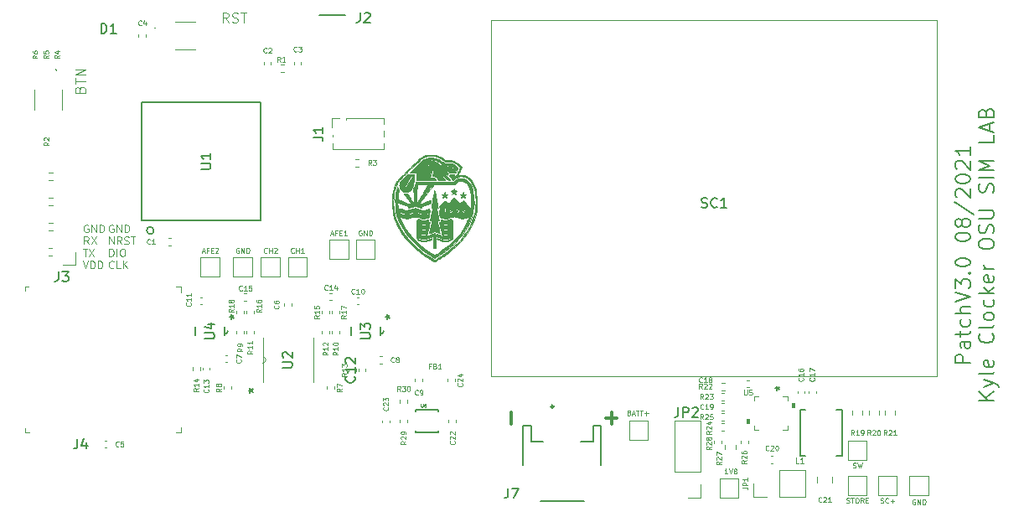
<source format=gto>
G04 #@! TF.GenerationSoftware,KiCad,Pcbnew,5.1.10-88a1d61d58~90~ubuntu20.04.1*
G04 #@! TF.CreationDate,2021-08-09T16:52:55-07:00*
G04 #@! TF.ProjectId,PatchV3,50617463-6856-4332-9e6b-696361645f70,rev?*
G04 #@! TF.SameCoordinates,Original*
G04 #@! TF.FileFunction,Legend,Top*
G04 #@! TF.FilePolarity,Positive*
%FSLAX46Y46*%
G04 Gerber Fmt 4.6, Leading zero omitted, Abs format (unit mm)*
G04 Created by KiCad (PCBNEW 5.1.10-88a1d61d58~90~ubuntu20.04.1) date 2021-08-09 16:52:55*
%MOMM*%
%LPD*%
G01*
G04 APERTURE LIST*
%ADD10C,0.076200*%
%ADD11C,0.300000*%
%ADD12C,0.150000*%
%ADD13C,0.120000*%
%ADD14C,0.127000*%
%ADD15C,0.152400*%
%ADD16C,0.100000*%
%ADD17C,0.200000*%
%ADD18C,0.249999*%
%ADD19C,0.010000*%
%ADD20C,0.015000*%
%ADD21C,0.048768*%
%ADD22C,0.101600*%
G04 APERTURE END LIST*
D10*
X59304101Y-71704200D02*
X59231530Y-71667914D01*
X59122672Y-71667914D01*
X59013815Y-71704200D01*
X58941244Y-71776771D01*
X58904958Y-71849342D01*
X58868672Y-71994485D01*
X58868672Y-72103342D01*
X58904958Y-72248485D01*
X58941244Y-72321057D01*
X59013815Y-72393628D01*
X59122672Y-72429914D01*
X59195244Y-72429914D01*
X59304101Y-72393628D01*
X59340387Y-72357342D01*
X59340387Y-72103342D01*
X59195244Y-72103342D01*
X59666958Y-72429914D02*
X59666958Y-71667914D01*
X60102387Y-72429914D01*
X60102387Y-71667914D01*
X60465244Y-72429914D02*
X60465244Y-71667914D01*
X60646672Y-71667914D01*
X60755530Y-71704200D01*
X60828101Y-71776771D01*
X60864387Y-71849342D01*
X60900672Y-71994485D01*
X60900672Y-72103342D01*
X60864387Y-72248485D01*
X60828101Y-72321057D01*
X60755530Y-72393628D01*
X60646672Y-72429914D01*
X60465244Y-72429914D01*
X58904958Y-73649114D02*
X58904958Y-72887114D01*
X59340387Y-73649114D01*
X59340387Y-72887114D01*
X60138672Y-73649114D02*
X59884672Y-73286257D01*
X59703244Y-73649114D02*
X59703244Y-72887114D01*
X59993530Y-72887114D01*
X60066101Y-72923400D01*
X60102387Y-72959685D01*
X60138672Y-73032257D01*
X60138672Y-73141114D01*
X60102387Y-73213685D01*
X60066101Y-73249971D01*
X59993530Y-73286257D01*
X59703244Y-73286257D01*
X60428958Y-73612828D02*
X60537815Y-73649114D01*
X60719244Y-73649114D01*
X60791815Y-73612828D01*
X60828101Y-73576542D01*
X60864387Y-73503971D01*
X60864387Y-73431400D01*
X60828101Y-73358828D01*
X60791815Y-73322542D01*
X60719244Y-73286257D01*
X60574101Y-73249971D01*
X60501530Y-73213685D01*
X60465244Y-73177400D01*
X60428958Y-73104828D01*
X60428958Y-73032257D01*
X60465244Y-72959685D01*
X60501530Y-72923400D01*
X60574101Y-72887114D01*
X60755530Y-72887114D01*
X60864387Y-72923400D01*
X61082101Y-72887114D02*
X61517530Y-72887114D01*
X61299815Y-73649114D02*
X61299815Y-72887114D01*
X58904958Y-74868314D02*
X58904958Y-74106314D01*
X59086387Y-74106314D01*
X59195244Y-74142600D01*
X59267815Y-74215171D01*
X59304101Y-74287742D01*
X59340387Y-74432885D01*
X59340387Y-74541742D01*
X59304101Y-74686885D01*
X59267815Y-74759457D01*
X59195244Y-74832028D01*
X59086387Y-74868314D01*
X58904958Y-74868314D01*
X59666958Y-74868314D02*
X59666958Y-74106314D01*
X60174958Y-74106314D02*
X60320101Y-74106314D01*
X60392672Y-74142600D01*
X60465244Y-74215171D01*
X60501530Y-74360314D01*
X60501530Y-74614314D01*
X60465244Y-74759457D01*
X60392672Y-74832028D01*
X60320101Y-74868314D01*
X60174958Y-74868314D01*
X60102387Y-74832028D01*
X60029815Y-74759457D01*
X59993530Y-74614314D01*
X59993530Y-74360314D01*
X60029815Y-74215171D01*
X60102387Y-74142600D01*
X60174958Y-74106314D01*
X59340387Y-76014942D02*
X59304101Y-76051228D01*
X59195244Y-76087514D01*
X59122672Y-76087514D01*
X59013815Y-76051228D01*
X58941244Y-75978657D01*
X58904958Y-75906085D01*
X58868672Y-75760942D01*
X58868672Y-75652085D01*
X58904958Y-75506942D01*
X58941244Y-75434371D01*
X59013815Y-75361800D01*
X59122672Y-75325514D01*
X59195244Y-75325514D01*
X59304101Y-75361800D01*
X59340387Y-75398085D01*
X60029815Y-76087514D02*
X59666958Y-76087514D01*
X59666958Y-75325514D01*
X60283815Y-76087514D02*
X60283815Y-75325514D01*
X60719244Y-76087514D02*
X60392672Y-75652085D01*
X60719244Y-75325514D02*
X60283815Y-75760942D01*
X56764101Y-71704200D02*
X56691530Y-71667914D01*
X56582672Y-71667914D01*
X56473815Y-71704200D01*
X56401244Y-71776771D01*
X56364958Y-71849342D01*
X56328672Y-71994485D01*
X56328672Y-72103342D01*
X56364958Y-72248485D01*
X56401244Y-72321057D01*
X56473815Y-72393628D01*
X56582672Y-72429914D01*
X56655244Y-72429914D01*
X56764101Y-72393628D01*
X56800387Y-72357342D01*
X56800387Y-72103342D01*
X56655244Y-72103342D01*
X57126958Y-72429914D02*
X57126958Y-71667914D01*
X57562387Y-72429914D01*
X57562387Y-71667914D01*
X57925244Y-72429914D02*
X57925244Y-71667914D01*
X58106672Y-71667914D01*
X58215530Y-71704200D01*
X58288101Y-71776771D01*
X58324387Y-71849342D01*
X58360672Y-71994485D01*
X58360672Y-72103342D01*
X58324387Y-72248485D01*
X58288101Y-72321057D01*
X58215530Y-72393628D01*
X58106672Y-72429914D01*
X57925244Y-72429914D01*
X56800387Y-73649114D02*
X56546387Y-73286257D01*
X56364958Y-73649114D02*
X56364958Y-72887114D01*
X56655244Y-72887114D01*
X56727815Y-72923400D01*
X56764101Y-72959685D01*
X56800387Y-73032257D01*
X56800387Y-73141114D01*
X56764101Y-73213685D01*
X56727815Y-73249971D01*
X56655244Y-73286257D01*
X56364958Y-73286257D01*
X57054387Y-72887114D02*
X57562387Y-73649114D01*
X57562387Y-72887114D02*
X57054387Y-73649114D01*
X56256101Y-74106314D02*
X56691530Y-74106314D01*
X56473815Y-74868314D02*
X56473815Y-74106314D01*
X56872958Y-74106314D02*
X57380958Y-74868314D01*
X57380958Y-74106314D02*
X56872958Y-74868314D01*
X56256101Y-75325514D02*
X56510101Y-76087514D01*
X56764101Y-75325514D01*
X57018101Y-76087514D02*
X57018101Y-75325514D01*
X57199530Y-75325514D01*
X57308387Y-75361800D01*
X57380958Y-75434371D01*
X57417244Y-75506942D01*
X57453530Y-75652085D01*
X57453530Y-75760942D01*
X57417244Y-75906085D01*
X57380958Y-75978657D01*
X57308387Y-76051228D01*
X57199530Y-76087514D01*
X57018101Y-76087514D01*
X57780101Y-76087514D02*
X57780101Y-75325514D01*
X57961530Y-75325514D01*
X58070387Y-75361800D01*
X58142958Y-75434371D01*
X58179244Y-75506942D01*
X58215530Y-75652085D01*
X58215530Y-75760942D01*
X58179244Y-75906085D01*
X58142958Y-75978657D01*
X58070387Y-76051228D01*
X57961530Y-76087514D01*
X57780101Y-76087514D01*
D11*
X99468857Y-90652571D02*
X99468857Y-91795428D01*
X109628857Y-90652571D02*
X109628857Y-91795428D01*
X109057428Y-91224000D02*
X110200285Y-91224000D01*
D12*
X145884171Y-85619657D02*
X144384171Y-85619657D01*
X144384171Y-85048228D01*
X144455600Y-84905371D01*
X144527028Y-84833942D01*
X144669885Y-84762514D01*
X144884171Y-84762514D01*
X145027028Y-84833942D01*
X145098457Y-84905371D01*
X145169885Y-85048228D01*
X145169885Y-85619657D01*
X145884171Y-83476800D02*
X145098457Y-83476800D01*
X144955600Y-83548228D01*
X144884171Y-83691085D01*
X144884171Y-83976800D01*
X144955600Y-84119657D01*
X145812742Y-83476800D02*
X145884171Y-83619657D01*
X145884171Y-83976800D01*
X145812742Y-84119657D01*
X145669885Y-84191085D01*
X145527028Y-84191085D01*
X145384171Y-84119657D01*
X145312742Y-83976800D01*
X145312742Y-83619657D01*
X145241314Y-83476800D01*
X144884171Y-82976800D02*
X144884171Y-82405371D01*
X144384171Y-82762514D02*
X145669885Y-82762514D01*
X145812742Y-82691085D01*
X145884171Y-82548228D01*
X145884171Y-82405371D01*
X145812742Y-81262514D02*
X145884171Y-81405371D01*
X145884171Y-81691085D01*
X145812742Y-81833942D01*
X145741314Y-81905371D01*
X145598457Y-81976800D01*
X145169885Y-81976800D01*
X145027028Y-81905371D01*
X144955600Y-81833942D01*
X144884171Y-81691085D01*
X144884171Y-81405371D01*
X144955600Y-81262514D01*
X145884171Y-80619657D02*
X144384171Y-80619657D01*
X145884171Y-79976800D02*
X145098457Y-79976800D01*
X144955600Y-80048228D01*
X144884171Y-80191085D01*
X144884171Y-80405371D01*
X144955600Y-80548228D01*
X145027028Y-80619657D01*
X144384171Y-79476800D02*
X145884171Y-78976800D01*
X144384171Y-78476800D01*
X144384171Y-78119657D02*
X144384171Y-77191085D01*
X144955600Y-77691085D01*
X144955600Y-77476800D01*
X145027028Y-77333942D01*
X145098457Y-77262514D01*
X145241314Y-77191085D01*
X145598457Y-77191085D01*
X145741314Y-77262514D01*
X145812742Y-77333942D01*
X145884171Y-77476800D01*
X145884171Y-77905371D01*
X145812742Y-78048228D01*
X145741314Y-78119657D01*
X145741314Y-76548228D02*
X145812742Y-76476800D01*
X145884171Y-76548228D01*
X145812742Y-76619657D01*
X145741314Y-76548228D01*
X145884171Y-76548228D01*
X144384171Y-75548228D02*
X144384171Y-75405371D01*
X144455600Y-75262514D01*
X144527028Y-75191085D01*
X144669885Y-75119657D01*
X144955600Y-75048228D01*
X145312742Y-75048228D01*
X145598457Y-75119657D01*
X145741314Y-75191085D01*
X145812742Y-75262514D01*
X145884171Y-75405371D01*
X145884171Y-75548228D01*
X145812742Y-75691085D01*
X145741314Y-75762514D01*
X145598457Y-75833942D01*
X145312742Y-75905371D01*
X144955600Y-75905371D01*
X144669885Y-75833942D01*
X144527028Y-75762514D01*
X144455600Y-75691085D01*
X144384171Y-75548228D01*
X144384171Y-72976800D02*
X144384171Y-72833942D01*
X144455600Y-72691085D01*
X144527028Y-72619657D01*
X144669885Y-72548228D01*
X144955600Y-72476800D01*
X145312742Y-72476800D01*
X145598457Y-72548228D01*
X145741314Y-72619657D01*
X145812742Y-72691085D01*
X145884171Y-72833942D01*
X145884171Y-72976800D01*
X145812742Y-73119657D01*
X145741314Y-73191085D01*
X145598457Y-73262514D01*
X145312742Y-73333942D01*
X144955600Y-73333942D01*
X144669885Y-73262514D01*
X144527028Y-73191085D01*
X144455600Y-73119657D01*
X144384171Y-72976800D01*
X145027028Y-71619657D02*
X144955600Y-71762514D01*
X144884171Y-71833942D01*
X144741314Y-71905371D01*
X144669885Y-71905371D01*
X144527028Y-71833942D01*
X144455600Y-71762514D01*
X144384171Y-71619657D01*
X144384171Y-71333942D01*
X144455600Y-71191085D01*
X144527028Y-71119657D01*
X144669885Y-71048228D01*
X144741314Y-71048228D01*
X144884171Y-71119657D01*
X144955600Y-71191085D01*
X145027028Y-71333942D01*
X145027028Y-71619657D01*
X145098457Y-71762514D01*
X145169885Y-71833942D01*
X145312742Y-71905371D01*
X145598457Y-71905371D01*
X145741314Y-71833942D01*
X145812742Y-71762514D01*
X145884171Y-71619657D01*
X145884171Y-71333942D01*
X145812742Y-71191085D01*
X145741314Y-71119657D01*
X145598457Y-71048228D01*
X145312742Y-71048228D01*
X145169885Y-71119657D01*
X145098457Y-71191085D01*
X145027028Y-71333942D01*
X144312742Y-69333942D02*
X146241314Y-70619657D01*
X144527028Y-68905371D02*
X144455600Y-68833942D01*
X144384171Y-68691085D01*
X144384171Y-68333942D01*
X144455600Y-68191085D01*
X144527028Y-68119657D01*
X144669885Y-68048228D01*
X144812742Y-68048228D01*
X145027028Y-68119657D01*
X145884171Y-68976800D01*
X145884171Y-68048228D01*
X144384171Y-67119657D02*
X144384171Y-66976800D01*
X144455600Y-66833942D01*
X144527028Y-66762514D01*
X144669885Y-66691085D01*
X144955600Y-66619657D01*
X145312742Y-66619657D01*
X145598457Y-66691085D01*
X145741314Y-66762514D01*
X145812742Y-66833942D01*
X145884171Y-66976800D01*
X145884171Y-67119657D01*
X145812742Y-67262514D01*
X145741314Y-67333942D01*
X145598457Y-67405371D01*
X145312742Y-67476800D01*
X144955600Y-67476800D01*
X144669885Y-67405371D01*
X144527028Y-67333942D01*
X144455600Y-67262514D01*
X144384171Y-67119657D01*
X144527028Y-66048228D02*
X144455600Y-65976800D01*
X144384171Y-65833942D01*
X144384171Y-65476800D01*
X144455600Y-65333942D01*
X144527028Y-65262514D01*
X144669885Y-65191085D01*
X144812742Y-65191085D01*
X145027028Y-65262514D01*
X145884171Y-66119657D01*
X145884171Y-65191085D01*
X145884171Y-63762514D02*
X145884171Y-64619657D01*
X145884171Y-64191085D02*
X144384171Y-64191085D01*
X144598457Y-64333942D01*
X144741314Y-64476800D01*
X144812742Y-64619657D01*
X148284171Y-89405371D02*
X146784171Y-89405371D01*
X148284171Y-88548228D02*
X147427028Y-89191085D01*
X146784171Y-88548228D02*
X147641314Y-89405371D01*
X147284171Y-88048228D02*
X148284171Y-87691085D01*
X147284171Y-87333942D02*
X148284171Y-87691085D01*
X148641314Y-87833942D01*
X148712742Y-87905371D01*
X148784171Y-88048228D01*
X148284171Y-86548228D02*
X148212742Y-86691085D01*
X148069885Y-86762514D01*
X146784171Y-86762514D01*
X148212742Y-85405371D02*
X148284171Y-85548228D01*
X148284171Y-85833942D01*
X148212742Y-85976800D01*
X148069885Y-86048228D01*
X147498457Y-86048228D01*
X147355600Y-85976800D01*
X147284171Y-85833942D01*
X147284171Y-85548228D01*
X147355600Y-85405371D01*
X147498457Y-85333942D01*
X147641314Y-85333942D01*
X147784171Y-86048228D01*
X148141314Y-82691085D02*
X148212742Y-82762514D01*
X148284171Y-82976800D01*
X148284171Y-83119657D01*
X148212742Y-83333942D01*
X148069885Y-83476800D01*
X147927028Y-83548228D01*
X147641314Y-83619657D01*
X147427028Y-83619657D01*
X147141314Y-83548228D01*
X146998457Y-83476800D01*
X146855600Y-83333942D01*
X146784171Y-83119657D01*
X146784171Y-82976800D01*
X146855600Y-82762514D01*
X146927028Y-82691085D01*
X148284171Y-81833942D02*
X148212742Y-81976800D01*
X148069885Y-82048228D01*
X146784171Y-82048228D01*
X148284171Y-81048228D02*
X148212742Y-81191085D01*
X148141314Y-81262514D01*
X147998457Y-81333942D01*
X147569885Y-81333942D01*
X147427028Y-81262514D01*
X147355600Y-81191085D01*
X147284171Y-81048228D01*
X147284171Y-80833942D01*
X147355600Y-80691085D01*
X147427028Y-80619657D01*
X147569885Y-80548228D01*
X147998457Y-80548228D01*
X148141314Y-80619657D01*
X148212742Y-80691085D01*
X148284171Y-80833942D01*
X148284171Y-81048228D01*
X148212742Y-79262514D02*
X148284171Y-79405371D01*
X148284171Y-79691085D01*
X148212742Y-79833942D01*
X148141314Y-79905371D01*
X147998457Y-79976800D01*
X147569885Y-79976800D01*
X147427028Y-79905371D01*
X147355600Y-79833942D01*
X147284171Y-79691085D01*
X147284171Y-79405371D01*
X147355600Y-79262514D01*
X148284171Y-78619657D02*
X146784171Y-78619657D01*
X147712742Y-78476800D02*
X148284171Y-78048228D01*
X147284171Y-78048228D02*
X147855600Y-78619657D01*
X148212742Y-76833942D02*
X148284171Y-76976800D01*
X148284171Y-77262514D01*
X148212742Y-77405371D01*
X148069885Y-77476800D01*
X147498457Y-77476800D01*
X147355600Y-77405371D01*
X147284171Y-77262514D01*
X147284171Y-76976800D01*
X147355600Y-76833942D01*
X147498457Y-76762514D01*
X147641314Y-76762514D01*
X147784171Y-77476800D01*
X148284171Y-76119657D02*
X147284171Y-76119657D01*
X147569885Y-76119657D02*
X147427028Y-76048228D01*
X147355600Y-75976800D01*
X147284171Y-75833942D01*
X147284171Y-75691085D01*
X146784171Y-73762514D02*
X146784171Y-73476800D01*
X146855600Y-73333942D01*
X146998457Y-73191085D01*
X147284171Y-73119657D01*
X147784171Y-73119657D01*
X148069885Y-73191085D01*
X148212742Y-73333942D01*
X148284171Y-73476800D01*
X148284171Y-73762514D01*
X148212742Y-73905371D01*
X148069885Y-74048228D01*
X147784171Y-74119657D01*
X147284171Y-74119657D01*
X146998457Y-74048228D01*
X146855600Y-73905371D01*
X146784171Y-73762514D01*
X148212742Y-72548228D02*
X148284171Y-72333942D01*
X148284171Y-71976800D01*
X148212742Y-71833942D01*
X148141314Y-71762514D01*
X147998457Y-71691085D01*
X147855600Y-71691085D01*
X147712742Y-71762514D01*
X147641314Y-71833942D01*
X147569885Y-71976800D01*
X147498457Y-72262514D01*
X147427028Y-72405371D01*
X147355600Y-72476800D01*
X147212742Y-72548228D01*
X147069885Y-72548228D01*
X146927028Y-72476800D01*
X146855600Y-72405371D01*
X146784171Y-72262514D01*
X146784171Y-71905371D01*
X146855600Y-71691085D01*
X146784171Y-71048228D02*
X147998457Y-71048228D01*
X148141314Y-70976800D01*
X148212742Y-70905371D01*
X148284171Y-70762514D01*
X148284171Y-70476800D01*
X148212742Y-70333942D01*
X148141314Y-70262514D01*
X147998457Y-70191085D01*
X146784171Y-70191085D01*
X148212742Y-68405371D02*
X148284171Y-68191085D01*
X148284171Y-67833942D01*
X148212742Y-67691085D01*
X148141314Y-67619657D01*
X147998457Y-67548228D01*
X147855600Y-67548228D01*
X147712742Y-67619657D01*
X147641314Y-67691085D01*
X147569885Y-67833942D01*
X147498457Y-68119657D01*
X147427028Y-68262514D01*
X147355600Y-68333942D01*
X147212742Y-68405371D01*
X147069885Y-68405371D01*
X146927028Y-68333942D01*
X146855600Y-68262514D01*
X146784171Y-68119657D01*
X146784171Y-67762514D01*
X146855600Y-67548228D01*
X148284171Y-66905371D02*
X146784171Y-66905371D01*
X148284171Y-66191085D02*
X146784171Y-66191085D01*
X147855600Y-65691085D01*
X146784171Y-65191085D01*
X148284171Y-65191085D01*
X148284171Y-62619657D02*
X148284171Y-63333942D01*
X146784171Y-63333942D01*
X147855600Y-62191085D02*
X147855600Y-61476800D01*
X148284171Y-62333942D02*
X146784171Y-61833942D01*
X148284171Y-61333942D01*
X147498457Y-60333942D02*
X147569885Y-60119657D01*
X147641314Y-60048228D01*
X147784171Y-59976800D01*
X147998457Y-59976800D01*
X148141314Y-60048228D01*
X148212742Y-60119657D01*
X148284171Y-60262514D01*
X148284171Y-60833942D01*
X146784171Y-60833942D01*
X146784171Y-60333942D01*
X146855600Y-60191085D01*
X146927028Y-60119657D01*
X147069885Y-60048228D01*
X147212742Y-60048228D01*
X147355600Y-60119657D01*
X147427028Y-60191085D01*
X147498457Y-60333942D01*
X147498457Y-60833942D01*
D13*
X53119000Y-74802000D02*
X52731929Y-74802000D01*
X53119000Y-74042000D02*
X52731929Y-74042000D01*
X53186071Y-72262000D02*
X52731929Y-72262000D01*
X53186071Y-71502000D02*
X52731929Y-71502000D01*
X53186071Y-69722000D02*
X52731929Y-69722000D01*
X53186071Y-68962000D02*
X52731929Y-68962000D01*
X53186071Y-67182000D02*
X52731929Y-67182000D01*
X53186071Y-66422000D02*
X52731929Y-66422000D01*
X55499000Y-74422000D02*
X55499000Y-75692000D01*
X55499000Y-75692000D02*
X54229000Y-75692000D01*
X97500000Y-87000000D02*
X97500000Y-51000000D01*
X142500000Y-87000000D02*
X97500000Y-87000000D01*
X142500000Y-51000000D02*
X142500000Y-87000000D01*
X97500000Y-51000000D02*
X142500000Y-51000000D01*
X133970500Y-90915258D02*
X133970500Y-90440742D01*
X135015500Y-90915258D02*
X135015500Y-90440742D01*
X93832000Y-87268164D02*
X93832000Y-87483836D01*
X93112000Y-87268164D02*
X93112000Y-87483836D01*
D14*
X82707000Y-50516000D02*
X80107000Y-50516000D01*
D15*
X89827100Y-90335100D02*
X89827100Y-90512900D01*
X92163900Y-90335100D02*
X89827100Y-90335100D01*
X92163900Y-92671900D02*
X92163900Y-92494100D01*
X89827100Y-92671900D02*
X92163900Y-92671900D01*
X89827100Y-92494100D02*
X89827100Y-92671900D01*
X92163900Y-90512900D02*
X92163900Y-90335100D01*
D16*
G36*
X127854600Y-89725499D02*
G01*
X128108600Y-89725499D01*
X128108600Y-90106499D01*
X127854600Y-90106499D01*
X127854600Y-89725499D01*
G37*
X127854600Y-89725499D02*
X128108600Y-89725499D01*
X128108600Y-90106499D01*
X127854600Y-90106499D01*
X127854600Y-89725499D01*
G36*
X123587400Y-91325501D02*
G01*
X123333400Y-91325501D01*
X123333400Y-91706501D01*
X123587400Y-91706501D01*
X123587400Y-91325501D01*
G37*
X123587400Y-91325501D02*
X123333400Y-91325501D01*
X123333400Y-91706501D01*
X123587400Y-91706501D01*
X123587400Y-91325501D01*
D13*
X127422800Y-89481659D02*
X127422800Y-89014200D01*
X126955341Y-92417800D02*
X127422800Y-92417800D01*
X124019200Y-91950341D02*
X124019200Y-92417800D01*
X124486659Y-89014200D02*
X124019200Y-89014200D01*
X127422800Y-89014200D02*
X126955341Y-89014200D01*
X127422800Y-92417800D02*
X127422800Y-91950341D01*
X124019200Y-92417800D02*
X124486659Y-92417800D01*
X124019200Y-89014200D02*
X124019200Y-89481659D01*
D15*
X70586600Y-82829766D02*
X70586600Y-82016234D01*
X67589400Y-82016234D02*
X67589400Y-82829766D01*
X70593809Y-82727715D02*
G75*
G03*
X70891400Y-82423000I-7209J304715D01*
G01*
X86334600Y-82829766D02*
X86334600Y-82016234D01*
X83337400Y-82016234D02*
X83337400Y-82829766D01*
X86341809Y-82727715D02*
G75*
G03*
X86639400Y-82423000I-7209J304715D01*
G01*
D13*
X79514700Y-87591900D02*
X79514700Y-83096100D01*
X74409300Y-83096100D02*
X74409300Y-87591900D01*
X74409300Y-85039200D02*
G75*
G02*
X74409300Y-85648800I0J-304800D01*
G01*
D12*
X62199000Y-71278000D02*
X62199000Y-59278000D01*
X62199000Y-59278000D02*
X74199000Y-59278000D01*
X74199000Y-59278000D02*
X74199000Y-71278000D01*
X74199000Y-71278000D02*
X62199000Y-71278000D01*
X63401353Y-72258000D02*
G75*
G03*
X63401353Y-72258000I-362353J0D01*
G01*
D13*
X111445000Y-93406000D02*
X111445000Y-91506000D01*
X111445000Y-91506000D02*
X113345000Y-91506000D01*
X113345000Y-91506000D02*
X113345000Y-93406000D01*
X113345000Y-93406000D02*
X111445000Y-93406000D01*
X135443000Y-98994000D02*
X133543000Y-98994000D01*
X133543000Y-98994000D02*
X133543000Y-97094000D01*
X133543000Y-97094000D02*
X135443000Y-97094000D01*
X135443000Y-97094000D02*
X135443000Y-98994000D01*
X122489000Y-97348000D02*
X122489000Y-99248000D01*
X122489000Y-99248000D02*
X120589000Y-99248000D01*
X120589000Y-99248000D02*
X120589000Y-97348000D01*
X120589000Y-97348000D02*
X122489000Y-97348000D01*
X135443000Y-95438000D02*
X133543000Y-95438000D01*
X133543000Y-95438000D02*
X133543000Y-93538000D01*
X133543000Y-93538000D02*
X135443000Y-93538000D01*
X135443000Y-93538000D02*
X135443000Y-95438000D01*
X138491000Y-97094000D02*
X138491000Y-98994000D01*
X138491000Y-98994000D02*
X136591000Y-98994000D01*
X136591000Y-98994000D02*
X136591000Y-97094000D01*
X136591000Y-97094000D02*
X138491000Y-97094000D01*
X141666000Y-97094000D02*
X141666000Y-98994000D01*
X141666000Y-98994000D02*
X139766000Y-98994000D01*
X139766000Y-98994000D02*
X139766000Y-97094000D01*
X139766000Y-97094000D02*
X141666000Y-97094000D01*
X74234000Y-74996000D02*
X76134000Y-74996000D01*
X76134000Y-74996000D02*
X76134000Y-76896000D01*
X76134000Y-76896000D02*
X74234000Y-76896000D01*
X74234000Y-76896000D02*
X74234000Y-74996000D01*
X76964500Y-74996000D02*
X78864500Y-74996000D01*
X78864500Y-74996000D02*
X78864500Y-76896000D01*
X78864500Y-76896000D02*
X76964500Y-76896000D01*
X76964500Y-76896000D02*
X76964500Y-74996000D01*
X68138000Y-74996000D02*
X70038000Y-74996000D01*
X70038000Y-74996000D02*
X70038000Y-76896000D01*
X70038000Y-76896000D02*
X68138000Y-76896000D01*
X68138000Y-76896000D02*
X68138000Y-74996000D01*
X81155500Y-73218000D02*
X83055500Y-73218000D01*
X83055500Y-73218000D02*
X83055500Y-75118000D01*
X83055500Y-75118000D02*
X81155500Y-75118000D01*
X81155500Y-75118000D02*
X81155500Y-73218000D01*
X71440000Y-74996000D02*
X73340000Y-74996000D01*
X73340000Y-74996000D02*
X73340000Y-76896000D01*
X73340000Y-76896000D02*
X71440000Y-76896000D01*
X71440000Y-76896000D02*
X71440000Y-74996000D01*
X83822500Y-73218000D02*
X85722500Y-73218000D01*
X85722500Y-73218000D02*
X85722500Y-75118000D01*
X85722500Y-75118000D02*
X83822500Y-75118000D01*
X83822500Y-75118000D02*
X83822500Y-73218000D01*
X88266000Y-89688641D02*
X88266000Y-89381359D01*
X89026000Y-89688641D02*
X89026000Y-89381359D01*
X88266000Y-91657141D02*
X88266000Y-91349859D01*
X89026000Y-91657141D02*
X89026000Y-91349859D01*
X120767000Y-93483359D02*
X120767000Y-93790641D01*
X120007000Y-93483359D02*
X120007000Y-93790641D01*
X121134500Y-94382258D02*
X121134500Y-93907742D01*
X122179500Y-94382258D02*
X122179500Y-93907742D01*
X122674000Y-93790641D02*
X122674000Y-93483359D01*
X123434000Y-93790641D02*
X123434000Y-93483359D01*
X120739359Y-90717000D02*
X121046641Y-90717000D01*
X120739359Y-91477000D02*
X121046641Y-91477000D01*
X120739359Y-91733000D02*
X121046641Y-91733000D01*
X120739359Y-92493000D02*
X121046641Y-92493000D01*
X121048641Y-89445000D02*
X120741359Y-89445000D01*
X121048641Y-88685000D02*
X120741359Y-88685000D01*
X121055641Y-88391000D02*
X120748359Y-88391000D01*
X121055641Y-87631000D02*
X120748359Y-87631000D01*
X138317500Y-90440742D02*
X138317500Y-90915258D01*
X137272500Y-90440742D02*
X137272500Y-90915258D01*
X135621500Y-90915258D02*
X135621500Y-90440742D01*
X136666500Y-90915258D02*
X136666500Y-90440742D01*
X71756000Y-80671641D02*
X71756000Y-80364359D01*
X72516000Y-80671641D02*
X72516000Y-80364359D01*
X81408000Y-80671641D02*
X81408000Y-80364359D01*
X82168000Y-80671641D02*
X82168000Y-80364359D01*
X73532000Y-80364359D02*
X73532000Y-80671641D01*
X72772000Y-80364359D02*
X72772000Y-80671641D01*
X81152000Y-80364359D02*
X81152000Y-80671641D01*
X80392000Y-80364359D02*
X80392000Y-80671641D01*
X68071000Y-86079359D02*
X68071000Y-86386641D01*
X67311000Y-86079359D02*
X67311000Y-86386641D01*
X83819000Y-86206359D02*
X83819000Y-86513641D01*
X83059000Y-86206359D02*
X83059000Y-86513641D01*
X81152000Y-82396359D02*
X81152000Y-82703641D01*
X80392000Y-82396359D02*
X80392000Y-82703641D01*
X73532000Y-82396359D02*
X73532000Y-82703641D01*
X72772000Y-82396359D02*
X72772000Y-82703641D01*
X81408000Y-82703641D02*
X81408000Y-82396359D01*
X82168000Y-82703641D02*
X82168000Y-82396359D01*
X71756000Y-82703641D02*
X71756000Y-82396359D01*
X72516000Y-82703641D02*
X72516000Y-82396359D01*
X71246000Y-87984359D02*
X71246000Y-88291641D01*
X70486000Y-87984359D02*
X70486000Y-88291641D01*
X81660000Y-87984359D02*
X81660000Y-88291641D01*
X80900000Y-87984359D02*
X80900000Y-88291641D01*
X83793359Y-65025000D02*
X84100641Y-65025000D01*
X83793359Y-65785000D02*
X84100641Y-65785000D01*
X76249559Y-55474600D02*
X76556841Y-55474600D01*
X76249559Y-56234600D02*
X76556841Y-56234600D01*
D17*
X132360000Y-90385000D02*
X132940000Y-90385000D01*
X132940000Y-90385000D02*
X132940000Y-95035000D01*
X132940000Y-95035000D02*
X132360000Y-95035000D01*
X129260000Y-90385000D02*
X128680000Y-90385000D01*
X128680000Y-90385000D02*
X128680000Y-95035000D01*
X128680000Y-95035000D02*
X129260000Y-95035000D01*
D13*
X118678000Y-91507000D02*
X116018000Y-91507000D01*
X118678000Y-96647000D02*
X118678000Y-91507000D01*
X116018000Y-96647000D02*
X116018000Y-91507000D01*
X118678000Y-96647000D02*
X116018000Y-96647000D01*
X118678000Y-97917000D02*
X118678000Y-99247000D01*
X118678000Y-99247000D02*
X117348000Y-99247000D01*
X129210000Y-99158000D02*
X129210000Y-96498000D01*
X126610000Y-99158000D02*
X129210000Y-99158000D01*
X126610000Y-96498000D02*
X129210000Y-96498000D01*
X126610000Y-99158000D02*
X126610000Y-96498000D01*
X125340000Y-99158000D02*
X124010000Y-99158000D01*
X124010000Y-99158000D02*
X124010000Y-97828000D01*
D12*
X102455999Y-99596000D02*
X106856001Y-99596000D01*
X108606000Y-95996000D02*
X108606000Y-91996000D01*
X107805999Y-91996000D02*
X108606000Y-91996000D01*
X107805999Y-93595999D02*
X107805999Y-91996000D01*
X106555999Y-93595999D02*
X107805999Y-93595999D01*
X101506001Y-93595999D02*
X102756001Y-93595999D01*
X101506001Y-93595999D02*
X101506001Y-91996000D01*
X100706000Y-91996000D02*
X101506001Y-91996000D01*
X100706000Y-95996000D02*
X100706000Y-91996000D01*
D18*
X103781000Y-90045999D02*
G75*
G03*
X103781000Y-90045999I-125001J0D01*
G01*
D13*
X81474000Y-64069000D02*
X81474000Y-63426530D01*
X81474000Y-62811470D02*
X81474000Y-62609000D01*
X81474000Y-64069000D02*
X86674000Y-64069000D01*
X86674000Y-61541470D02*
X86674000Y-60899000D01*
X86674000Y-64069000D02*
X86674000Y-63426530D01*
X86674000Y-62811470D02*
X86674000Y-62156530D01*
X82804000Y-60899000D02*
X86674000Y-60899000D01*
X82804000Y-61089000D02*
X82804000Y-60899000D01*
X81409000Y-60899000D02*
X82169000Y-60899000D01*
X81409000Y-61849000D02*
X81409000Y-60899000D01*
X86508000Y-91674836D02*
X86508000Y-91459164D01*
X87228000Y-91674836D02*
X87228000Y-91459164D01*
X93175500Y-91611336D02*
X93175500Y-91395664D01*
X93895500Y-91611336D02*
X93895500Y-91395664D01*
X131917000Y-97185748D02*
X131917000Y-97708252D01*
X130447000Y-97185748D02*
X130447000Y-97708252D01*
X125740164Y-95055000D02*
X125955836Y-95055000D01*
X125740164Y-95775000D02*
X125955836Y-95775000D01*
X121002836Y-90441000D02*
X120787164Y-90441000D01*
X121002836Y-89721000D02*
X120787164Y-89721000D01*
X123551836Y-88117000D02*
X123336164Y-88117000D01*
X123551836Y-87397000D02*
X123336164Y-87397000D01*
X129570000Y-88715836D02*
X129570000Y-88500164D01*
X130290000Y-88715836D02*
X130290000Y-88500164D01*
X128427000Y-88715836D02*
X128427000Y-88500164D01*
X129147000Y-88715836D02*
X129147000Y-88500164D01*
X72536164Y-78634000D02*
X72751836Y-78634000D01*
X72536164Y-79354000D02*
X72751836Y-79354000D01*
X81172164Y-78570500D02*
X81387836Y-78570500D01*
X81172164Y-79290500D02*
X81387836Y-79290500D01*
X68347000Y-86312836D02*
X68347000Y-86097164D01*
X69067000Y-86312836D02*
X69067000Y-86097164D01*
X84095000Y-86467836D02*
X84095000Y-86252164D01*
X84815000Y-86467836D02*
X84815000Y-86252164D01*
X68306836Y-79735000D02*
X68091164Y-79735000D01*
X68306836Y-79015000D02*
X68091164Y-79015000D01*
X84118336Y-79735000D02*
X83902664Y-79735000D01*
X84118336Y-79015000D02*
X83902664Y-79015000D01*
X90530000Y-87268164D02*
X90530000Y-87483836D01*
X89810000Y-87268164D02*
X89810000Y-87483836D01*
X86252164Y-84984000D02*
X86467836Y-84984000D01*
X86252164Y-85704000D02*
X86467836Y-85704000D01*
X70603164Y-84857000D02*
X70818836Y-84857000D01*
X70603164Y-85577000D02*
X70818836Y-85577000D01*
X76602000Y-79863836D02*
X76602000Y-79648164D01*
X77322000Y-79863836D02*
X77322000Y-79648164D01*
X58439164Y-93493000D02*
X58654836Y-93493000D01*
X58439164Y-94213000D02*
X58654836Y-94213000D01*
X62590000Y-52470164D02*
X62590000Y-52685836D01*
X61870000Y-52470164D02*
X61870000Y-52685836D01*
X77567200Y-55454436D02*
X77567200Y-55238764D01*
X78287200Y-55454436D02*
X78287200Y-55238764D01*
X74519200Y-55454436D02*
X74519200Y-55238764D01*
X75239200Y-55454436D02*
X75239200Y-55238764D01*
X64916164Y-73046000D02*
X65131836Y-73046000D01*
X64916164Y-73766000D02*
X65131836Y-73766000D01*
D16*
X50375000Y-77900000D02*
X50750000Y-77900000D01*
X50375000Y-78350000D02*
X50375000Y-77900000D01*
X50375000Y-92675000D02*
X50800000Y-92675000D01*
X50375000Y-92225000D02*
X50375000Y-92675000D01*
X66125000Y-77900000D02*
X65600000Y-77900000D01*
X66125000Y-78500000D02*
X66125000Y-77900000D01*
X66125000Y-92675000D02*
X65675000Y-92675000D01*
X66125000Y-92150000D02*
X66125000Y-92675000D01*
D19*
G36*
X94725013Y-70091519D02*
G01*
X94729300Y-70102500D01*
X94712493Y-70135668D01*
X94679917Y-70143611D01*
X94669342Y-70137176D01*
X94653891Y-70100305D01*
X94681077Y-70079337D01*
X94691200Y-70078600D01*
X94725013Y-70091519D01*
G37*
X94725013Y-70091519D02*
X94729300Y-70102500D01*
X94712493Y-70135668D01*
X94679917Y-70143611D01*
X94669342Y-70137176D01*
X94653891Y-70100305D01*
X94681077Y-70079337D01*
X94691200Y-70078600D01*
X94725013Y-70091519D01*
G36*
X94724874Y-70276731D02*
G01*
X94729300Y-70294500D01*
X94708968Y-70328174D01*
X94691200Y-70332600D01*
X94657525Y-70312268D01*
X94653100Y-70294500D01*
X94673431Y-70260825D01*
X94691200Y-70256400D01*
X94724874Y-70276731D01*
G37*
X94724874Y-70276731D02*
X94729300Y-70294500D01*
X94708968Y-70328174D01*
X94691200Y-70332600D01*
X94657525Y-70312268D01*
X94653100Y-70294500D01*
X94673431Y-70260825D01*
X94691200Y-70256400D01*
X94724874Y-70276731D01*
G36*
X94100206Y-70248779D02*
G01*
X94109985Y-70289473D01*
X94090955Y-70321418D01*
X94043846Y-70341876D01*
X94020748Y-70334244D01*
X93998769Y-70297800D01*
X94009975Y-70255494D01*
X94046598Y-70231519D01*
X94053903Y-70231000D01*
X94100206Y-70248779D01*
G37*
X94100206Y-70248779D02*
X94109985Y-70289473D01*
X94090955Y-70321418D01*
X94043846Y-70341876D01*
X94020748Y-70334244D01*
X93998769Y-70297800D01*
X94009975Y-70255494D01*
X94046598Y-70231519D01*
X94053903Y-70231000D01*
X94100206Y-70248779D01*
G36*
X93429613Y-70091519D02*
G01*
X93433900Y-70102500D01*
X93417093Y-70135668D01*
X93384517Y-70143611D01*
X93373942Y-70137176D01*
X93358491Y-70100305D01*
X93385677Y-70079337D01*
X93395800Y-70078600D01*
X93429613Y-70091519D01*
G37*
X93429613Y-70091519D02*
X93433900Y-70102500D01*
X93417093Y-70135668D01*
X93384517Y-70143611D01*
X93373942Y-70137176D01*
X93358491Y-70100305D01*
X93385677Y-70079337D01*
X93395800Y-70078600D01*
X93429613Y-70091519D01*
G36*
X93429474Y-70276731D02*
G01*
X93433900Y-70294500D01*
X93413568Y-70328174D01*
X93395800Y-70332600D01*
X93362125Y-70312268D01*
X93357700Y-70294500D01*
X93378031Y-70260825D01*
X93395800Y-70256400D01*
X93429474Y-70276731D01*
G37*
X93429474Y-70276731D02*
X93433900Y-70294500D01*
X93413568Y-70328174D01*
X93395800Y-70332600D01*
X93362125Y-70312268D01*
X93357700Y-70294500D01*
X93378031Y-70260825D01*
X93395800Y-70256400D01*
X93429474Y-70276731D01*
G36*
X93734421Y-68068215D02*
G01*
X93759246Y-68121594D01*
X93764100Y-68135500D01*
X93788670Y-68193933D01*
X93822979Y-68218944D01*
X93886903Y-68224392D01*
X93891570Y-68224400D01*
X93970643Y-68231492D01*
X94000973Y-68252501D01*
X93982410Y-68287023D01*
X93929358Y-68325902D01*
X93870241Y-68363384D01*
X93846433Y-68391385D01*
X93851584Y-68429497D01*
X93876238Y-68489844D01*
X93899127Y-68559694D01*
X93891661Y-68589077D01*
X93852947Y-68578909D01*
X93813846Y-68553849D01*
X93748887Y-68514708D01*
X93696772Y-68509107D01*
X93636830Y-68537584D01*
X93605165Y-68559253D01*
X93527288Y-68614706D01*
X93542315Y-68540203D01*
X93558743Y-68471324D01*
X93573375Y-68424282D01*
X93568273Y-68385016D01*
X93519922Y-68340570D01*
X93498795Y-68326862D01*
X93438475Y-68280979D01*
X93427149Y-68248424D01*
X93464705Y-68229512D01*
X93535029Y-68224400D01*
X93601110Y-68219611D01*
X93636508Y-68196007D01*
X93661096Y-68139725D01*
X93662500Y-68135500D01*
X93686841Y-68077556D01*
X93709582Y-68047693D01*
X93713300Y-68046600D01*
X93734421Y-68068215D01*
G37*
X93734421Y-68068215D02*
X93759246Y-68121594D01*
X93764100Y-68135500D01*
X93788670Y-68193933D01*
X93822979Y-68218944D01*
X93886903Y-68224392D01*
X93891570Y-68224400D01*
X93970643Y-68231492D01*
X94000973Y-68252501D01*
X93982410Y-68287023D01*
X93929358Y-68325902D01*
X93870241Y-68363384D01*
X93846433Y-68391385D01*
X93851584Y-68429497D01*
X93876238Y-68489844D01*
X93899127Y-68559694D01*
X93891661Y-68589077D01*
X93852947Y-68578909D01*
X93813846Y-68553849D01*
X93748887Y-68514708D01*
X93696772Y-68509107D01*
X93636830Y-68537584D01*
X93605165Y-68559253D01*
X93527288Y-68614706D01*
X93542315Y-68540203D01*
X93558743Y-68471324D01*
X93573375Y-68424282D01*
X93568273Y-68385016D01*
X93519922Y-68340570D01*
X93498795Y-68326862D01*
X93438475Y-68280979D01*
X93427149Y-68248424D01*
X93464705Y-68229512D01*
X93535029Y-68224400D01*
X93601110Y-68219611D01*
X93636508Y-68196007D01*
X93661096Y-68139725D01*
X93662500Y-68135500D01*
X93686841Y-68077556D01*
X93709582Y-68047693D01*
X93713300Y-68046600D01*
X93734421Y-68068215D01*
G36*
X94690558Y-68472050D02*
G01*
X94721481Y-68538622D01*
X94753211Y-68570112D01*
X94802970Y-68579513D01*
X94833657Y-68580000D01*
X94905549Y-68586969D01*
X94928546Y-68607678D01*
X94902576Y-68641830D01*
X94856300Y-68672940D01*
X94804453Y-68705812D01*
X94784521Y-68734774D01*
X94790745Y-68778908D01*
X94808436Y-68831506D01*
X94825794Y-68899703D01*
X94814243Y-68926325D01*
X94771898Y-68912777D01*
X94733191Y-68887570D01*
X94673798Y-68848145D01*
X94634292Y-68838404D01*
X94593579Y-68858012D01*
X94558430Y-68884800D01*
X94498127Y-68926145D01*
X94468738Y-68928978D01*
X94467279Y-68892626D01*
X94474207Y-68865750D01*
X94492689Y-68803856D01*
X94504184Y-68765756D01*
X94492069Y-68732601D01*
X94450815Y-68683336D01*
X94424500Y-68658838D01*
X94335600Y-68582064D01*
X94456250Y-68581032D01*
X94539035Y-68573882D01*
X94576243Y-68554804D01*
X94578045Y-68548250D01*
X94588528Y-68504013D01*
X94612208Y-68441525D01*
X94612745Y-68440300D01*
X94646300Y-68364100D01*
X94690558Y-68472050D01*
G37*
X94690558Y-68472050D02*
X94721481Y-68538622D01*
X94753211Y-68570112D01*
X94802970Y-68579513D01*
X94833657Y-68580000D01*
X94905549Y-68586969D01*
X94928546Y-68607678D01*
X94902576Y-68641830D01*
X94856300Y-68672940D01*
X94804453Y-68705812D01*
X94784521Y-68734774D01*
X94790745Y-68778908D01*
X94808436Y-68831506D01*
X94825794Y-68899703D01*
X94814243Y-68926325D01*
X94771898Y-68912777D01*
X94733191Y-68887570D01*
X94673798Y-68848145D01*
X94634292Y-68838404D01*
X94593579Y-68858012D01*
X94558430Y-68884800D01*
X94498127Y-68926145D01*
X94468738Y-68928978D01*
X94467279Y-68892626D01*
X94474207Y-68865750D01*
X94492689Y-68803856D01*
X94504184Y-68765756D01*
X94492069Y-68732601D01*
X94450815Y-68683336D01*
X94424500Y-68658838D01*
X94335600Y-68582064D01*
X94456250Y-68581032D01*
X94539035Y-68573882D01*
X94576243Y-68554804D01*
X94578045Y-68548250D01*
X94588528Y-68504013D01*
X94612208Y-68441525D01*
X94612745Y-68440300D01*
X94646300Y-68364100D01*
X94690558Y-68472050D01*
G36*
X92809420Y-68436406D02*
G01*
X92826018Y-68472050D01*
X92858321Y-68538293D01*
X92891093Y-68569984D01*
X92942848Y-68580057D01*
X92982008Y-68581032D01*
X93091000Y-68582064D01*
X93003958Y-68656482D01*
X92951069Y-68705193D01*
X92930694Y-68742877D01*
X92935717Y-68790289D01*
X92945983Y-68825608D01*
X92961701Y-68888822D01*
X92964674Y-68928334D01*
X92962862Y-68932504D01*
X92936799Y-68927028D01*
X92887896Y-68898006D01*
X92875816Y-68889345D01*
X92815444Y-68848495D01*
X92773757Y-68838968D01*
X92729868Y-68860232D01*
X92697300Y-68884800D01*
X92635341Y-68926262D01*
X92604251Y-68928615D01*
X92602337Y-68891740D01*
X92605636Y-68878450D01*
X92624759Y-68808255D01*
X92634793Y-68770500D01*
X92629375Y-68722972D01*
X92581874Y-68676197D01*
X92571168Y-68668900D01*
X92512107Y-68623988D01*
X92500521Y-68596244D01*
X92537257Y-68582675D01*
X92596328Y-68580000D01*
X92665331Y-68574972D01*
X92702440Y-68553159D01*
X92724082Y-68510150D01*
X92748026Y-68445343D01*
X92764313Y-68402200D01*
X92781540Y-68395001D01*
X92809420Y-68436406D01*
G37*
X92809420Y-68436406D02*
X92826018Y-68472050D01*
X92858321Y-68538293D01*
X92891093Y-68569984D01*
X92942848Y-68580057D01*
X92982008Y-68581032D01*
X93091000Y-68582064D01*
X93003958Y-68656482D01*
X92951069Y-68705193D01*
X92930694Y-68742877D01*
X92935717Y-68790289D01*
X92945983Y-68825608D01*
X92961701Y-68888822D01*
X92964674Y-68928334D01*
X92962862Y-68932504D01*
X92936799Y-68927028D01*
X92887896Y-68898006D01*
X92875816Y-68889345D01*
X92815444Y-68848495D01*
X92773757Y-68838968D01*
X92729868Y-68860232D01*
X92697300Y-68884800D01*
X92635341Y-68926262D01*
X92604251Y-68928615D01*
X92602337Y-68891740D01*
X92605636Y-68878450D01*
X92624759Y-68808255D01*
X92634793Y-68770500D01*
X92629375Y-68722972D01*
X92581874Y-68676197D01*
X92571168Y-68668900D01*
X92512107Y-68623988D01*
X92500521Y-68596244D01*
X92537257Y-68582675D01*
X92596328Y-68580000D01*
X92665331Y-68574972D01*
X92702440Y-68553159D01*
X92724082Y-68510150D01*
X92748026Y-68445343D01*
X92764313Y-68402200D01*
X92781540Y-68395001D01*
X92809420Y-68436406D01*
G36*
X91768742Y-68247663D02*
G01*
X91785560Y-68310348D01*
X91805607Y-68401794D01*
X91819198Y-68472049D01*
X91846140Y-68617206D01*
X91876686Y-68780086D01*
X91905155Y-68930433D01*
X91910992Y-68961000D01*
X91933914Y-69081333D01*
X91962574Y-69232604D01*
X91993379Y-69395812D01*
X92022736Y-69551959D01*
X92023850Y-69557900D01*
X92048817Y-69689371D01*
X92071437Y-69805412D01*
X92089644Y-69895634D01*
X92101367Y-69949645D01*
X92103427Y-69957637D01*
X92104794Y-69986783D01*
X92076349Y-69992386D01*
X92038512Y-69986212D01*
X91984987Y-69982025D01*
X91960816Y-69993009D01*
X91960700Y-69994280D01*
X91965748Y-70024785D01*
X91979930Y-70097860D01*
X92001799Y-70206390D01*
X92029912Y-70343256D01*
X92062823Y-70501344D01*
X92087700Y-70619674D01*
X92123008Y-70787375D01*
X92154542Y-70937917D01*
X92180867Y-71064387D01*
X92200549Y-71159872D01*
X92212152Y-71217460D01*
X92214700Y-71231544D01*
X92192862Y-71233060D01*
X92138580Y-71224288D01*
X92120163Y-71220328D01*
X92058491Y-71207821D01*
X92023494Y-71203406D01*
X92020986Y-71203953D01*
X92024728Y-71229084D01*
X92037656Y-71297330D01*
X92058449Y-71402106D01*
X92085783Y-71536826D01*
X92118337Y-71694905D01*
X92151940Y-71856166D01*
X92187913Y-72030379D01*
X92219408Y-72187740D01*
X92245171Y-72321578D01*
X92263948Y-72425223D01*
X92274484Y-72492002D01*
X92275822Y-72515143D01*
X92249027Y-72510932D01*
X92185530Y-72490472D01*
X92095442Y-72457252D01*
X92010279Y-72423529D01*
X91756445Y-72320205D01*
X91522022Y-72417821D01*
X91398035Y-72468485D01*
X91313769Y-72499475D01*
X91262535Y-72511777D01*
X91237645Y-72506376D01*
X91232410Y-72484258D01*
X91236741Y-72459850D01*
X91251651Y-72394019D01*
X91273238Y-72294456D01*
X91299844Y-72169208D01*
X91329815Y-72026323D01*
X91361495Y-71873850D01*
X91393228Y-71719837D01*
X91423359Y-71572331D01*
X91450231Y-71439382D01*
X91472189Y-71329037D01*
X91487577Y-71249345D01*
X91494739Y-71208353D01*
X91494976Y-71204609D01*
X91469242Y-71206051D01*
X91412141Y-71216565D01*
X91392629Y-71220826D01*
X91330973Y-71232610D01*
X91306436Y-71226766D01*
X91306982Y-71198493D01*
X91309549Y-71187672D01*
X91319009Y-71145338D01*
X91336622Y-71062638D01*
X91360413Y-70948990D01*
X91388408Y-70813809D01*
X91411602Y-70700900D01*
X91442700Y-70549864D01*
X91472311Y-70407663D01*
X91498100Y-70285382D01*
X91517737Y-70194103D01*
X91526524Y-70154800D01*
X91546710Y-70060603D01*
X91551596Y-70006244D01*
X91539273Y-69982557D01*
X91507833Y-69980375D01*
X91490800Y-69983216D01*
X91441445Y-69983306D01*
X91426931Y-69954427D01*
X91431350Y-69915093D01*
X91444023Y-69835078D01*
X91463626Y-69721313D01*
X91488832Y-69580729D01*
X91518317Y-69420255D01*
X91550754Y-69246824D01*
X91584819Y-69067365D01*
X91619186Y-68888809D01*
X91652528Y-68718088D01*
X91683522Y-68562131D01*
X91710841Y-68427869D01*
X91733160Y-68322234D01*
X91749153Y-68252155D01*
X91757495Y-68224564D01*
X91757796Y-68224400D01*
X91768742Y-68247663D01*
G37*
X91768742Y-68247663D02*
X91785560Y-68310348D01*
X91805607Y-68401794D01*
X91819198Y-68472049D01*
X91846140Y-68617206D01*
X91876686Y-68780086D01*
X91905155Y-68930433D01*
X91910992Y-68961000D01*
X91933914Y-69081333D01*
X91962574Y-69232604D01*
X91993379Y-69395812D01*
X92022736Y-69551959D01*
X92023850Y-69557900D01*
X92048817Y-69689371D01*
X92071437Y-69805412D01*
X92089644Y-69895634D01*
X92101367Y-69949645D01*
X92103427Y-69957637D01*
X92104794Y-69986783D01*
X92076349Y-69992386D01*
X92038512Y-69986212D01*
X91984987Y-69982025D01*
X91960816Y-69993009D01*
X91960700Y-69994280D01*
X91965748Y-70024785D01*
X91979930Y-70097860D01*
X92001799Y-70206390D01*
X92029912Y-70343256D01*
X92062823Y-70501344D01*
X92087700Y-70619674D01*
X92123008Y-70787375D01*
X92154542Y-70937917D01*
X92180867Y-71064387D01*
X92200549Y-71159872D01*
X92212152Y-71217460D01*
X92214700Y-71231544D01*
X92192862Y-71233060D01*
X92138580Y-71224288D01*
X92120163Y-71220328D01*
X92058491Y-71207821D01*
X92023494Y-71203406D01*
X92020986Y-71203953D01*
X92024728Y-71229084D01*
X92037656Y-71297330D01*
X92058449Y-71402106D01*
X92085783Y-71536826D01*
X92118337Y-71694905D01*
X92151940Y-71856166D01*
X92187913Y-72030379D01*
X92219408Y-72187740D01*
X92245171Y-72321578D01*
X92263948Y-72425223D01*
X92274484Y-72492002D01*
X92275822Y-72515143D01*
X92249027Y-72510932D01*
X92185530Y-72490472D01*
X92095442Y-72457252D01*
X92010279Y-72423529D01*
X91756445Y-72320205D01*
X91522022Y-72417821D01*
X91398035Y-72468485D01*
X91313769Y-72499475D01*
X91262535Y-72511777D01*
X91237645Y-72506376D01*
X91232410Y-72484258D01*
X91236741Y-72459850D01*
X91251651Y-72394019D01*
X91273238Y-72294456D01*
X91299844Y-72169208D01*
X91329815Y-72026323D01*
X91361495Y-71873850D01*
X91393228Y-71719837D01*
X91423359Y-71572331D01*
X91450231Y-71439382D01*
X91472189Y-71329037D01*
X91487577Y-71249345D01*
X91494739Y-71208353D01*
X91494976Y-71204609D01*
X91469242Y-71206051D01*
X91412141Y-71216565D01*
X91392629Y-71220826D01*
X91330973Y-71232610D01*
X91306436Y-71226766D01*
X91306982Y-71198493D01*
X91309549Y-71187672D01*
X91319009Y-71145338D01*
X91336622Y-71062638D01*
X91360413Y-70948990D01*
X91388408Y-70813809D01*
X91411602Y-70700900D01*
X91442700Y-70549864D01*
X91472311Y-70407663D01*
X91498100Y-70285382D01*
X91517737Y-70194103D01*
X91526524Y-70154800D01*
X91546710Y-70060603D01*
X91551596Y-70006244D01*
X91539273Y-69982557D01*
X91507833Y-69980375D01*
X91490800Y-69983216D01*
X91441445Y-69983306D01*
X91426931Y-69954427D01*
X91431350Y-69915093D01*
X91444023Y-69835078D01*
X91463626Y-69721313D01*
X91488832Y-69580729D01*
X91518317Y-69420255D01*
X91550754Y-69246824D01*
X91584819Y-69067365D01*
X91619186Y-68888809D01*
X91652528Y-68718088D01*
X91683522Y-68562131D01*
X91710841Y-68427869D01*
X91733160Y-68322234D01*
X91749153Y-68252155D01*
X91757495Y-68224564D01*
X91757796Y-68224400D01*
X91768742Y-68247663D01*
G36*
X93611700Y-71251268D02*
G01*
X93611700Y-72164428D01*
X93611642Y-72403579D01*
X93611287Y-72596674D01*
X93610364Y-72748456D01*
X93608600Y-72863669D01*
X93605723Y-72947055D01*
X93601462Y-73003360D01*
X93595544Y-73037325D01*
X93587697Y-73053695D01*
X93577650Y-73057213D01*
X93565130Y-73052623D01*
X93560900Y-73050400D01*
X93547187Y-73041384D01*
X93536186Y-73027100D01*
X93527591Y-73002335D01*
X93521097Y-72961878D01*
X93516402Y-72900519D01*
X93513200Y-72813045D01*
X93511187Y-72694245D01*
X93510059Y-72538907D01*
X93509511Y-72341821D01*
X93509301Y-72166856D01*
X93508503Y-71310500D01*
X93445801Y-71264864D01*
X93383100Y-71219228D01*
X93383100Y-72977010D01*
X93237050Y-73045057D01*
X93141693Y-73083515D01*
X93046646Y-73106214D01*
X92930640Y-73117545D01*
X92875100Y-73119834D01*
X92763071Y-73121354D01*
X92678969Y-73114872D01*
X92601550Y-73096273D01*
X92509573Y-73061437D01*
X92456000Y-73038600D01*
X92345946Y-72995093D01*
X92236987Y-72958886D01*
X92149223Y-72936512D01*
X92134332Y-72934035D01*
X92063518Y-72919476D01*
X92019751Y-72892920D01*
X91996610Y-72843693D01*
X91987672Y-72761121D01*
X91986446Y-72688237D01*
X91986100Y-72567375D01*
X92265500Y-72707500D01*
X92372002Y-72760360D01*
X92459801Y-72802886D01*
X92520263Y-72830971D01*
X92544753Y-72840511D01*
X92544900Y-72840348D01*
X92539804Y-72815093D01*
X92525638Y-72747991D01*
X92507987Y-72665166D01*
X92671900Y-72665166D01*
X92680192Y-72713462D01*
X92688833Y-72728666D01*
X92728763Y-72741521D01*
X92803981Y-72745774D01*
X92899842Y-72742169D01*
X93001702Y-72731451D01*
X93094916Y-72714364D01*
X93124489Y-72706515D01*
X93201299Y-72680864D01*
X93240681Y-72656264D01*
X93254755Y-72622552D01*
X93256100Y-72596119D01*
X93256100Y-72524806D01*
X93122750Y-72570873D01*
X93019201Y-72597096D01*
X92898972Y-72614170D01*
X92830650Y-72617770D01*
X92742791Y-72620204D01*
X92694537Y-72628556D01*
X92674760Y-72646150D01*
X92671900Y-72665166D01*
X92507987Y-72665166D01*
X92504081Y-72646843D01*
X92476812Y-72519452D01*
X92445512Y-72373619D01*
X92411860Y-72217147D01*
X92387960Y-72106215D01*
X92553993Y-72106215D01*
X92573223Y-72150734D01*
X92613787Y-72193073D01*
X92662062Y-72217127D01*
X92742515Y-72226206D01*
X92853506Y-72225961D01*
X92975870Y-72217570D01*
X93090442Y-72202210D01*
X93160850Y-72186502D01*
X93224000Y-72162644D01*
X93250995Y-72130645D01*
X93256100Y-72085302D01*
X93256100Y-72011592D01*
X93169073Y-72047953D01*
X93038946Y-72085201D01*
X92888923Y-72102419D01*
X92745793Y-72097274D01*
X92698667Y-72088943D01*
X92626895Y-72075738D01*
X92576774Y-72072560D01*
X92566434Y-72074888D01*
X92553993Y-72106215D01*
X92387960Y-72106215D01*
X92377536Y-72057837D01*
X92344220Y-71903492D01*
X92313592Y-71761914D01*
X92287330Y-71640903D01*
X92273340Y-71576784D01*
X92468700Y-71576784D01*
X92474616Y-71621829D01*
X92498444Y-71652888D01*
X92549304Y-71674722D01*
X92636315Y-71692093D01*
X92709083Y-71702277D01*
X92861391Y-71711549D01*
X93011500Y-71702348D01*
X93139487Y-71676304D01*
X93173550Y-71664261D01*
X93233730Y-71628955D01*
X93255312Y-71581518D01*
X93256100Y-71565796D01*
X93255026Y-71522006D01*
X93243393Y-71505534D01*
X93208578Y-71513327D01*
X93145717Y-71539100D01*
X93056970Y-71561955D01*
X92937437Y-71574385D01*
X92805747Y-71576350D01*
X92680532Y-71567807D01*
X92580421Y-71548717D01*
X92556784Y-71540396D01*
X92468700Y-71503592D01*
X92468700Y-71576784D01*
X92273340Y-71576784D01*
X92267116Y-71548264D01*
X92254629Y-71491797D01*
X92253184Y-71485431D01*
X92249613Y-71452375D01*
X92267741Y-71440853D01*
X92319635Y-71446291D01*
X92344677Y-71450744D01*
X92448475Y-71469725D01*
X92432512Y-71390112D01*
X92417255Y-71308643D01*
X92401828Y-71218643D01*
X92400871Y-71212708D01*
X92385194Y-71114917D01*
X92471397Y-71161908D01*
X92559195Y-71191416D01*
X92681907Y-71208607D01*
X92825225Y-71213713D01*
X92974836Y-71206967D01*
X93116432Y-71188600D01*
X93235700Y-71158846D01*
X93261769Y-71149076D01*
X93407138Y-71089252D01*
X93611700Y-71251268D01*
G37*
X93611700Y-71251268D02*
X93611700Y-72164428D01*
X93611642Y-72403579D01*
X93611287Y-72596674D01*
X93610364Y-72748456D01*
X93608600Y-72863669D01*
X93605723Y-72947055D01*
X93601462Y-73003360D01*
X93595544Y-73037325D01*
X93587697Y-73053695D01*
X93577650Y-73057213D01*
X93565130Y-73052623D01*
X93560900Y-73050400D01*
X93547187Y-73041384D01*
X93536186Y-73027100D01*
X93527591Y-73002335D01*
X93521097Y-72961878D01*
X93516402Y-72900519D01*
X93513200Y-72813045D01*
X93511187Y-72694245D01*
X93510059Y-72538907D01*
X93509511Y-72341821D01*
X93509301Y-72166856D01*
X93508503Y-71310500D01*
X93445801Y-71264864D01*
X93383100Y-71219228D01*
X93383100Y-72977010D01*
X93237050Y-73045057D01*
X93141693Y-73083515D01*
X93046646Y-73106214D01*
X92930640Y-73117545D01*
X92875100Y-73119834D01*
X92763071Y-73121354D01*
X92678969Y-73114872D01*
X92601550Y-73096273D01*
X92509573Y-73061437D01*
X92456000Y-73038600D01*
X92345946Y-72995093D01*
X92236987Y-72958886D01*
X92149223Y-72936512D01*
X92134332Y-72934035D01*
X92063518Y-72919476D01*
X92019751Y-72892920D01*
X91996610Y-72843693D01*
X91987672Y-72761121D01*
X91986446Y-72688237D01*
X91986100Y-72567375D01*
X92265500Y-72707500D01*
X92372002Y-72760360D01*
X92459801Y-72802886D01*
X92520263Y-72830971D01*
X92544753Y-72840511D01*
X92544900Y-72840348D01*
X92539804Y-72815093D01*
X92525638Y-72747991D01*
X92507987Y-72665166D01*
X92671900Y-72665166D01*
X92680192Y-72713462D01*
X92688833Y-72728666D01*
X92728763Y-72741521D01*
X92803981Y-72745774D01*
X92899842Y-72742169D01*
X93001702Y-72731451D01*
X93094916Y-72714364D01*
X93124489Y-72706515D01*
X93201299Y-72680864D01*
X93240681Y-72656264D01*
X93254755Y-72622552D01*
X93256100Y-72596119D01*
X93256100Y-72524806D01*
X93122750Y-72570873D01*
X93019201Y-72597096D01*
X92898972Y-72614170D01*
X92830650Y-72617770D01*
X92742791Y-72620204D01*
X92694537Y-72628556D01*
X92674760Y-72646150D01*
X92671900Y-72665166D01*
X92507987Y-72665166D01*
X92504081Y-72646843D01*
X92476812Y-72519452D01*
X92445512Y-72373619D01*
X92411860Y-72217147D01*
X92387960Y-72106215D01*
X92553993Y-72106215D01*
X92573223Y-72150734D01*
X92613787Y-72193073D01*
X92662062Y-72217127D01*
X92742515Y-72226206D01*
X92853506Y-72225961D01*
X92975870Y-72217570D01*
X93090442Y-72202210D01*
X93160850Y-72186502D01*
X93224000Y-72162644D01*
X93250995Y-72130645D01*
X93256100Y-72085302D01*
X93256100Y-72011592D01*
X93169073Y-72047953D01*
X93038946Y-72085201D01*
X92888923Y-72102419D01*
X92745793Y-72097274D01*
X92698667Y-72088943D01*
X92626895Y-72075738D01*
X92576774Y-72072560D01*
X92566434Y-72074888D01*
X92553993Y-72106215D01*
X92387960Y-72106215D01*
X92377536Y-72057837D01*
X92344220Y-71903492D01*
X92313592Y-71761914D01*
X92287330Y-71640903D01*
X92273340Y-71576784D01*
X92468700Y-71576784D01*
X92474616Y-71621829D01*
X92498444Y-71652888D01*
X92549304Y-71674722D01*
X92636315Y-71692093D01*
X92709083Y-71702277D01*
X92861391Y-71711549D01*
X93011500Y-71702348D01*
X93139487Y-71676304D01*
X93173550Y-71664261D01*
X93233730Y-71628955D01*
X93255312Y-71581518D01*
X93256100Y-71565796D01*
X93255026Y-71522006D01*
X93243393Y-71505534D01*
X93208578Y-71513327D01*
X93145717Y-71539100D01*
X93056970Y-71561955D01*
X92937437Y-71574385D01*
X92805747Y-71576350D01*
X92680532Y-71567807D01*
X92580421Y-71548717D01*
X92556784Y-71540396D01*
X92468700Y-71503592D01*
X92468700Y-71576784D01*
X92273340Y-71576784D01*
X92267116Y-71548264D01*
X92254629Y-71491797D01*
X92253184Y-71485431D01*
X92249613Y-71452375D01*
X92267741Y-71440853D01*
X92319635Y-71446291D01*
X92344677Y-71450744D01*
X92448475Y-71469725D01*
X92432512Y-71390112D01*
X92417255Y-71308643D01*
X92401828Y-71218643D01*
X92400871Y-71212708D01*
X92385194Y-71114917D01*
X92471397Y-71161908D01*
X92559195Y-71191416D01*
X92681907Y-71208607D01*
X92825225Y-71213713D01*
X92974836Y-71206967D01*
X93116432Y-71188600D01*
X93235700Y-71158846D01*
X93261769Y-71149076D01*
X93407138Y-71089252D01*
X93611700Y-71251268D01*
G36*
X90240886Y-71146089D02*
G01*
X90343445Y-71181110D01*
X90465956Y-71203250D01*
X90614500Y-71214943D01*
X90750183Y-71218363D01*
X90855515Y-71211468D01*
X90950456Y-71190955D01*
X91054968Y-71153522D01*
X91100482Y-71134542D01*
X91122412Y-71129154D01*
X91130016Y-71144524D01*
X91123806Y-71190498D01*
X91107229Y-71264471D01*
X91084102Y-71365757D01*
X91075205Y-71426249D01*
X91083320Y-71454645D01*
X91111229Y-71459645D01*
X91161716Y-71449948D01*
X91166236Y-71448928D01*
X91228192Y-71436576D01*
X91263755Y-71432577D01*
X91266419Y-71433252D01*
X91263558Y-71458732D01*
X91251576Y-71523862D01*
X91232404Y-71618709D01*
X91208638Y-71730299D01*
X91177301Y-71875085D01*
X91140387Y-72046899D01*
X91102757Y-72223051D01*
X91072709Y-72364600D01*
X91044579Y-72496589D01*
X91018670Y-72616253D01*
X90997529Y-72711955D01*
X90983704Y-72772059D01*
X90981942Y-72779172D01*
X90963678Y-72850845D01*
X91528900Y-72567375D01*
X91528553Y-72688237D01*
X91525138Y-72796997D01*
X91511556Y-72865699D01*
X91481660Y-72904926D01*
X91429302Y-72925261D01*
X91386669Y-72932508D01*
X91310915Y-72949581D01*
X91207434Y-72981578D01*
X91094818Y-73022567D01*
X91058307Y-73037268D01*
X90940330Y-73083124D01*
X90847350Y-73110055D01*
X90759239Y-73122472D01*
X90658652Y-73124810D01*
X90551724Y-73119137D01*
X90451664Y-73106054D01*
X90383513Y-73089411D01*
X90296802Y-73054071D01*
X90213939Y-73015315D01*
X90212063Y-73014349D01*
X90131900Y-72972895D01*
X90131900Y-72596334D01*
X90258900Y-72596334D01*
X90264807Y-72641392D01*
X90290907Y-72670787D01*
X90349764Y-72695889D01*
X90379550Y-72705490D01*
X90473102Y-72725307D01*
X90587313Y-72736796D01*
X90665300Y-72738008D01*
X90754933Y-72733599D01*
X90805725Y-72724503D01*
X90829633Y-72706421D01*
X90838516Y-72675750D01*
X90839446Y-72644682D01*
X90823740Y-72627456D01*
X90780437Y-72619900D01*
X90698571Y-72617843D01*
X90686116Y-72617770D01*
X90572504Y-72609262D01*
X90454582Y-72588337D01*
X90392250Y-72570873D01*
X90258900Y-72524806D01*
X90258900Y-72596334D01*
X90131900Y-72596334D01*
X90131900Y-72085517D01*
X90258900Y-72085517D01*
X90265828Y-72136246D01*
X90296171Y-72164953D01*
X90354150Y-72183893D01*
X90430889Y-72203651D01*
X90493976Y-72219991D01*
X90500200Y-72221614D01*
X90556157Y-72227443D01*
X90643311Y-72227725D01*
X90743017Y-72223415D01*
X90836634Y-72215464D01*
X90905517Y-72204825D01*
X90921884Y-72200064D01*
X90951841Y-72164259D01*
X90950720Y-72122274D01*
X90934916Y-72079086D01*
X90900099Y-72072437D01*
X90871936Y-72079097D01*
X90781610Y-72093011D01*
X90664221Y-72096008D01*
X90539616Y-72089111D01*
X90427646Y-72073341D01*
X90354150Y-72052436D01*
X90258900Y-72011592D01*
X90258900Y-72085517D01*
X90131900Y-72085517D01*
X90131900Y-71563606D01*
X90258900Y-71563606D01*
X90275553Y-71619971D01*
X90328898Y-71661076D01*
X90424008Y-71689717D01*
X90512272Y-71703167D01*
X90744421Y-71709126D01*
X90951050Y-71675312D01*
X91014109Y-71654177D01*
X91041054Y-71623996D01*
X91046300Y-71577517D01*
X91046300Y-71503592D01*
X90958215Y-71540396D01*
X90870040Y-71562862D01*
X90750813Y-71574767D01*
X90619166Y-71576152D01*
X90493728Y-71567057D01*
X90393130Y-71547525D01*
X90369282Y-71539100D01*
X90302243Y-71511799D01*
X90269906Y-71505797D01*
X90259658Y-71523893D01*
X90258900Y-71563606D01*
X90131900Y-71563606D01*
X90131900Y-71219228D01*
X90006496Y-71310500D01*
X90005698Y-72166856D01*
X90005383Y-72398037D01*
X90004712Y-72583629D01*
X90003380Y-72728844D01*
X90001084Y-72838894D01*
X89997518Y-72918989D01*
X89992379Y-72974341D01*
X89985362Y-73010162D01*
X89976163Y-73031663D01*
X89964478Y-73044055D01*
X89954100Y-73050400D01*
X89940794Y-73056483D01*
X89930041Y-73055866D01*
X89921570Y-73043804D01*
X89915108Y-73015554D01*
X89910383Y-72966372D01*
X89907124Y-72891516D01*
X89905058Y-72786240D01*
X89903914Y-72645803D01*
X89903419Y-72465460D01*
X89903302Y-72240468D01*
X89903300Y-72164428D01*
X89903300Y-71251268D01*
X90005936Y-71169978D01*
X90108573Y-71088688D01*
X90240886Y-71146089D01*
G37*
X90240886Y-71146089D02*
X90343445Y-71181110D01*
X90465956Y-71203250D01*
X90614500Y-71214943D01*
X90750183Y-71218363D01*
X90855515Y-71211468D01*
X90950456Y-71190955D01*
X91054968Y-71153522D01*
X91100482Y-71134542D01*
X91122412Y-71129154D01*
X91130016Y-71144524D01*
X91123806Y-71190498D01*
X91107229Y-71264471D01*
X91084102Y-71365757D01*
X91075205Y-71426249D01*
X91083320Y-71454645D01*
X91111229Y-71459645D01*
X91161716Y-71449948D01*
X91166236Y-71448928D01*
X91228192Y-71436576D01*
X91263755Y-71432577D01*
X91266419Y-71433252D01*
X91263558Y-71458732D01*
X91251576Y-71523862D01*
X91232404Y-71618709D01*
X91208638Y-71730299D01*
X91177301Y-71875085D01*
X91140387Y-72046899D01*
X91102757Y-72223051D01*
X91072709Y-72364600D01*
X91044579Y-72496589D01*
X91018670Y-72616253D01*
X90997529Y-72711955D01*
X90983704Y-72772059D01*
X90981942Y-72779172D01*
X90963678Y-72850845D01*
X91528900Y-72567375D01*
X91528553Y-72688237D01*
X91525138Y-72796997D01*
X91511556Y-72865699D01*
X91481660Y-72904926D01*
X91429302Y-72925261D01*
X91386669Y-72932508D01*
X91310915Y-72949581D01*
X91207434Y-72981578D01*
X91094818Y-73022567D01*
X91058307Y-73037268D01*
X90940330Y-73083124D01*
X90847350Y-73110055D01*
X90759239Y-73122472D01*
X90658652Y-73124810D01*
X90551724Y-73119137D01*
X90451664Y-73106054D01*
X90383513Y-73089411D01*
X90296802Y-73054071D01*
X90213939Y-73015315D01*
X90212063Y-73014349D01*
X90131900Y-72972895D01*
X90131900Y-72596334D01*
X90258900Y-72596334D01*
X90264807Y-72641392D01*
X90290907Y-72670787D01*
X90349764Y-72695889D01*
X90379550Y-72705490D01*
X90473102Y-72725307D01*
X90587313Y-72736796D01*
X90665300Y-72738008D01*
X90754933Y-72733599D01*
X90805725Y-72724503D01*
X90829633Y-72706421D01*
X90838516Y-72675750D01*
X90839446Y-72644682D01*
X90823740Y-72627456D01*
X90780437Y-72619900D01*
X90698571Y-72617843D01*
X90686116Y-72617770D01*
X90572504Y-72609262D01*
X90454582Y-72588337D01*
X90392250Y-72570873D01*
X90258900Y-72524806D01*
X90258900Y-72596334D01*
X90131900Y-72596334D01*
X90131900Y-72085517D01*
X90258900Y-72085517D01*
X90265828Y-72136246D01*
X90296171Y-72164953D01*
X90354150Y-72183893D01*
X90430889Y-72203651D01*
X90493976Y-72219991D01*
X90500200Y-72221614D01*
X90556157Y-72227443D01*
X90643311Y-72227725D01*
X90743017Y-72223415D01*
X90836634Y-72215464D01*
X90905517Y-72204825D01*
X90921884Y-72200064D01*
X90951841Y-72164259D01*
X90950720Y-72122274D01*
X90934916Y-72079086D01*
X90900099Y-72072437D01*
X90871936Y-72079097D01*
X90781610Y-72093011D01*
X90664221Y-72096008D01*
X90539616Y-72089111D01*
X90427646Y-72073341D01*
X90354150Y-72052436D01*
X90258900Y-72011592D01*
X90258900Y-72085517D01*
X90131900Y-72085517D01*
X90131900Y-71563606D01*
X90258900Y-71563606D01*
X90275553Y-71619971D01*
X90328898Y-71661076D01*
X90424008Y-71689717D01*
X90512272Y-71703167D01*
X90744421Y-71709126D01*
X90951050Y-71675312D01*
X91014109Y-71654177D01*
X91041054Y-71623996D01*
X91046300Y-71577517D01*
X91046300Y-71503592D01*
X90958215Y-71540396D01*
X90870040Y-71562862D01*
X90750813Y-71574767D01*
X90619166Y-71576152D01*
X90493728Y-71567057D01*
X90393130Y-71547525D01*
X90369282Y-71539100D01*
X90302243Y-71511799D01*
X90269906Y-71505797D01*
X90259658Y-71523893D01*
X90258900Y-71563606D01*
X90131900Y-71563606D01*
X90131900Y-71219228D01*
X90006496Y-71310500D01*
X90005698Y-72166856D01*
X90005383Y-72398037D01*
X90004712Y-72583629D01*
X90003380Y-72728844D01*
X90001084Y-72838894D01*
X89997518Y-72918989D01*
X89992379Y-72974341D01*
X89985362Y-73010162D01*
X89976163Y-73031663D01*
X89964478Y-73044055D01*
X89954100Y-73050400D01*
X89940794Y-73056483D01*
X89930041Y-73055866D01*
X89921570Y-73043804D01*
X89915108Y-73015554D01*
X89910383Y-72966372D01*
X89907124Y-72891516D01*
X89905058Y-72786240D01*
X89903914Y-72645803D01*
X89903419Y-72465460D01*
X89903302Y-72240468D01*
X89903300Y-72164428D01*
X89903300Y-71251268D01*
X90005936Y-71169978D01*
X90108573Y-71088688D01*
X90240886Y-71146089D01*
G36*
X92096069Y-73057524D02*
G01*
X92126497Y-73061876D01*
X92209255Y-73082080D01*
X92313648Y-73118117D01*
X92412247Y-73160010D01*
X92494201Y-73196967D01*
X92562362Y-73220578D01*
X92632718Y-73233799D01*
X92721254Y-73239587D01*
X92843956Y-73240898D01*
X92849700Y-73240900D01*
X92976507Y-73239456D01*
X93067989Y-73233408D01*
X93139583Y-73220181D01*
X93206721Y-73197198D01*
X93263947Y-73171769D01*
X93349620Y-73134476D01*
X93404910Y-73119623D01*
X93443588Y-73124531D01*
X93460797Y-73133429D01*
X93499341Y-73162498D01*
X93509818Y-73177159D01*
X93488187Y-73192799D01*
X93431339Y-73222158D01*
X93350898Y-73259295D01*
X93338368Y-73264797D01*
X93250114Y-73300419D01*
X93171120Y-73323355D01*
X93084277Y-73336781D01*
X92972475Y-73343872D01*
X92900500Y-73346068D01*
X92780538Y-73346929D01*
X92672001Y-73343960D01*
X92589756Y-73337757D01*
X92557600Y-73332317D01*
X92493177Y-73311440D01*
X92404026Y-73278082D01*
X92329000Y-73247609D01*
X92234411Y-73210350D01*
X92145584Y-73179825D01*
X92094050Y-73165594D01*
X92032685Y-73142277D01*
X92011760Y-73103096D01*
X92011500Y-73096297D01*
X92016516Y-73065393D01*
X92040326Y-73053780D01*
X92096069Y-73057524D01*
G37*
X92096069Y-73057524D02*
X92126497Y-73061876D01*
X92209255Y-73082080D01*
X92313648Y-73118117D01*
X92412247Y-73160010D01*
X92494201Y-73196967D01*
X92562362Y-73220578D01*
X92632718Y-73233799D01*
X92721254Y-73239587D01*
X92843956Y-73240898D01*
X92849700Y-73240900D01*
X92976507Y-73239456D01*
X93067989Y-73233408D01*
X93139583Y-73220181D01*
X93206721Y-73197198D01*
X93263947Y-73171769D01*
X93349620Y-73134476D01*
X93404910Y-73119623D01*
X93443588Y-73124531D01*
X93460797Y-73133429D01*
X93499341Y-73162498D01*
X93509818Y-73177159D01*
X93488187Y-73192799D01*
X93431339Y-73222158D01*
X93350898Y-73259295D01*
X93338368Y-73264797D01*
X93250114Y-73300419D01*
X93171120Y-73323355D01*
X93084277Y-73336781D01*
X92972475Y-73343872D01*
X92900500Y-73346068D01*
X92780538Y-73346929D01*
X92672001Y-73343960D01*
X92589756Y-73337757D01*
X92557600Y-73332317D01*
X92493177Y-73311440D01*
X92404026Y-73278082D01*
X92329000Y-73247609D01*
X92234411Y-73210350D01*
X92145584Y-73179825D01*
X92094050Y-73165594D01*
X92032685Y-73142277D01*
X92011760Y-73103096D01*
X92011500Y-73096297D01*
X92016516Y-73065393D01*
X92040326Y-73053780D01*
X92096069Y-73057524D01*
G36*
X91495438Y-73060522D02*
G01*
X91503443Y-73087444D01*
X91503500Y-73091937D01*
X91490236Y-73124085D01*
X91444869Y-73154400D01*
X91359031Y-73188210D01*
X91344750Y-73193044D01*
X91230816Y-73232158D01*
X91108807Y-73275573D01*
X91040584Y-73300660D01*
X90900107Y-73336833D01*
X90733350Y-73354602D01*
X90559820Y-73353810D01*
X90399020Y-73334297D01*
X90297000Y-73306728D01*
X90158794Y-73254394D01*
X90066154Y-73215935D01*
X90016165Y-73190064D01*
X90004900Y-73177941D01*
X90023726Y-73155417D01*
X90054202Y-73133429D01*
X90089753Y-73119746D01*
X90135112Y-73124497D01*
X90204047Y-73150364D01*
X90251052Y-73171769D01*
X90325071Y-73203840D01*
X90391872Y-73224207D01*
X90466892Y-73235446D01*
X90565565Y-73240134D01*
X90665300Y-73240900D01*
X90790348Y-73239636D01*
X90881090Y-73233839D01*
X90953995Y-73220502D01*
X91025534Y-73196614D01*
X91111782Y-73159348D01*
X91215247Y-73116559D01*
X91316688Y-73081434D01*
X91394863Y-73061294D01*
X91397532Y-73060852D01*
X91464568Y-73052959D01*
X91495438Y-73060522D01*
G37*
X91495438Y-73060522D02*
X91503443Y-73087444D01*
X91503500Y-73091937D01*
X91490236Y-73124085D01*
X91444869Y-73154400D01*
X91359031Y-73188210D01*
X91344750Y-73193044D01*
X91230816Y-73232158D01*
X91108807Y-73275573D01*
X91040584Y-73300660D01*
X90900107Y-73336833D01*
X90733350Y-73354602D01*
X90559820Y-73353810D01*
X90399020Y-73334297D01*
X90297000Y-73306728D01*
X90158794Y-73254394D01*
X90066154Y-73215935D01*
X90016165Y-73190064D01*
X90004900Y-73177941D01*
X90023726Y-73155417D01*
X90054202Y-73133429D01*
X90089753Y-73119746D01*
X90135112Y-73124497D01*
X90204047Y-73150364D01*
X90251052Y-73171769D01*
X90325071Y-73203840D01*
X90391872Y-73224207D01*
X90466892Y-73235446D01*
X90565565Y-73240134D01*
X90665300Y-73240900D01*
X90790348Y-73239636D01*
X90881090Y-73233839D01*
X90953995Y-73220502D01*
X91025534Y-73196614D01*
X91111782Y-73159348D01*
X91215247Y-73116559D01*
X91316688Y-73081434D01*
X91394863Y-73061294D01*
X91397532Y-73060852D01*
X91464568Y-73052959D01*
X91495438Y-73060522D01*
G36*
X91799697Y-72473606D02*
G01*
X91824111Y-72501164D01*
X91841551Y-72558541D01*
X91853913Y-72651315D01*
X91863090Y-72785068D01*
X91869105Y-72917628D01*
X91876271Y-73092016D01*
X91884364Y-73283605D01*
X91892462Y-73470859D01*
X91899643Y-73632241D01*
X91900619Y-73653650D01*
X91916026Y-73990200D01*
X91598194Y-73990200D01*
X91614017Y-73704450D01*
X91620494Y-73578222D01*
X91627970Y-73417677D01*
X91635720Y-73239266D01*
X91643018Y-73059443D01*
X91646588Y-72965611D01*
X91652801Y-72803811D01*
X91658467Y-72685422D01*
X91664749Y-72603085D01*
X91672809Y-72549439D01*
X91683807Y-72517125D01*
X91698908Y-72498781D01*
X91719271Y-72487050D01*
X91722365Y-72485627D01*
X91766413Y-72470287D01*
X91799697Y-72473606D01*
G37*
X91799697Y-72473606D02*
X91824111Y-72501164D01*
X91841551Y-72558541D01*
X91853913Y-72651315D01*
X91863090Y-72785068D01*
X91869105Y-72917628D01*
X91876271Y-73092016D01*
X91884364Y-73283605D01*
X91892462Y-73470859D01*
X91899643Y-73632241D01*
X91900619Y-73653650D01*
X91916026Y-73990200D01*
X91598194Y-73990200D01*
X91614017Y-73704450D01*
X91620494Y-73578222D01*
X91627970Y-73417677D01*
X91635720Y-73239266D01*
X91643018Y-73059443D01*
X91646588Y-72965611D01*
X91652801Y-72803811D01*
X91658467Y-72685422D01*
X91664749Y-72603085D01*
X91672809Y-72549439D01*
X91683807Y-72517125D01*
X91698908Y-72498781D01*
X91719271Y-72487050D01*
X91722365Y-72485627D01*
X91766413Y-72470287D01*
X91799697Y-72473606D01*
G36*
X91763230Y-64934080D02*
G01*
X91766003Y-64934665D01*
X91902189Y-64969776D01*
X92035900Y-65018711D01*
X92177859Y-65086492D01*
X92338790Y-65178143D01*
X92494100Y-65275709D01*
X92605001Y-65345357D01*
X92708760Y-65406716D01*
X92793622Y-65453067D01*
X92847140Y-65477462D01*
X92906633Y-65489022D01*
X93003126Y-65498451D01*
X93122832Y-65504721D01*
X93240840Y-65506815D01*
X93548200Y-65507030D01*
X93802200Y-65686153D01*
X93903457Y-65758275D01*
X93991295Y-65822161D01*
X94056288Y-65870870D01*
X94088986Y-65897431D01*
X94100076Y-65920199D01*
X94095791Y-65958863D01*
X94073566Y-66021706D01*
X94030839Y-66117008D01*
X94002982Y-66175293D01*
X93884193Y-66421000D01*
X93607431Y-66421000D01*
X93436900Y-66416757D01*
X93308703Y-66401615D01*
X93214901Y-66371949D01*
X93147551Y-66324137D01*
X93098713Y-66254557D01*
X93065135Y-66173590D01*
X93031390Y-66103452D01*
X92995846Y-66070404D01*
X92966617Y-66076801D01*
X92951815Y-66124998D01*
X92951300Y-66140553D01*
X92971974Y-66258968D01*
X93027019Y-66376252D01*
X93076888Y-66440677D01*
X93132249Y-66498455D01*
X93009113Y-66767419D01*
X93169706Y-66943459D01*
X93239649Y-67021928D01*
X93294408Y-67086779D01*
X93326297Y-67128732D01*
X93331299Y-67138550D01*
X93309246Y-67149969D01*
X93252362Y-67156770D01*
X93219556Y-67157600D01*
X93169065Y-67155135D01*
X93124022Y-67144053D01*
X93074833Y-67118824D01*
X93011901Y-67073917D01*
X92925631Y-67003801D01*
X92867014Y-66954400D01*
X92740291Y-66851585D01*
X92644091Y-66783560D01*
X92579613Y-66751019D01*
X92548052Y-66754656D01*
X92544900Y-66767433D01*
X92560468Y-66792853D01*
X92601837Y-66846042D01*
X92661007Y-66916849D01*
X92680051Y-66938883D01*
X92757261Y-67027151D01*
X92805710Y-67087893D01*
X92821610Y-67126221D01*
X92801169Y-67147248D01*
X92740596Y-67156086D01*
X92636102Y-67157848D01*
X92517895Y-67157600D01*
X92183092Y-67157600D01*
X91974912Y-66954400D01*
X91883253Y-66866177D01*
X91817579Y-66807964D01*
X91768235Y-66773572D01*
X91725564Y-66756815D01*
X91679909Y-66751505D01*
X91657798Y-66751200D01*
X91590158Y-66748012D01*
X91562735Y-66735382D01*
X91564740Y-66709829D01*
X91615687Y-66510701D01*
X91620835Y-66308586D01*
X91583080Y-66111501D01*
X91505323Y-65927465D01*
X91390461Y-65764495D01*
X91241395Y-65630608D01*
X91155225Y-65577230D01*
X91070765Y-65539179D01*
X90971587Y-65505333D01*
X90871871Y-65479212D01*
X90785798Y-65464339D01*
X90727548Y-65464235D01*
X90716465Y-65468274D01*
X90689919Y-65504614D01*
X90703427Y-65540563D01*
X90749671Y-65557386D01*
X90751283Y-65557400D01*
X90876593Y-65577099D01*
X91013976Y-65631191D01*
X91146788Y-65712164D01*
X91211415Y-65765033D01*
X91341624Y-65915721D01*
X91426983Y-66084699D01*
X91466869Y-66265265D01*
X91460660Y-66450719D01*
X91407734Y-66634360D01*
X91308304Y-66808350D01*
X91219773Y-66929000D01*
X91696123Y-66929000D01*
X91808300Y-67043300D01*
X91920476Y-67157600D01*
X89903300Y-67157600D01*
X89903300Y-66397117D01*
X89581768Y-66390008D01*
X89260236Y-66382900D01*
X89907684Y-65757591D01*
X90085851Y-65586107D01*
X90232477Y-65446568D01*
X90352043Y-65335099D01*
X90449030Y-65247826D01*
X90527920Y-65180874D01*
X90586263Y-65135732D01*
X91274900Y-65135732D01*
X91298937Y-65154394D01*
X91365761Y-65173654D01*
X91467436Y-65191264D01*
X91474356Y-65192203D01*
X91715179Y-65249229D01*
X91953098Y-65354173D01*
X92148636Y-65479305D01*
X92238422Y-65544782D01*
X92327922Y-65608686D01*
X92385555Y-65648795D01*
X92481400Y-65714066D01*
X92484390Y-65684400D01*
X92951300Y-65684400D01*
X92951300Y-65794466D01*
X92957727Y-65884289D01*
X92976106Y-65931955D01*
X92989736Y-65938400D01*
X93008838Y-65922368D01*
X93052747Y-65881332D01*
X93087103Y-65848277D01*
X93088320Y-65846950D01*
X93496483Y-65846950D01*
X93497002Y-65885909D01*
X93507612Y-65908351D01*
X93550113Y-65949535D01*
X93605984Y-65963226D01*
X93654965Y-65947549D01*
X93672482Y-65923622D01*
X93686496Y-65849680D01*
X93659250Y-65800251D01*
X93639458Y-65787262D01*
X93589946Y-65776645D01*
X93536242Y-65805700D01*
X93534477Y-65807120D01*
X93496483Y-65846950D01*
X93088320Y-65846950D01*
X93154304Y-65775027D01*
X93178065Y-65725559D01*
X93157960Y-65696631D01*
X93093563Y-65685001D01*
X93065600Y-65684400D01*
X92951300Y-65684400D01*
X92484390Y-65684400D01*
X92489539Y-65633315D01*
X92491837Y-65567098D01*
X92485954Y-65522009D01*
X92458161Y-65493266D01*
X92395621Y-65447479D01*
X92308721Y-65390920D01*
X92207848Y-65329859D01*
X92103387Y-65270569D01*
X92005727Y-65219320D01*
X91925253Y-65182384D01*
X91919967Y-65180274D01*
X91811226Y-65144937D01*
X91691473Y-65118014D01*
X91570637Y-65100190D01*
X91458644Y-65092150D01*
X91365423Y-65094580D01*
X91300902Y-65108166D01*
X91275009Y-65133592D01*
X91274900Y-65135732D01*
X90586263Y-65135732D01*
X90593194Y-65130370D01*
X90649334Y-65092437D01*
X90700819Y-65063202D01*
X90724258Y-65051567D01*
X90966402Y-64962115D01*
X91229281Y-64911706D01*
X91499392Y-64901856D01*
X91763230Y-64934080D01*
G37*
X91763230Y-64934080D02*
X91766003Y-64934665D01*
X91902189Y-64969776D01*
X92035900Y-65018711D01*
X92177859Y-65086492D01*
X92338790Y-65178143D01*
X92494100Y-65275709D01*
X92605001Y-65345357D01*
X92708760Y-65406716D01*
X92793622Y-65453067D01*
X92847140Y-65477462D01*
X92906633Y-65489022D01*
X93003126Y-65498451D01*
X93122832Y-65504721D01*
X93240840Y-65506815D01*
X93548200Y-65507030D01*
X93802200Y-65686153D01*
X93903457Y-65758275D01*
X93991295Y-65822161D01*
X94056288Y-65870870D01*
X94088986Y-65897431D01*
X94100076Y-65920199D01*
X94095791Y-65958863D01*
X94073566Y-66021706D01*
X94030839Y-66117008D01*
X94002982Y-66175293D01*
X93884193Y-66421000D01*
X93607431Y-66421000D01*
X93436900Y-66416757D01*
X93308703Y-66401615D01*
X93214901Y-66371949D01*
X93147551Y-66324137D01*
X93098713Y-66254557D01*
X93065135Y-66173590D01*
X93031390Y-66103452D01*
X92995846Y-66070404D01*
X92966617Y-66076801D01*
X92951815Y-66124998D01*
X92951300Y-66140553D01*
X92971974Y-66258968D01*
X93027019Y-66376252D01*
X93076888Y-66440677D01*
X93132249Y-66498455D01*
X93009113Y-66767419D01*
X93169706Y-66943459D01*
X93239649Y-67021928D01*
X93294408Y-67086779D01*
X93326297Y-67128732D01*
X93331299Y-67138550D01*
X93309246Y-67149969D01*
X93252362Y-67156770D01*
X93219556Y-67157600D01*
X93169065Y-67155135D01*
X93124022Y-67144053D01*
X93074833Y-67118824D01*
X93011901Y-67073917D01*
X92925631Y-67003801D01*
X92867014Y-66954400D01*
X92740291Y-66851585D01*
X92644091Y-66783560D01*
X92579613Y-66751019D01*
X92548052Y-66754656D01*
X92544900Y-66767433D01*
X92560468Y-66792853D01*
X92601837Y-66846042D01*
X92661007Y-66916849D01*
X92680051Y-66938883D01*
X92757261Y-67027151D01*
X92805710Y-67087893D01*
X92821610Y-67126221D01*
X92801169Y-67147248D01*
X92740596Y-67156086D01*
X92636102Y-67157848D01*
X92517895Y-67157600D01*
X92183092Y-67157600D01*
X91974912Y-66954400D01*
X91883253Y-66866177D01*
X91817579Y-66807964D01*
X91768235Y-66773572D01*
X91725564Y-66756815D01*
X91679909Y-66751505D01*
X91657798Y-66751200D01*
X91590158Y-66748012D01*
X91562735Y-66735382D01*
X91564740Y-66709829D01*
X91615687Y-66510701D01*
X91620835Y-66308586D01*
X91583080Y-66111501D01*
X91505323Y-65927465D01*
X91390461Y-65764495D01*
X91241395Y-65630608D01*
X91155225Y-65577230D01*
X91070765Y-65539179D01*
X90971587Y-65505333D01*
X90871871Y-65479212D01*
X90785798Y-65464339D01*
X90727548Y-65464235D01*
X90716465Y-65468274D01*
X90689919Y-65504614D01*
X90703427Y-65540563D01*
X90749671Y-65557386D01*
X90751283Y-65557400D01*
X90876593Y-65577099D01*
X91013976Y-65631191D01*
X91146788Y-65712164D01*
X91211415Y-65765033D01*
X91341624Y-65915721D01*
X91426983Y-66084699D01*
X91466869Y-66265265D01*
X91460660Y-66450719D01*
X91407734Y-66634360D01*
X91308304Y-66808350D01*
X91219773Y-66929000D01*
X91696123Y-66929000D01*
X91808300Y-67043300D01*
X91920476Y-67157600D01*
X89903300Y-67157600D01*
X89903300Y-66397117D01*
X89581768Y-66390008D01*
X89260236Y-66382900D01*
X89907684Y-65757591D01*
X90085851Y-65586107D01*
X90232477Y-65446568D01*
X90352043Y-65335099D01*
X90449030Y-65247826D01*
X90527920Y-65180874D01*
X90586263Y-65135732D01*
X91274900Y-65135732D01*
X91298937Y-65154394D01*
X91365761Y-65173654D01*
X91467436Y-65191264D01*
X91474356Y-65192203D01*
X91715179Y-65249229D01*
X91953098Y-65354173D01*
X92148636Y-65479305D01*
X92238422Y-65544782D01*
X92327922Y-65608686D01*
X92385555Y-65648795D01*
X92481400Y-65714066D01*
X92484390Y-65684400D01*
X92951300Y-65684400D01*
X92951300Y-65794466D01*
X92957727Y-65884289D01*
X92976106Y-65931955D01*
X92989736Y-65938400D01*
X93008838Y-65922368D01*
X93052747Y-65881332D01*
X93087103Y-65848277D01*
X93088320Y-65846950D01*
X93496483Y-65846950D01*
X93497002Y-65885909D01*
X93507612Y-65908351D01*
X93550113Y-65949535D01*
X93605984Y-65963226D01*
X93654965Y-65947549D01*
X93672482Y-65923622D01*
X93686496Y-65849680D01*
X93659250Y-65800251D01*
X93639458Y-65787262D01*
X93589946Y-65776645D01*
X93536242Y-65805700D01*
X93534477Y-65807120D01*
X93496483Y-65846950D01*
X93088320Y-65846950D01*
X93154304Y-65775027D01*
X93178065Y-65725559D01*
X93157960Y-65696631D01*
X93093563Y-65685001D01*
X93065600Y-65684400D01*
X92951300Y-65684400D01*
X92484390Y-65684400D01*
X92489539Y-65633315D01*
X92491837Y-65567098D01*
X92485954Y-65522009D01*
X92458161Y-65493266D01*
X92395621Y-65447479D01*
X92308721Y-65390920D01*
X92207848Y-65329859D01*
X92103387Y-65270569D01*
X92005727Y-65219320D01*
X91925253Y-65182384D01*
X91919967Y-65180274D01*
X91811226Y-65144937D01*
X91691473Y-65118014D01*
X91570637Y-65100190D01*
X91458644Y-65092150D01*
X91365423Y-65094580D01*
X91300902Y-65108166D01*
X91275009Y-65133592D01*
X91274900Y-65135732D01*
X90586263Y-65135732D01*
X90593194Y-65130370D01*
X90649334Y-65092437D01*
X90700819Y-65063202D01*
X90724258Y-65051567D01*
X90966402Y-64962115D01*
X91229281Y-64911706D01*
X91499392Y-64901856D01*
X91763230Y-64934080D01*
G36*
X89395300Y-66579417D02*
G01*
X89712800Y-66586100D01*
X89719957Y-66884695D01*
X89722114Y-66999020D01*
X89720952Y-67089148D01*
X89714414Y-67167833D01*
X89700445Y-67247827D01*
X89676989Y-67341883D01*
X89641991Y-67462756D01*
X89609420Y-67570495D01*
X89564580Y-67712184D01*
X89519370Y-67844859D01*
X89477913Y-67957101D01*
X89444333Y-68037491D01*
X89432071Y-68061675D01*
X89329070Y-68192870D01*
X89195076Y-68290950D01*
X89040024Y-68352889D01*
X88873853Y-68375661D01*
X88706499Y-68356242D01*
X88595200Y-68316505D01*
X88435199Y-68220827D01*
X88319755Y-68103291D01*
X88245579Y-67959120D01*
X88230178Y-67884409D01*
X88726726Y-67884409D01*
X88731438Y-67911832D01*
X88753152Y-67918619D01*
X88773014Y-67898661D01*
X88818232Y-67843110D01*
X88884486Y-67757604D01*
X88967453Y-67647777D01*
X89062810Y-67519267D01*
X89134950Y-67420756D01*
X89259257Y-67248297D01*
X89354567Y-67111682D01*
X89423409Y-67006924D01*
X89468311Y-66930036D01*
X89491806Y-66877029D01*
X89496900Y-66850236D01*
X89489156Y-66796652D01*
X89458426Y-66778134D01*
X89439750Y-66777285D01*
X89416935Y-66784709D01*
X89387292Y-66809497D01*
X89347493Y-66856163D01*
X89294212Y-66929218D01*
X89224120Y-67033175D01*
X89133891Y-67172545D01*
X89044403Y-67313475D01*
X88929753Y-67497175D01*
X88842345Y-67642618D01*
X88780495Y-67753303D01*
X88742517Y-67832733D01*
X88726726Y-67884409D01*
X88230178Y-67884409D01*
X88209383Y-67783533D01*
X88206884Y-67752002D01*
X88204211Y-67650300D01*
X88212936Y-67560623D01*
X88237021Y-67476424D01*
X88280424Y-67391160D01*
X88347108Y-67298285D01*
X88441031Y-67191255D01*
X88566154Y-67063526D01*
X88704719Y-66929279D01*
X89077800Y-66572735D01*
X89395300Y-66579417D01*
G37*
X89395300Y-66579417D02*
X89712800Y-66586100D01*
X89719957Y-66884695D01*
X89722114Y-66999020D01*
X89720952Y-67089148D01*
X89714414Y-67167833D01*
X89700445Y-67247827D01*
X89676989Y-67341883D01*
X89641991Y-67462756D01*
X89609420Y-67570495D01*
X89564580Y-67712184D01*
X89519370Y-67844859D01*
X89477913Y-67957101D01*
X89444333Y-68037491D01*
X89432071Y-68061675D01*
X89329070Y-68192870D01*
X89195076Y-68290950D01*
X89040024Y-68352889D01*
X88873853Y-68375661D01*
X88706499Y-68356242D01*
X88595200Y-68316505D01*
X88435199Y-68220827D01*
X88319755Y-68103291D01*
X88245579Y-67959120D01*
X88230178Y-67884409D01*
X88726726Y-67884409D01*
X88731438Y-67911832D01*
X88753152Y-67918619D01*
X88773014Y-67898661D01*
X88818232Y-67843110D01*
X88884486Y-67757604D01*
X88967453Y-67647777D01*
X89062810Y-67519267D01*
X89134950Y-67420756D01*
X89259257Y-67248297D01*
X89354567Y-67111682D01*
X89423409Y-67006924D01*
X89468311Y-66930036D01*
X89491806Y-66877029D01*
X89496900Y-66850236D01*
X89489156Y-66796652D01*
X89458426Y-66778134D01*
X89439750Y-66777285D01*
X89416935Y-66784709D01*
X89387292Y-66809497D01*
X89347493Y-66856163D01*
X89294212Y-66929218D01*
X89224120Y-67033175D01*
X89133891Y-67172545D01*
X89044403Y-67313475D01*
X88929753Y-67497175D01*
X88842345Y-67642618D01*
X88780495Y-67753303D01*
X88742517Y-67832733D01*
X88726726Y-67884409D01*
X88230178Y-67884409D01*
X88209383Y-67783533D01*
X88206884Y-67752002D01*
X88204211Y-67650300D01*
X88212936Y-67560623D01*
X88237021Y-67476424D01*
X88280424Y-67391160D01*
X88347108Y-67298285D01*
X88441031Y-67191255D01*
X88566154Y-67063526D01*
X88704719Y-66929279D01*
X89077800Y-66572735D01*
X89395300Y-66579417D01*
G36*
X94587131Y-66993265D02*
G01*
X94675201Y-66997450D01*
X94741145Y-67007888D01*
X94799298Y-67027415D01*
X94863994Y-67058863D01*
X94902339Y-67079436D01*
X95061804Y-67186580D01*
X95200935Y-67326410D01*
X95325634Y-67505645D01*
X95403463Y-67649938D01*
X95501263Y-67885012D01*
X95584371Y-68159233D01*
X95651327Y-68462704D01*
X95700675Y-68785527D01*
X95730956Y-69117802D01*
X95740712Y-69449633D01*
X95728485Y-69771120D01*
X95723953Y-69825847D01*
X95653764Y-70323769D01*
X95534025Y-70813161D01*
X95365413Y-71293092D01*
X95148606Y-71762629D01*
X94884282Y-72220837D01*
X94573119Y-72666785D01*
X94215795Y-73099538D01*
X93812989Y-73518165D01*
X93365377Y-73921733D01*
X92873638Y-74309307D01*
X92338451Y-74679956D01*
X92076308Y-74845466D01*
X91965966Y-74912555D01*
X91871497Y-74968891D01*
X91801093Y-75009671D01*
X91762943Y-75030096D01*
X91758808Y-75031551D01*
X91732441Y-75019245D01*
X91672719Y-74986143D01*
X91589654Y-74937899D01*
X91528900Y-74901707D01*
X90976458Y-74548055D01*
X90465213Y-74176597D01*
X89995930Y-73788532D01*
X89569377Y-73385061D01*
X89186319Y-72967383D01*
X88847523Y-72536697D01*
X88553755Y-72094204D01*
X88305781Y-71641104D01*
X88104368Y-71178595D01*
X87950282Y-70707879D01*
X87844289Y-70230154D01*
X87787155Y-69746621D01*
X87784112Y-69548717D01*
X88029784Y-69548717D01*
X88032988Y-69646287D01*
X88037792Y-69730106D01*
X88055601Y-69995963D01*
X88185897Y-70009411D01*
X88285821Y-70028613D01*
X88397621Y-70062860D01*
X88455696Y-70086253D01*
X88608590Y-70149484D01*
X88746098Y-70189916D01*
X88878292Y-70207160D01*
X89015248Y-70200825D01*
X89167038Y-70170522D01*
X89343737Y-70115861D01*
X89535000Y-70044494D01*
X89647803Y-70016741D01*
X89785762Y-70006211D01*
X89926243Y-70012904D01*
X90046610Y-70036821D01*
X90068400Y-70044494D01*
X90233323Y-70107559D01*
X90362099Y-70152344D01*
X90464823Y-70181602D01*
X90551587Y-70198086D01*
X90632487Y-70204549D01*
X90656687Y-70204944D01*
X90807206Y-70191367D01*
X90978669Y-70152592D01*
X91150883Y-70093232D01*
X91157105Y-70090660D01*
X91188166Y-70082944D01*
X91195194Y-70104350D01*
X91186890Y-70150744D01*
X91177886Y-70204531D01*
X91192453Y-70222174D01*
X91242953Y-70215791D01*
X91251503Y-70214089D01*
X91306444Y-70205713D01*
X91325080Y-70219777D01*
X91319389Y-70268814D01*
X91316704Y-70282329D01*
X91303737Y-70339947D01*
X91294382Y-70369075D01*
X91293685Y-70369784D01*
X91142407Y-70437756D01*
X91025153Y-70486145D01*
X90930558Y-70518181D01*
X90847256Y-70537097D01*
X90763885Y-70546125D01*
X90669079Y-70548497D01*
X90665300Y-70548500D01*
X90548868Y-70545934D01*
X90458856Y-70535061D01*
X90372734Y-70511122D01*
X90267975Y-70469354D01*
X90246200Y-70459923D01*
X90143011Y-70417054D01*
X90060897Y-70390729D01*
X89979967Y-70376978D01*
X89880332Y-70371833D01*
X89801700Y-70371225D01*
X89681009Y-70372920D01*
X89591828Y-70380667D01*
X89514919Y-70398245D01*
X89431042Y-70429431D01*
X89369900Y-70456010D01*
X89222012Y-70512911D01*
X89082770Y-70544169D01*
X88986879Y-70554071D01*
X88891323Y-70558753D01*
X88816199Y-70555345D01*
X88743736Y-70540561D01*
X88656160Y-70511117D01*
X88567779Y-70476602D01*
X88413279Y-70419098D01*
X88287561Y-70381119D01*
X88194975Y-70363550D01*
X88139867Y-70367278D01*
X88125688Y-70386503D01*
X88141835Y-70443844D01*
X88194129Y-70483611D01*
X88265624Y-70507001D01*
X88342423Y-70530477D01*
X88442179Y-70566971D01*
X88531700Y-70603665D01*
X88617238Y-70638121D01*
X88692500Y-70659524D01*
X88774888Y-70670857D01*
X88881802Y-70675103D01*
X88950800Y-70675500D01*
X89071923Y-70674196D01*
X89159802Y-70667944D01*
X89231974Y-70653230D01*
X89305973Y-70626541D01*
X89394568Y-70586600D01*
X89496762Y-70541334D01*
X89578248Y-70514630D01*
X89660871Y-70501716D01*
X89766476Y-70497823D01*
X89801699Y-70497700D01*
X89917236Y-70499977D01*
X90003903Y-70509990D01*
X90083545Y-70532508D01*
X90178007Y-70572301D01*
X90208831Y-70586600D01*
X90298163Y-70626935D01*
X90369410Y-70652758D01*
X90439032Y-70667254D01*
X90523489Y-70673610D01*
X90639238Y-70675014D01*
X90665300Y-70674985D01*
X90792472Y-70673261D01*
X90884440Y-70666923D01*
X90956761Y-70653360D01*
X91024989Y-70629959D01*
X91081210Y-70605135D01*
X91160661Y-70569418D01*
X91221286Y-70544387D01*
X91248412Y-70535799D01*
X91252226Y-70558481D01*
X91245748Y-70618383D01*
X91230389Y-70703292D01*
X91227444Y-70717256D01*
X91188484Y-70898713D01*
X91047542Y-70962349D01*
X90912070Y-71009049D01*
X90753734Y-71034074D01*
X90702602Y-71037786D01*
X90603928Y-71041993D01*
X90528536Y-71038879D01*
X90458914Y-71024993D01*
X90377546Y-70996889D01*
X90270802Y-70952767D01*
X90157851Y-70906569D01*
X90070776Y-70877892D01*
X89989516Y-70862573D01*
X89894009Y-70856446D01*
X89801700Y-70855379D01*
X89682444Y-70856695D01*
X89595069Y-70863847D01*
X89520694Y-70880641D01*
X89440439Y-70910885D01*
X89369900Y-70942443D01*
X89269960Y-70985996D01*
X89189654Y-71012254D01*
X89108424Y-71025540D01*
X89005710Y-71030178D01*
X88950800Y-71030588D01*
X88829760Y-71028515D01*
X88737808Y-71018871D01*
X88653347Y-70997472D01*
X88554777Y-70960137D01*
X88527115Y-70948550D01*
X88407851Y-70899231D01*
X88329636Y-70872661D01*
X88287012Y-70871149D01*
X88274520Y-70897006D01*
X88286702Y-70952543D01*
X88317115Y-71037450D01*
X88523179Y-71516259D01*
X88776159Y-71979763D01*
X89076370Y-72428316D01*
X89424126Y-72862275D01*
X89819741Y-73281997D01*
X90263532Y-73687837D01*
X90755811Y-74080152D01*
X91296893Y-74459298D01*
X91397665Y-74524992D01*
X91514544Y-74600234D01*
X91615447Y-74664912D01*
X91693118Y-74714397D01*
X91740303Y-74744062D01*
X91751267Y-74750550D01*
X91773704Y-74738154D01*
X91831679Y-74702801D01*
X91917981Y-74648980D01*
X92025398Y-74581178D01*
X92111072Y-74526665D01*
X92663552Y-74150966D01*
X93167549Y-73760113D01*
X93623061Y-73354107D01*
X94030089Y-72932948D01*
X94388631Y-72496639D01*
X94698687Y-72045180D01*
X94960254Y-71578571D01*
X95145805Y-71166706D01*
X95195401Y-71039472D01*
X95225283Y-70952339D01*
X95237075Y-70899310D01*
X95232401Y-70874385D01*
X95225875Y-70870844D01*
X95187270Y-70876655D01*
X95115613Y-70898987D01*
X95024179Y-70933523D01*
X94991501Y-70947044D01*
X94885018Y-70989427D01*
X94798752Y-71014639D01*
X94710968Y-71026928D01*
X94599934Y-71030545D01*
X94564200Y-71030588D01*
X94446211Y-71028306D01*
X94358402Y-71019206D01*
X94280214Y-70998964D01*
X94191088Y-70963254D01*
X94145100Y-70942443D01*
X94049043Y-70900321D01*
X93972056Y-70874351D01*
X93895190Y-70860686D01*
X93799492Y-70855481D01*
X93713300Y-70854811D01*
X93593981Y-70856418D01*
X93506529Y-70863811D01*
X93432046Y-70880848D01*
X93351635Y-70911386D01*
X93281500Y-70942955D01*
X93186274Y-70985086D01*
X93110611Y-71011036D01*
X93035789Y-71024565D01*
X92943085Y-71029432D01*
X92849700Y-71029654D01*
X92724753Y-71026707D01*
X92633221Y-71017602D01*
X92557813Y-70999294D01*
X92481239Y-70968740D01*
X92467308Y-70962317D01*
X92326217Y-70896426D01*
X92257655Y-70570063D01*
X92232101Y-70446778D01*
X92210888Y-70341295D01*
X92195983Y-70263640D01*
X92189357Y-70223840D01*
X92189196Y-70221475D01*
X92210717Y-70210345D01*
X92262651Y-70213935D01*
X92265500Y-70214489D01*
X92304000Y-70222127D01*
X92326933Y-70220693D01*
X92335283Y-70201637D01*
X92330032Y-70156409D01*
X92312164Y-70076457D01*
X92306076Y-70051083D01*
X92697300Y-70051083D01*
X92711103Y-70096369D01*
X92727804Y-70109934D01*
X92746976Y-70142416D01*
X92752460Y-70219996D01*
X92751351Y-70251179D01*
X92750170Y-70347827D01*
X92761972Y-70404086D01*
X92790657Y-70429546D01*
X92825799Y-70434200D01*
X92849801Y-70429818D01*
X92864465Y-70410078D01*
X92872050Y-70365089D01*
X92874330Y-70298997D01*
X93234521Y-70298997D01*
X93248010Y-70360152D01*
X93283976Y-70413954D01*
X93314009Y-70434236D01*
X93396506Y-70446669D01*
X93483824Y-70429190D01*
X93529007Y-70403647D01*
X93556063Y-70353469D01*
X93557242Y-70288297D01*
X93551371Y-70275853D01*
X93869451Y-70275853D01*
X93877698Y-70330124D01*
X93904023Y-70376011D01*
X93969684Y-70430346D01*
X94053515Y-70447290D01*
X94139160Y-70426712D01*
X94202250Y-70378378D01*
X94236173Y-70324090D01*
X94242811Y-70299209D01*
X94529667Y-70299209D01*
X94543353Y-70359869D01*
X94579144Y-70413036D01*
X94609409Y-70433063D01*
X94692453Y-70444276D01*
X94780780Y-70426224D01*
X94824550Y-70402187D01*
X94851513Y-70353585D01*
X94852527Y-70289174D01*
X94828546Y-70238806D01*
X94814052Y-70199613D01*
X94829440Y-70157526D01*
X94843085Y-70090528D01*
X94816757Y-70033770D01*
X94761220Y-69994972D01*
X94687239Y-69981852D01*
X94609906Y-70000099D01*
X94568091Y-70025913D01*
X94553624Y-70063277D01*
X94558247Y-70127974D01*
X94560606Y-70197593D01*
X94549841Y-70246205D01*
X94545547Y-70252192D01*
X94529667Y-70299209D01*
X94242811Y-70299209D01*
X94246700Y-70284637D01*
X94228011Y-70219167D01*
X94182675Y-70161602D01*
X94126784Y-70130743D01*
X94113832Y-70129400D01*
X94079615Y-70127290D01*
X94078049Y-70113322D01*
X94110195Y-70076033D01*
X94119700Y-70065900D01*
X94179355Y-70002400D01*
X94098168Y-70002400D01*
X94045763Y-70009070D01*
X94004012Y-70036300D01*
X93958676Y-70094918D01*
X93941340Y-70121672D01*
X93889975Y-70211066D01*
X93869451Y-70275853D01*
X93551371Y-70275853D01*
X93534556Y-70240216D01*
X93521297Y-70195202D01*
X93534100Y-70145780D01*
X93539229Y-70076235D01*
X93506274Y-70020733D01*
X93447442Y-69986143D01*
X93374942Y-69979334D01*
X93300979Y-70007177D01*
X93295113Y-70011291D01*
X93263430Y-70050077D01*
X93259356Y-70110220D01*
X93262775Y-70135294D01*
X93265654Y-70202220D01*
X93253565Y-70248171D01*
X93250796Y-70251543D01*
X93234521Y-70298997D01*
X92874330Y-70298997D01*
X92874815Y-70284958D01*
X92875100Y-70218300D01*
X92875100Y-70002400D01*
X92786200Y-70002400D01*
X92724559Y-70008330D01*
X92699855Y-70030855D01*
X92697300Y-70051083D01*
X92306076Y-70051083D01*
X92291347Y-69989700D01*
X92242729Y-69786500D01*
X92501311Y-69526150D01*
X92595233Y-69433428D01*
X92677890Y-69355273D01*
X92742174Y-69298147D01*
X92780976Y-69268511D01*
X92787670Y-69265800D01*
X92820250Y-69280209D01*
X92880469Y-69318222D01*
X92956054Y-69372015D01*
X92965923Y-69379423D01*
X93042131Y-69434665D01*
X93103964Y-69475280D01*
X93139379Y-69493424D01*
X93141385Y-69493723D01*
X93167188Y-69476888D01*
X93221747Y-69430046D01*
X93298219Y-69359430D01*
X93389762Y-69271275D01*
X93439835Y-69221783D01*
X93713300Y-68949166D01*
X93986764Y-69221783D01*
X94083343Y-69316462D01*
X94168324Y-69396771D01*
X94234867Y-69456475D01*
X94276129Y-69489338D01*
X94285214Y-69493756D01*
X94315931Y-69479045D01*
X94375356Y-69440540D01*
X94452156Y-69385713D01*
X94474856Y-69368736D01*
X94639513Y-69244360D01*
X95031344Y-69649822D01*
X95172242Y-69793881D01*
X95281850Y-69901880D01*
X95362451Y-69975879D01*
X95416332Y-70017939D01*
X95445775Y-70030124D01*
X95450444Y-70028015D01*
X95461842Y-69991091D01*
X95470244Y-69911630D01*
X95475761Y-69797801D01*
X95478504Y-69657770D01*
X95478581Y-69499708D01*
X95476105Y-69331781D01*
X95471186Y-69162158D01*
X95463934Y-68999008D01*
X95454460Y-68850497D01*
X95442874Y-68724795D01*
X95431710Y-68643500D01*
X95361934Y-68301348D01*
X95278001Y-68007521D01*
X95179448Y-67761428D01*
X95065816Y-67562475D01*
X94936643Y-67410070D01*
X94791469Y-67303619D01*
X94629833Y-67242529D01*
X94451274Y-67226209D01*
X94338609Y-67237209D01*
X94149727Y-67290808D01*
X93988344Y-67386974D01*
X93884445Y-67487620D01*
X93797326Y-67589399D01*
X92744005Y-67589399D01*
X91690685Y-67589400D01*
X90984628Y-68509185D01*
X90839626Y-68698389D01*
X90704259Y-68875615D01*
X90581655Y-69036725D01*
X90474942Y-69177580D01*
X90387248Y-69294043D01*
X90321701Y-69381976D01*
X90281430Y-69437239D01*
X90269440Y-69455335D01*
X90278746Y-69489948D01*
X90313389Y-69541523D01*
X90322472Y-69552231D01*
X90384634Y-69622762D01*
X90886917Y-69394534D01*
X91033973Y-69328735D01*
X91164679Y-69272200D01*
X91272309Y-69227678D01*
X91350133Y-69197920D01*
X91391424Y-69185674D01*
X91396248Y-69186397D01*
X91394216Y-69218206D01*
X91383236Y-69282041D01*
X91366875Y-69361568D01*
X91348697Y-69440451D01*
X91332268Y-69502357D01*
X91321156Y-69530951D01*
X91321000Y-69531081D01*
X91307057Y-69536598D01*
X91268329Y-69549622D01*
X91200920Y-69571387D01*
X91100939Y-69603129D01*
X90964489Y-69646084D01*
X90787680Y-69701487D01*
X90566615Y-69770573D01*
X90542850Y-69777993D01*
X90489102Y-69798432D01*
X90468583Y-69826061D01*
X90471324Y-69879362D01*
X90475233Y-69903363D01*
X90480726Y-69965472D01*
X90474064Y-69999929D01*
X90469499Y-70002400D01*
X90437411Y-69993266D01*
X90370351Y-69968809D01*
X90280158Y-69933441D01*
X90232317Y-69913964D01*
X90117035Y-69869170D01*
X90025418Y-69842499D01*
X89935637Y-69829470D01*
X89825863Y-69825599D01*
X89801700Y-69825529D01*
X89685855Y-69828201D01*
X89594028Y-69839204D01*
X89504391Y-69863021D01*
X89395115Y-69904136D01*
X89371082Y-69913964D01*
X89274267Y-69952961D01*
X89195194Y-69983174D01*
X89145585Y-70000203D01*
X89135671Y-70002400D01*
X89124398Y-69979899D01*
X89120740Y-69923412D01*
X89121789Y-69896621D01*
X89128600Y-69790842D01*
X88589390Y-69612447D01*
X88433032Y-69561576D01*
X88293134Y-69517699D01*
X88176754Y-69482895D01*
X88090951Y-69459244D01*
X88042782Y-69448824D01*
X88035082Y-69449150D01*
X88030446Y-69479249D01*
X88029784Y-69548717D01*
X87784112Y-69548717D01*
X87779647Y-69258479D01*
X87791642Y-69050284D01*
X87820754Y-68764711D01*
X87861239Y-68487590D01*
X87910731Y-68232838D01*
X87966868Y-68014373D01*
X87968638Y-68008500D01*
X88014789Y-67856100D01*
X88047725Y-67957700D01*
X88081326Y-68044710D01*
X88120809Y-68125670D01*
X88126524Y-68135500D01*
X88151597Y-68184292D01*
X88159828Y-68230905D01*
X88152263Y-68294386D01*
X88138685Y-68356672D01*
X88116103Y-68467196D01*
X88095533Y-68592027D01*
X88078109Y-68720570D01*
X88064964Y-68842233D01*
X88057232Y-68946421D01*
X88056046Y-69022543D01*
X88062539Y-69060004D01*
X88063332Y-69060926D01*
X88092146Y-69077717D01*
X88160503Y-69112632D01*
X88261840Y-69162469D01*
X88389591Y-69224030D01*
X88537193Y-69294113D01*
X88656293Y-69350025D01*
X89225387Y-69615923D01*
X89287939Y-69541585D01*
X89350490Y-69467247D01*
X89096102Y-69131573D01*
X89002773Y-69008798D01*
X88912634Y-68890898D01*
X88833417Y-68787935D01*
X88772853Y-68709974D01*
X88750454Y-68681600D01*
X88701064Y-68617773D01*
X88667800Y-68571019D01*
X88658887Y-68554600D01*
X88682018Y-68549539D01*
X88743465Y-68547748D01*
X88830830Y-68549515D01*
X88847898Y-68550213D01*
X89037214Y-68558526D01*
X89244993Y-68905813D01*
X89318497Y-69028570D01*
X89384963Y-69139389D01*
X89439044Y-69229368D01*
X89475389Y-69289600D01*
X89485961Y-69306952D01*
X89513571Y-69340991D01*
X89549228Y-69347801D01*
X89609625Y-69332487D01*
X89671776Y-69305708D01*
X89696460Y-69269708D01*
X89696687Y-69266897D01*
X89903582Y-69266897D01*
X89925107Y-69298257D01*
X89976105Y-69327013D01*
X90035560Y-69344932D01*
X90082457Y-69343780D01*
X90089511Y-69339750D01*
X90106805Y-69314843D01*
X90147172Y-69251066D01*
X90207694Y-69153198D01*
X90285454Y-69026015D01*
X90377532Y-68874296D01*
X90481013Y-68702819D01*
X90592977Y-68516362D01*
X90625301Y-68462368D01*
X91139981Y-67602100D01*
X90581403Y-67595254D01*
X90418456Y-67593646D01*
X90273433Y-67592960D01*
X90153737Y-67593169D01*
X90066772Y-67594246D01*
X90019944Y-67596166D01*
X90013964Y-67597269D01*
X90010826Y-67623069D01*
X90005045Y-67692323D01*
X89997099Y-67797783D01*
X89987469Y-67932198D01*
X89976633Y-68088319D01*
X89965071Y-68258897D01*
X89953262Y-68436681D01*
X89941685Y-68614424D01*
X89930819Y-68784874D01*
X89921145Y-68940784D01*
X89913140Y-69074902D01*
X89907285Y-69179981D01*
X89904058Y-69248769D01*
X89903582Y-69266897D01*
X89696687Y-69266897D01*
X89698819Y-69240534D01*
X89696937Y-69196792D01*
X89692407Y-69110886D01*
X89685713Y-68991354D01*
X89677333Y-68846738D01*
X89667751Y-68685575D01*
X89664721Y-68635406D01*
X89631903Y-68093912D01*
X89699559Y-67886106D01*
X89739141Y-67761678D01*
X89779944Y-67628841D01*
X89813641Y-67514740D01*
X89815890Y-67506850D01*
X89864565Y-67335400D01*
X93669519Y-67335400D01*
X93782210Y-67231524D01*
X93872415Y-67160119D01*
X93979506Y-67091434D01*
X94039051Y-67060074D01*
X94109733Y-67029435D01*
X94174245Y-67009682D01*
X94247145Y-66998491D01*
X94342991Y-66993540D01*
X94462600Y-66992500D01*
X94587131Y-66993265D01*
G37*
X94587131Y-66993265D02*
X94675201Y-66997450D01*
X94741145Y-67007888D01*
X94799298Y-67027415D01*
X94863994Y-67058863D01*
X94902339Y-67079436D01*
X95061804Y-67186580D01*
X95200935Y-67326410D01*
X95325634Y-67505645D01*
X95403463Y-67649938D01*
X95501263Y-67885012D01*
X95584371Y-68159233D01*
X95651327Y-68462704D01*
X95700675Y-68785527D01*
X95730956Y-69117802D01*
X95740712Y-69449633D01*
X95728485Y-69771120D01*
X95723953Y-69825847D01*
X95653764Y-70323769D01*
X95534025Y-70813161D01*
X95365413Y-71293092D01*
X95148606Y-71762629D01*
X94884282Y-72220837D01*
X94573119Y-72666785D01*
X94215795Y-73099538D01*
X93812989Y-73518165D01*
X93365377Y-73921733D01*
X92873638Y-74309307D01*
X92338451Y-74679956D01*
X92076308Y-74845466D01*
X91965966Y-74912555D01*
X91871497Y-74968891D01*
X91801093Y-75009671D01*
X91762943Y-75030096D01*
X91758808Y-75031551D01*
X91732441Y-75019245D01*
X91672719Y-74986143D01*
X91589654Y-74937899D01*
X91528900Y-74901707D01*
X90976458Y-74548055D01*
X90465213Y-74176597D01*
X89995930Y-73788532D01*
X89569377Y-73385061D01*
X89186319Y-72967383D01*
X88847523Y-72536697D01*
X88553755Y-72094204D01*
X88305781Y-71641104D01*
X88104368Y-71178595D01*
X87950282Y-70707879D01*
X87844289Y-70230154D01*
X87787155Y-69746621D01*
X87784112Y-69548717D01*
X88029784Y-69548717D01*
X88032988Y-69646287D01*
X88037792Y-69730106D01*
X88055601Y-69995963D01*
X88185897Y-70009411D01*
X88285821Y-70028613D01*
X88397621Y-70062860D01*
X88455696Y-70086253D01*
X88608590Y-70149484D01*
X88746098Y-70189916D01*
X88878292Y-70207160D01*
X89015248Y-70200825D01*
X89167038Y-70170522D01*
X89343737Y-70115861D01*
X89535000Y-70044494D01*
X89647803Y-70016741D01*
X89785762Y-70006211D01*
X89926243Y-70012904D01*
X90046610Y-70036821D01*
X90068400Y-70044494D01*
X90233323Y-70107559D01*
X90362099Y-70152344D01*
X90464823Y-70181602D01*
X90551587Y-70198086D01*
X90632487Y-70204549D01*
X90656687Y-70204944D01*
X90807206Y-70191367D01*
X90978669Y-70152592D01*
X91150883Y-70093232D01*
X91157105Y-70090660D01*
X91188166Y-70082944D01*
X91195194Y-70104350D01*
X91186890Y-70150744D01*
X91177886Y-70204531D01*
X91192453Y-70222174D01*
X91242953Y-70215791D01*
X91251503Y-70214089D01*
X91306444Y-70205713D01*
X91325080Y-70219777D01*
X91319389Y-70268814D01*
X91316704Y-70282329D01*
X91303737Y-70339947D01*
X91294382Y-70369075D01*
X91293685Y-70369784D01*
X91142407Y-70437756D01*
X91025153Y-70486145D01*
X90930558Y-70518181D01*
X90847256Y-70537097D01*
X90763885Y-70546125D01*
X90669079Y-70548497D01*
X90665300Y-70548500D01*
X90548868Y-70545934D01*
X90458856Y-70535061D01*
X90372734Y-70511122D01*
X90267975Y-70469354D01*
X90246200Y-70459923D01*
X90143011Y-70417054D01*
X90060897Y-70390729D01*
X89979967Y-70376978D01*
X89880332Y-70371833D01*
X89801700Y-70371225D01*
X89681009Y-70372920D01*
X89591828Y-70380667D01*
X89514919Y-70398245D01*
X89431042Y-70429431D01*
X89369900Y-70456010D01*
X89222012Y-70512911D01*
X89082770Y-70544169D01*
X88986879Y-70554071D01*
X88891323Y-70558753D01*
X88816199Y-70555345D01*
X88743736Y-70540561D01*
X88656160Y-70511117D01*
X88567779Y-70476602D01*
X88413279Y-70419098D01*
X88287561Y-70381119D01*
X88194975Y-70363550D01*
X88139867Y-70367278D01*
X88125688Y-70386503D01*
X88141835Y-70443844D01*
X88194129Y-70483611D01*
X88265624Y-70507001D01*
X88342423Y-70530477D01*
X88442179Y-70566971D01*
X88531700Y-70603665D01*
X88617238Y-70638121D01*
X88692500Y-70659524D01*
X88774888Y-70670857D01*
X88881802Y-70675103D01*
X88950800Y-70675500D01*
X89071923Y-70674196D01*
X89159802Y-70667944D01*
X89231974Y-70653230D01*
X89305973Y-70626541D01*
X89394568Y-70586600D01*
X89496762Y-70541334D01*
X89578248Y-70514630D01*
X89660871Y-70501716D01*
X89766476Y-70497823D01*
X89801699Y-70497700D01*
X89917236Y-70499977D01*
X90003903Y-70509990D01*
X90083545Y-70532508D01*
X90178007Y-70572301D01*
X90208831Y-70586600D01*
X90298163Y-70626935D01*
X90369410Y-70652758D01*
X90439032Y-70667254D01*
X90523489Y-70673610D01*
X90639238Y-70675014D01*
X90665300Y-70674985D01*
X90792472Y-70673261D01*
X90884440Y-70666923D01*
X90956761Y-70653360D01*
X91024989Y-70629959D01*
X91081210Y-70605135D01*
X91160661Y-70569418D01*
X91221286Y-70544387D01*
X91248412Y-70535799D01*
X91252226Y-70558481D01*
X91245748Y-70618383D01*
X91230389Y-70703292D01*
X91227444Y-70717256D01*
X91188484Y-70898713D01*
X91047542Y-70962349D01*
X90912070Y-71009049D01*
X90753734Y-71034074D01*
X90702602Y-71037786D01*
X90603928Y-71041993D01*
X90528536Y-71038879D01*
X90458914Y-71024993D01*
X90377546Y-70996889D01*
X90270802Y-70952767D01*
X90157851Y-70906569D01*
X90070776Y-70877892D01*
X89989516Y-70862573D01*
X89894009Y-70856446D01*
X89801700Y-70855379D01*
X89682444Y-70856695D01*
X89595069Y-70863847D01*
X89520694Y-70880641D01*
X89440439Y-70910885D01*
X89369900Y-70942443D01*
X89269960Y-70985996D01*
X89189654Y-71012254D01*
X89108424Y-71025540D01*
X89005710Y-71030178D01*
X88950800Y-71030588D01*
X88829760Y-71028515D01*
X88737808Y-71018871D01*
X88653347Y-70997472D01*
X88554777Y-70960137D01*
X88527115Y-70948550D01*
X88407851Y-70899231D01*
X88329636Y-70872661D01*
X88287012Y-70871149D01*
X88274520Y-70897006D01*
X88286702Y-70952543D01*
X88317115Y-71037450D01*
X88523179Y-71516259D01*
X88776159Y-71979763D01*
X89076370Y-72428316D01*
X89424126Y-72862275D01*
X89819741Y-73281997D01*
X90263532Y-73687837D01*
X90755811Y-74080152D01*
X91296893Y-74459298D01*
X91397665Y-74524992D01*
X91514544Y-74600234D01*
X91615447Y-74664912D01*
X91693118Y-74714397D01*
X91740303Y-74744062D01*
X91751267Y-74750550D01*
X91773704Y-74738154D01*
X91831679Y-74702801D01*
X91917981Y-74648980D01*
X92025398Y-74581178D01*
X92111072Y-74526665D01*
X92663552Y-74150966D01*
X93167549Y-73760113D01*
X93623061Y-73354107D01*
X94030089Y-72932948D01*
X94388631Y-72496639D01*
X94698687Y-72045180D01*
X94960254Y-71578571D01*
X95145805Y-71166706D01*
X95195401Y-71039472D01*
X95225283Y-70952339D01*
X95237075Y-70899310D01*
X95232401Y-70874385D01*
X95225875Y-70870844D01*
X95187270Y-70876655D01*
X95115613Y-70898987D01*
X95024179Y-70933523D01*
X94991501Y-70947044D01*
X94885018Y-70989427D01*
X94798752Y-71014639D01*
X94710968Y-71026928D01*
X94599934Y-71030545D01*
X94564200Y-71030588D01*
X94446211Y-71028306D01*
X94358402Y-71019206D01*
X94280214Y-70998964D01*
X94191088Y-70963254D01*
X94145100Y-70942443D01*
X94049043Y-70900321D01*
X93972056Y-70874351D01*
X93895190Y-70860686D01*
X93799492Y-70855481D01*
X93713300Y-70854811D01*
X93593981Y-70856418D01*
X93506529Y-70863811D01*
X93432046Y-70880848D01*
X93351635Y-70911386D01*
X93281500Y-70942955D01*
X93186274Y-70985086D01*
X93110611Y-71011036D01*
X93035789Y-71024565D01*
X92943085Y-71029432D01*
X92849700Y-71029654D01*
X92724753Y-71026707D01*
X92633221Y-71017602D01*
X92557813Y-70999294D01*
X92481239Y-70968740D01*
X92467308Y-70962317D01*
X92326217Y-70896426D01*
X92257655Y-70570063D01*
X92232101Y-70446778D01*
X92210888Y-70341295D01*
X92195983Y-70263640D01*
X92189357Y-70223840D01*
X92189196Y-70221475D01*
X92210717Y-70210345D01*
X92262651Y-70213935D01*
X92265500Y-70214489D01*
X92304000Y-70222127D01*
X92326933Y-70220693D01*
X92335283Y-70201637D01*
X92330032Y-70156409D01*
X92312164Y-70076457D01*
X92306076Y-70051083D01*
X92697300Y-70051083D01*
X92711103Y-70096369D01*
X92727804Y-70109934D01*
X92746976Y-70142416D01*
X92752460Y-70219996D01*
X92751351Y-70251179D01*
X92750170Y-70347827D01*
X92761972Y-70404086D01*
X92790657Y-70429546D01*
X92825799Y-70434200D01*
X92849801Y-70429818D01*
X92864465Y-70410078D01*
X92872050Y-70365089D01*
X92874330Y-70298997D01*
X93234521Y-70298997D01*
X93248010Y-70360152D01*
X93283976Y-70413954D01*
X93314009Y-70434236D01*
X93396506Y-70446669D01*
X93483824Y-70429190D01*
X93529007Y-70403647D01*
X93556063Y-70353469D01*
X93557242Y-70288297D01*
X93551371Y-70275853D01*
X93869451Y-70275853D01*
X93877698Y-70330124D01*
X93904023Y-70376011D01*
X93969684Y-70430346D01*
X94053515Y-70447290D01*
X94139160Y-70426712D01*
X94202250Y-70378378D01*
X94236173Y-70324090D01*
X94242811Y-70299209D01*
X94529667Y-70299209D01*
X94543353Y-70359869D01*
X94579144Y-70413036D01*
X94609409Y-70433063D01*
X94692453Y-70444276D01*
X94780780Y-70426224D01*
X94824550Y-70402187D01*
X94851513Y-70353585D01*
X94852527Y-70289174D01*
X94828546Y-70238806D01*
X94814052Y-70199613D01*
X94829440Y-70157526D01*
X94843085Y-70090528D01*
X94816757Y-70033770D01*
X94761220Y-69994972D01*
X94687239Y-69981852D01*
X94609906Y-70000099D01*
X94568091Y-70025913D01*
X94553624Y-70063277D01*
X94558247Y-70127974D01*
X94560606Y-70197593D01*
X94549841Y-70246205D01*
X94545547Y-70252192D01*
X94529667Y-70299209D01*
X94242811Y-70299209D01*
X94246700Y-70284637D01*
X94228011Y-70219167D01*
X94182675Y-70161602D01*
X94126784Y-70130743D01*
X94113832Y-70129400D01*
X94079615Y-70127290D01*
X94078049Y-70113322D01*
X94110195Y-70076033D01*
X94119700Y-70065900D01*
X94179355Y-70002400D01*
X94098168Y-70002400D01*
X94045763Y-70009070D01*
X94004012Y-70036300D01*
X93958676Y-70094918D01*
X93941340Y-70121672D01*
X93889975Y-70211066D01*
X93869451Y-70275853D01*
X93551371Y-70275853D01*
X93534556Y-70240216D01*
X93521297Y-70195202D01*
X93534100Y-70145780D01*
X93539229Y-70076235D01*
X93506274Y-70020733D01*
X93447442Y-69986143D01*
X93374942Y-69979334D01*
X93300979Y-70007177D01*
X93295113Y-70011291D01*
X93263430Y-70050077D01*
X93259356Y-70110220D01*
X93262775Y-70135294D01*
X93265654Y-70202220D01*
X93253565Y-70248171D01*
X93250796Y-70251543D01*
X93234521Y-70298997D01*
X92874330Y-70298997D01*
X92874815Y-70284958D01*
X92875100Y-70218300D01*
X92875100Y-70002400D01*
X92786200Y-70002400D01*
X92724559Y-70008330D01*
X92699855Y-70030855D01*
X92697300Y-70051083D01*
X92306076Y-70051083D01*
X92291347Y-69989700D01*
X92242729Y-69786500D01*
X92501311Y-69526150D01*
X92595233Y-69433428D01*
X92677890Y-69355273D01*
X92742174Y-69298147D01*
X92780976Y-69268511D01*
X92787670Y-69265800D01*
X92820250Y-69280209D01*
X92880469Y-69318222D01*
X92956054Y-69372015D01*
X92965923Y-69379423D01*
X93042131Y-69434665D01*
X93103964Y-69475280D01*
X93139379Y-69493424D01*
X93141385Y-69493723D01*
X93167188Y-69476888D01*
X93221747Y-69430046D01*
X93298219Y-69359430D01*
X93389762Y-69271275D01*
X93439835Y-69221783D01*
X93713300Y-68949166D01*
X93986764Y-69221783D01*
X94083343Y-69316462D01*
X94168324Y-69396771D01*
X94234867Y-69456475D01*
X94276129Y-69489338D01*
X94285214Y-69493756D01*
X94315931Y-69479045D01*
X94375356Y-69440540D01*
X94452156Y-69385713D01*
X94474856Y-69368736D01*
X94639513Y-69244360D01*
X95031344Y-69649822D01*
X95172242Y-69793881D01*
X95281850Y-69901880D01*
X95362451Y-69975879D01*
X95416332Y-70017939D01*
X95445775Y-70030124D01*
X95450444Y-70028015D01*
X95461842Y-69991091D01*
X95470244Y-69911630D01*
X95475761Y-69797801D01*
X95478504Y-69657770D01*
X95478581Y-69499708D01*
X95476105Y-69331781D01*
X95471186Y-69162158D01*
X95463934Y-68999008D01*
X95454460Y-68850497D01*
X95442874Y-68724795D01*
X95431710Y-68643500D01*
X95361934Y-68301348D01*
X95278001Y-68007521D01*
X95179448Y-67761428D01*
X95065816Y-67562475D01*
X94936643Y-67410070D01*
X94791469Y-67303619D01*
X94629833Y-67242529D01*
X94451274Y-67226209D01*
X94338609Y-67237209D01*
X94149727Y-67290808D01*
X93988344Y-67386974D01*
X93884445Y-67487620D01*
X93797326Y-67589399D01*
X92744005Y-67589399D01*
X91690685Y-67589400D01*
X90984628Y-68509185D01*
X90839626Y-68698389D01*
X90704259Y-68875615D01*
X90581655Y-69036725D01*
X90474942Y-69177580D01*
X90387248Y-69294043D01*
X90321701Y-69381976D01*
X90281430Y-69437239D01*
X90269440Y-69455335D01*
X90278746Y-69489948D01*
X90313389Y-69541523D01*
X90322472Y-69552231D01*
X90384634Y-69622762D01*
X90886917Y-69394534D01*
X91033973Y-69328735D01*
X91164679Y-69272200D01*
X91272309Y-69227678D01*
X91350133Y-69197920D01*
X91391424Y-69185674D01*
X91396248Y-69186397D01*
X91394216Y-69218206D01*
X91383236Y-69282041D01*
X91366875Y-69361568D01*
X91348697Y-69440451D01*
X91332268Y-69502357D01*
X91321156Y-69530951D01*
X91321000Y-69531081D01*
X91307057Y-69536598D01*
X91268329Y-69549622D01*
X91200920Y-69571387D01*
X91100939Y-69603129D01*
X90964489Y-69646084D01*
X90787680Y-69701487D01*
X90566615Y-69770573D01*
X90542850Y-69777993D01*
X90489102Y-69798432D01*
X90468583Y-69826061D01*
X90471324Y-69879362D01*
X90475233Y-69903363D01*
X90480726Y-69965472D01*
X90474064Y-69999929D01*
X90469499Y-70002400D01*
X90437411Y-69993266D01*
X90370351Y-69968809D01*
X90280158Y-69933441D01*
X90232317Y-69913964D01*
X90117035Y-69869170D01*
X90025418Y-69842499D01*
X89935637Y-69829470D01*
X89825863Y-69825599D01*
X89801700Y-69825529D01*
X89685855Y-69828201D01*
X89594028Y-69839204D01*
X89504391Y-69863021D01*
X89395115Y-69904136D01*
X89371082Y-69913964D01*
X89274267Y-69952961D01*
X89195194Y-69983174D01*
X89145585Y-70000203D01*
X89135671Y-70002400D01*
X89124398Y-69979899D01*
X89120740Y-69923412D01*
X89121789Y-69896621D01*
X89128600Y-69790842D01*
X88589390Y-69612447D01*
X88433032Y-69561576D01*
X88293134Y-69517699D01*
X88176754Y-69482895D01*
X88090951Y-69459244D01*
X88042782Y-69448824D01*
X88035082Y-69449150D01*
X88030446Y-69479249D01*
X88029784Y-69548717D01*
X87784112Y-69548717D01*
X87779647Y-69258479D01*
X87791642Y-69050284D01*
X87820754Y-68764711D01*
X87861239Y-68487590D01*
X87910731Y-68232838D01*
X87966868Y-68014373D01*
X87968638Y-68008500D01*
X88014789Y-67856100D01*
X88047725Y-67957700D01*
X88081326Y-68044710D01*
X88120809Y-68125670D01*
X88126524Y-68135500D01*
X88151597Y-68184292D01*
X88159828Y-68230905D01*
X88152263Y-68294386D01*
X88138685Y-68356672D01*
X88116103Y-68467196D01*
X88095533Y-68592027D01*
X88078109Y-68720570D01*
X88064964Y-68842233D01*
X88057232Y-68946421D01*
X88056046Y-69022543D01*
X88062539Y-69060004D01*
X88063332Y-69060926D01*
X88092146Y-69077717D01*
X88160503Y-69112632D01*
X88261840Y-69162469D01*
X88389591Y-69224030D01*
X88537193Y-69294113D01*
X88656293Y-69350025D01*
X89225387Y-69615923D01*
X89287939Y-69541585D01*
X89350490Y-69467247D01*
X89096102Y-69131573D01*
X89002773Y-69008798D01*
X88912634Y-68890898D01*
X88833417Y-68787935D01*
X88772853Y-68709974D01*
X88750454Y-68681600D01*
X88701064Y-68617773D01*
X88667800Y-68571019D01*
X88658887Y-68554600D01*
X88682018Y-68549539D01*
X88743465Y-68547748D01*
X88830830Y-68549515D01*
X88847898Y-68550213D01*
X89037214Y-68558526D01*
X89244993Y-68905813D01*
X89318497Y-69028570D01*
X89384963Y-69139389D01*
X89439044Y-69229368D01*
X89475389Y-69289600D01*
X89485961Y-69306952D01*
X89513571Y-69340991D01*
X89549228Y-69347801D01*
X89609625Y-69332487D01*
X89671776Y-69305708D01*
X89696460Y-69269708D01*
X89696687Y-69266897D01*
X89903582Y-69266897D01*
X89925107Y-69298257D01*
X89976105Y-69327013D01*
X90035560Y-69344932D01*
X90082457Y-69343780D01*
X90089511Y-69339750D01*
X90106805Y-69314843D01*
X90147172Y-69251066D01*
X90207694Y-69153198D01*
X90285454Y-69026015D01*
X90377532Y-68874296D01*
X90481013Y-68702819D01*
X90592977Y-68516362D01*
X90625301Y-68462368D01*
X91139981Y-67602100D01*
X90581403Y-67595254D01*
X90418456Y-67593646D01*
X90273433Y-67592960D01*
X90153737Y-67593169D01*
X90066772Y-67594246D01*
X90019944Y-67596166D01*
X90013964Y-67597269D01*
X90010826Y-67623069D01*
X90005045Y-67692323D01*
X89997099Y-67797783D01*
X89987469Y-67932198D01*
X89976633Y-68088319D01*
X89965071Y-68258897D01*
X89953262Y-68436681D01*
X89941685Y-68614424D01*
X89930819Y-68784874D01*
X89921145Y-68940784D01*
X89913140Y-69074902D01*
X89907285Y-69179981D01*
X89904058Y-69248769D01*
X89903582Y-69266897D01*
X89696687Y-69266897D01*
X89698819Y-69240534D01*
X89696937Y-69196792D01*
X89692407Y-69110886D01*
X89685713Y-68991354D01*
X89677333Y-68846738D01*
X89667751Y-68685575D01*
X89664721Y-68635406D01*
X89631903Y-68093912D01*
X89699559Y-67886106D01*
X89739141Y-67761678D01*
X89779944Y-67628841D01*
X89813641Y-67514740D01*
X89815890Y-67506850D01*
X89864565Y-67335400D01*
X93669519Y-67335400D01*
X93782210Y-67231524D01*
X93872415Y-67160119D01*
X93979506Y-67091434D01*
X94039051Y-67060074D01*
X94109733Y-67029435D01*
X94174245Y-67009682D01*
X94247145Y-66998491D01*
X94342991Y-66993540D01*
X94462600Y-66992500D01*
X94587131Y-66993265D01*
G36*
X91595304Y-64606240D02*
G01*
X91723488Y-64610900D01*
X91822775Y-64619839D01*
X91904090Y-64634014D01*
X91973400Y-64652812D01*
X92253923Y-64764860D01*
X92539938Y-64926080D01*
X92607113Y-64970574D01*
X92726813Y-65051103D01*
X92818796Y-65107298D01*
X92897251Y-65143541D01*
X92976365Y-65164216D01*
X93070327Y-65173706D01*
X93193323Y-65176392D01*
X93273888Y-65176556D01*
X93429685Y-65178638D01*
X93542735Y-65185218D01*
X93620958Y-65197059D01*
X93672241Y-65214909D01*
X93714407Y-65240625D01*
X93786783Y-65288574D01*
X93881502Y-65353201D01*
X93990703Y-65428949D01*
X94106519Y-65510261D01*
X94221087Y-65591580D01*
X94326543Y-65667351D01*
X94415023Y-65732017D01*
X94478663Y-65780020D01*
X94509598Y-65805805D01*
X94511037Y-65807577D01*
X94506524Y-65837984D01*
X94483773Y-65899178D01*
X94454140Y-65964376D01*
X94410390Y-66055086D01*
X94358687Y-66163772D01*
X94303285Y-66281305D01*
X94248438Y-66398555D01*
X94198402Y-66506390D01*
X94157430Y-66595681D01*
X94129778Y-66657297D01*
X94119700Y-66682086D01*
X94142744Y-66683104D01*
X94203519Y-66677901D01*
X94289485Y-66667586D01*
X94300727Y-66666081D01*
X94549216Y-66656912D01*
X94791614Y-66695446D01*
X95020394Y-66779618D01*
X95228033Y-66907361D01*
X95254026Y-66927825D01*
X95430272Y-67101485D01*
X95586510Y-67319195D01*
X95721771Y-67577910D01*
X95835087Y-67874583D01*
X95925487Y-68206167D01*
X95992004Y-68569616D01*
X96033669Y-68961883D01*
X96049511Y-69379923D01*
X96049634Y-69429285D01*
X96046875Y-69609580D01*
X96039574Y-69792728D01*
X96028635Y-69962212D01*
X96014964Y-70101518D01*
X96011270Y-70129379D01*
X95913672Y-70636259D01*
X95766459Y-71135076D01*
X95570350Y-71624637D01*
X95326064Y-72103746D01*
X95034320Y-72571209D01*
X94695835Y-73025830D01*
X94311330Y-73466414D01*
X93881523Y-73891767D01*
X93596187Y-74144273D01*
X93506539Y-74218420D01*
X93396806Y-74306109D01*
X93273555Y-74402417D01*
X93143351Y-74502419D01*
X93012763Y-74601193D01*
X92888356Y-74693816D01*
X92776698Y-74775362D01*
X92684354Y-74840910D01*
X92617892Y-74885534D01*
X92583877Y-74904313D01*
X92582124Y-74904600D01*
X92553861Y-74918374D01*
X92502401Y-74952633D01*
X92486055Y-74964522D01*
X92440544Y-74995509D01*
X92365823Y-75043436D01*
X92270591Y-75103019D01*
X92163546Y-75168972D01*
X92053389Y-75236012D01*
X91948818Y-75298855D01*
X91858532Y-75352216D01*
X91791229Y-75390810D01*
X91755611Y-75409354D01*
X91752373Y-75410208D01*
X91728845Y-75396910D01*
X91671522Y-75362995D01*
X91590042Y-75314194D01*
X91528117Y-75276858D01*
X91408110Y-75203531D01*
X91279141Y-75123463D01*
X91163962Y-75050811D01*
X91134417Y-75031881D01*
X91049619Y-74977871D01*
X90980236Y-74934800D01*
X90938086Y-74909969D01*
X90932544Y-74907179D01*
X90900314Y-74887182D01*
X90834690Y-74841958D01*
X90742926Y-74776747D01*
X90632280Y-74696788D01*
X90510006Y-74607321D01*
X90383361Y-74513585D01*
X90271600Y-74429875D01*
X90126918Y-74316327D01*
X89962291Y-74179749D01*
X89788392Y-74029625D01*
X89615894Y-73875440D01*
X89455471Y-73726679D01*
X89317796Y-73592827D01*
X89244340Y-73517006D01*
X89095122Y-73352418D01*
X88941133Y-73173377D01*
X88789788Y-72989205D01*
X88648503Y-72809225D01*
X88524694Y-72642757D01*
X88425775Y-72499125D01*
X88392000Y-72445486D01*
X88363055Y-72399249D01*
X88319747Y-72331671D01*
X88300198Y-72301519D01*
X88163815Y-72071637D01*
X88027767Y-71804743D01*
X87897751Y-71514342D01*
X87779464Y-71213937D01*
X87678604Y-70917033D01*
X87604795Y-70653280D01*
X87531329Y-70286715D01*
X87484936Y-69902501D01*
X87465065Y-69508995D01*
X87465795Y-69461783D01*
X87606634Y-69461783D01*
X87610508Y-69676226D01*
X87618779Y-69877856D01*
X87631342Y-70054480D01*
X87648092Y-70193907D01*
X87650039Y-70205600D01*
X87765022Y-70724282D01*
X87928993Y-71229867D01*
X88141800Y-71722126D01*
X88403287Y-72200829D01*
X88713302Y-72665745D01*
X89071689Y-73116647D01*
X89478295Y-73553303D01*
X89932965Y-73975486D01*
X90435546Y-74382964D01*
X90474800Y-74412650D01*
X90596096Y-74501551D01*
X90735383Y-74599669D01*
X90886362Y-74702961D01*
X91042735Y-74807384D01*
X91198205Y-74908895D01*
X91346473Y-75003452D01*
X91481242Y-75087012D01*
X91596213Y-75155532D01*
X91685089Y-75204971D01*
X91741573Y-75231285D01*
X91755162Y-75234514D01*
X91789912Y-75221957D01*
X91857671Y-75187599D01*
X91948497Y-75136767D01*
X92047262Y-75077968D01*
X92396955Y-74857607D01*
X92725696Y-74637724D01*
X93021680Y-74426275D01*
X93086414Y-74377754D01*
X93572861Y-73984506D01*
X94015536Y-73575167D01*
X94413770Y-73150958D01*
X94766889Y-72713104D01*
X95074221Y-72262828D01*
X95335095Y-71801353D01*
X95548840Y-71329902D01*
X95714782Y-70849698D01*
X95832251Y-70361964D01*
X95900574Y-69867924D01*
X95919080Y-69368800D01*
X95915218Y-69227700D01*
X95884371Y-68799061D01*
X95829320Y-68409151D01*
X95750542Y-68058883D01*
X95648515Y-67749170D01*
X95523719Y-67480926D01*
X95376631Y-67255064D01*
X95207730Y-67072497D01*
X95017494Y-66934138D01*
X94806402Y-66840901D01*
X94645067Y-66802745D01*
X94424334Y-66790893D01*
X94199214Y-66821424D01*
X93982935Y-66890843D01*
X93788722Y-66995657D01*
X93719601Y-67047184D01*
X93607715Y-67138866D01*
X93493317Y-67027583D01*
X93416560Y-66949375D01*
X93342119Y-66867868D01*
X93304376Y-66823197D01*
X93259740Y-66762037D01*
X93244872Y-66719237D01*
X93254573Y-66676304D01*
X93259743Y-66664447D01*
X93275511Y-66634549D01*
X93296866Y-66615463D01*
X93334242Y-66604765D01*
X93398075Y-66600029D01*
X93498799Y-66598831D01*
X93542294Y-66598800D01*
X93657188Y-66599542D01*
X93729718Y-66602831D01*
X93768309Y-66610258D01*
X93781389Y-66623414D01*
X93777635Y-66643250D01*
X93759810Y-66701967D01*
X93773498Y-66728815D01*
X93827083Y-66737153D01*
X93836814Y-66737552D01*
X93913230Y-66726389D01*
X93955828Y-66688784D01*
X93978294Y-66647871D01*
X94015261Y-66573820D01*
X94062644Y-66475474D01*
X94116359Y-66361678D01*
X94172322Y-66241279D01*
X94226450Y-66123121D01*
X94274657Y-66016049D01*
X94312861Y-65928908D01*
X94336976Y-65870544D01*
X94343192Y-65849854D01*
X94321072Y-65833731D01*
X94264438Y-65792969D01*
X94180108Y-65732458D01*
X94074900Y-65657094D01*
X93975739Y-65586145D01*
X93615878Y-65328800D01*
X93300079Y-65328800D01*
X93169724Y-65326438D01*
X93050088Y-65320013D01*
X92954658Y-65310513D01*
X92897940Y-65299287D01*
X92841392Y-65273308D01*
X92755615Y-65225996D01*
X92653344Y-65164644D01*
X92570300Y-65111721D01*
X92378297Y-64989821D01*
X92214622Y-64896559D01*
X92068356Y-64828319D01*
X91928578Y-64781486D01*
X91784370Y-64752444D01*
X91624811Y-64737578D01*
X91438982Y-64733273D01*
X91427300Y-64733271D01*
X91217325Y-64738538D01*
X91043210Y-64755951D01*
X90890848Y-64788479D01*
X90746133Y-64839094D01*
X90602183Y-64907002D01*
X90551772Y-64938060D01*
X90484140Y-64988333D01*
X90397522Y-65059474D01*
X90290149Y-65153135D01*
X90160257Y-65270969D01*
X90006077Y-65414629D01*
X89825843Y-65585767D01*
X89617789Y-65786035D01*
X89380147Y-66017086D01*
X89111151Y-66280573D01*
X88809034Y-66578147D01*
X88693932Y-66691853D01*
X88526388Y-66857867D01*
X88390982Y-66993302D01*
X88283437Y-67102997D01*
X88199475Y-67191792D01*
X88134819Y-67264528D01*
X88085191Y-67326042D01*
X88046313Y-67381177D01*
X88013909Y-67434771D01*
X87983700Y-67491664D01*
X87979235Y-67500500D01*
X87887650Y-67699328D01*
X87811481Y-67904229D01*
X87747735Y-68125874D01*
X87693417Y-68374935D01*
X87645535Y-68662085D01*
X87637218Y-68719700D01*
X87622450Y-68863484D01*
X87612500Y-69043220D01*
X87607263Y-69246717D01*
X87606634Y-69461783D01*
X87465795Y-69461783D01*
X87471164Y-69114555D01*
X87502684Y-68727538D01*
X87559073Y-68356301D01*
X87639780Y-68009203D01*
X87744254Y-67694601D01*
X87809882Y-67542179D01*
X87845142Y-67467531D01*
X87876936Y-67402570D01*
X87908571Y-67343539D01*
X87943355Y-67286682D01*
X87984593Y-67228244D01*
X88035592Y-67164467D01*
X88099660Y-67091595D01*
X88180102Y-67005873D01*
X88280227Y-66903543D01*
X88403339Y-66780851D01*
X88552747Y-66634039D01*
X88731757Y-66459351D01*
X88943675Y-66253032D01*
X88951297Y-66245612D01*
X89089805Y-66110757D01*
X89253240Y-65951602D01*
X89430150Y-65779300D01*
X89609082Y-65605007D01*
X89778585Y-65439876D01*
X89855171Y-65365256D01*
X90006430Y-65218433D01*
X90127677Y-65102563D01*
X90224869Y-65012727D01*
X90303963Y-64944004D01*
X90370916Y-64891475D01*
X90431686Y-64850220D01*
X90492229Y-64815320D01*
X90558502Y-64781854D01*
X90565873Y-64778301D01*
X90701092Y-64715811D01*
X90816471Y-64670252D01*
X90924951Y-64639019D01*
X91039475Y-64619505D01*
X91172983Y-64609107D01*
X91338418Y-64605219D01*
X91427300Y-64604900D01*
X91595304Y-64606240D01*
G37*
X91595304Y-64606240D02*
X91723488Y-64610900D01*
X91822775Y-64619839D01*
X91904090Y-64634014D01*
X91973400Y-64652812D01*
X92253923Y-64764860D01*
X92539938Y-64926080D01*
X92607113Y-64970574D01*
X92726813Y-65051103D01*
X92818796Y-65107298D01*
X92897251Y-65143541D01*
X92976365Y-65164216D01*
X93070327Y-65173706D01*
X93193323Y-65176392D01*
X93273888Y-65176556D01*
X93429685Y-65178638D01*
X93542735Y-65185218D01*
X93620958Y-65197059D01*
X93672241Y-65214909D01*
X93714407Y-65240625D01*
X93786783Y-65288574D01*
X93881502Y-65353201D01*
X93990703Y-65428949D01*
X94106519Y-65510261D01*
X94221087Y-65591580D01*
X94326543Y-65667351D01*
X94415023Y-65732017D01*
X94478663Y-65780020D01*
X94509598Y-65805805D01*
X94511037Y-65807577D01*
X94506524Y-65837984D01*
X94483773Y-65899178D01*
X94454140Y-65964376D01*
X94410390Y-66055086D01*
X94358687Y-66163772D01*
X94303285Y-66281305D01*
X94248438Y-66398555D01*
X94198402Y-66506390D01*
X94157430Y-66595681D01*
X94129778Y-66657297D01*
X94119700Y-66682086D01*
X94142744Y-66683104D01*
X94203519Y-66677901D01*
X94289485Y-66667586D01*
X94300727Y-66666081D01*
X94549216Y-66656912D01*
X94791614Y-66695446D01*
X95020394Y-66779618D01*
X95228033Y-66907361D01*
X95254026Y-66927825D01*
X95430272Y-67101485D01*
X95586510Y-67319195D01*
X95721771Y-67577910D01*
X95835087Y-67874583D01*
X95925487Y-68206167D01*
X95992004Y-68569616D01*
X96033669Y-68961883D01*
X96049511Y-69379923D01*
X96049634Y-69429285D01*
X96046875Y-69609580D01*
X96039574Y-69792728D01*
X96028635Y-69962212D01*
X96014964Y-70101518D01*
X96011270Y-70129379D01*
X95913672Y-70636259D01*
X95766459Y-71135076D01*
X95570350Y-71624637D01*
X95326064Y-72103746D01*
X95034320Y-72571209D01*
X94695835Y-73025830D01*
X94311330Y-73466414D01*
X93881523Y-73891767D01*
X93596187Y-74144273D01*
X93506539Y-74218420D01*
X93396806Y-74306109D01*
X93273555Y-74402417D01*
X93143351Y-74502419D01*
X93012763Y-74601193D01*
X92888356Y-74693816D01*
X92776698Y-74775362D01*
X92684354Y-74840910D01*
X92617892Y-74885534D01*
X92583877Y-74904313D01*
X92582124Y-74904600D01*
X92553861Y-74918374D01*
X92502401Y-74952633D01*
X92486055Y-74964522D01*
X92440544Y-74995509D01*
X92365823Y-75043436D01*
X92270591Y-75103019D01*
X92163546Y-75168972D01*
X92053389Y-75236012D01*
X91948818Y-75298855D01*
X91858532Y-75352216D01*
X91791229Y-75390810D01*
X91755611Y-75409354D01*
X91752373Y-75410208D01*
X91728845Y-75396910D01*
X91671522Y-75362995D01*
X91590042Y-75314194D01*
X91528117Y-75276858D01*
X91408110Y-75203531D01*
X91279141Y-75123463D01*
X91163962Y-75050811D01*
X91134417Y-75031881D01*
X91049619Y-74977871D01*
X90980236Y-74934800D01*
X90938086Y-74909969D01*
X90932544Y-74907179D01*
X90900314Y-74887182D01*
X90834690Y-74841958D01*
X90742926Y-74776747D01*
X90632280Y-74696788D01*
X90510006Y-74607321D01*
X90383361Y-74513585D01*
X90271600Y-74429875D01*
X90126918Y-74316327D01*
X89962291Y-74179749D01*
X89788392Y-74029625D01*
X89615894Y-73875440D01*
X89455471Y-73726679D01*
X89317796Y-73592827D01*
X89244340Y-73517006D01*
X89095122Y-73352418D01*
X88941133Y-73173377D01*
X88789788Y-72989205D01*
X88648503Y-72809225D01*
X88524694Y-72642757D01*
X88425775Y-72499125D01*
X88392000Y-72445486D01*
X88363055Y-72399249D01*
X88319747Y-72331671D01*
X88300198Y-72301519D01*
X88163815Y-72071637D01*
X88027767Y-71804743D01*
X87897751Y-71514342D01*
X87779464Y-71213937D01*
X87678604Y-70917033D01*
X87604795Y-70653280D01*
X87531329Y-70286715D01*
X87484936Y-69902501D01*
X87465065Y-69508995D01*
X87465795Y-69461783D01*
X87606634Y-69461783D01*
X87610508Y-69676226D01*
X87618779Y-69877856D01*
X87631342Y-70054480D01*
X87648092Y-70193907D01*
X87650039Y-70205600D01*
X87765022Y-70724282D01*
X87928993Y-71229867D01*
X88141800Y-71722126D01*
X88403287Y-72200829D01*
X88713302Y-72665745D01*
X89071689Y-73116647D01*
X89478295Y-73553303D01*
X89932965Y-73975486D01*
X90435546Y-74382964D01*
X90474800Y-74412650D01*
X90596096Y-74501551D01*
X90735383Y-74599669D01*
X90886362Y-74702961D01*
X91042735Y-74807384D01*
X91198205Y-74908895D01*
X91346473Y-75003452D01*
X91481242Y-75087012D01*
X91596213Y-75155532D01*
X91685089Y-75204971D01*
X91741573Y-75231285D01*
X91755162Y-75234514D01*
X91789912Y-75221957D01*
X91857671Y-75187599D01*
X91948497Y-75136767D01*
X92047262Y-75077968D01*
X92396955Y-74857607D01*
X92725696Y-74637724D01*
X93021680Y-74426275D01*
X93086414Y-74377754D01*
X93572861Y-73984506D01*
X94015536Y-73575167D01*
X94413770Y-73150958D01*
X94766889Y-72713104D01*
X95074221Y-72262828D01*
X95335095Y-71801353D01*
X95548840Y-71329902D01*
X95714782Y-70849698D01*
X95832251Y-70361964D01*
X95900574Y-69867924D01*
X95919080Y-69368800D01*
X95915218Y-69227700D01*
X95884371Y-68799061D01*
X95829320Y-68409151D01*
X95750542Y-68058883D01*
X95648515Y-67749170D01*
X95523719Y-67480926D01*
X95376631Y-67255064D01*
X95207730Y-67072497D01*
X95017494Y-66934138D01*
X94806402Y-66840901D01*
X94645067Y-66802745D01*
X94424334Y-66790893D01*
X94199214Y-66821424D01*
X93982935Y-66890843D01*
X93788722Y-66995657D01*
X93719601Y-67047184D01*
X93607715Y-67138866D01*
X93493317Y-67027583D01*
X93416560Y-66949375D01*
X93342119Y-66867868D01*
X93304376Y-66823197D01*
X93259740Y-66762037D01*
X93244872Y-66719237D01*
X93254573Y-66676304D01*
X93259743Y-66664447D01*
X93275511Y-66634549D01*
X93296866Y-66615463D01*
X93334242Y-66604765D01*
X93398075Y-66600029D01*
X93498799Y-66598831D01*
X93542294Y-66598800D01*
X93657188Y-66599542D01*
X93729718Y-66602831D01*
X93768309Y-66610258D01*
X93781389Y-66623414D01*
X93777635Y-66643250D01*
X93759810Y-66701967D01*
X93773498Y-66728815D01*
X93827083Y-66737153D01*
X93836814Y-66737552D01*
X93913230Y-66726389D01*
X93955828Y-66688784D01*
X93978294Y-66647871D01*
X94015261Y-66573820D01*
X94062644Y-66475474D01*
X94116359Y-66361678D01*
X94172322Y-66241279D01*
X94226450Y-66123121D01*
X94274657Y-66016049D01*
X94312861Y-65928908D01*
X94336976Y-65870544D01*
X94343192Y-65849854D01*
X94321072Y-65833731D01*
X94264438Y-65792969D01*
X94180108Y-65732458D01*
X94074900Y-65657094D01*
X93975739Y-65586145D01*
X93615878Y-65328800D01*
X93300079Y-65328800D01*
X93169724Y-65326438D01*
X93050088Y-65320013D01*
X92954658Y-65310513D01*
X92897940Y-65299287D01*
X92841392Y-65273308D01*
X92755615Y-65225996D01*
X92653344Y-65164644D01*
X92570300Y-65111721D01*
X92378297Y-64989821D01*
X92214622Y-64896559D01*
X92068356Y-64828319D01*
X91928578Y-64781486D01*
X91784370Y-64752444D01*
X91624811Y-64737578D01*
X91438982Y-64733273D01*
X91427300Y-64733271D01*
X91217325Y-64738538D01*
X91043210Y-64755951D01*
X90890848Y-64788479D01*
X90746133Y-64839094D01*
X90602183Y-64907002D01*
X90551772Y-64938060D01*
X90484140Y-64988333D01*
X90397522Y-65059474D01*
X90290149Y-65153135D01*
X90160257Y-65270969D01*
X90006077Y-65414629D01*
X89825843Y-65585767D01*
X89617789Y-65786035D01*
X89380147Y-66017086D01*
X89111151Y-66280573D01*
X88809034Y-66578147D01*
X88693932Y-66691853D01*
X88526388Y-66857867D01*
X88390982Y-66993302D01*
X88283437Y-67102997D01*
X88199475Y-67191792D01*
X88134819Y-67264528D01*
X88085191Y-67326042D01*
X88046313Y-67381177D01*
X88013909Y-67434771D01*
X87983700Y-67491664D01*
X87979235Y-67500500D01*
X87887650Y-67699328D01*
X87811481Y-67904229D01*
X87747735Y-68125874D01*
X87693417Y-68374935D01*
X87645535Y-68662085D01*
X87637218Y-68719700D01*
X87622450Y-68863484D01*
X87612500Y-69043220D01*
X87607263Y-69246717D01*
X87606634Y-69461783D01*
X87465795Y-69461783D01*
X87471164Y-69114555D01*
X87502684Y-68727538D01*
X87559073Y-68356301D01*
X87639780Y-68009203D01*
X87744254Y-67694601D01*
X87809882Y-67542179D01*
X87845142Y-67467531D01*
X87876936Y-67402570D01*
X87908571Y-67343539D01*
X87943355Y-67286682D01*
X87984593Y-67228244D01*
X88035592Y-67164467D01*
X88099660Y-67091595D01*
X88180102Y-67005873D01*
X88280227Y-66903543D01*
X88403339Y-66780851D01*
X88552747Y-66634039D01*
X88731757Y-66459351D01*
X88943675Y-66253032D01*
X88951297Y-66245612D01*
X89089805Y-66110757D01*
X89253240Y-65951602D01*
X89430150Y-65779300D01*
X89609082Y-65605007D01*
X89778585Y-65439876D01*
X89855171Y-65365256D01*
X90006430Y-65218433D01*
X90127677Y-65102563D01*
X90224869Y-65012727D01*
X90303963Y-64944004D01*
X90370916Y-64891475D01*
X90431686Y-64850220D01*
X90492229Y-64815320D01*
X90558502Y-64781854D01*
X90565873Y-64778301D01*
X90701092Y-64715811D01*
X90816471Y-64670252D01*
X90924951Y-64639019D01*
X91039475Y-64619505D01*
X91172983Y-64609107D01*
X91338418Y-64605219D01*
X91427300Y-64604900D01*
X91595304Y-64606240D01*
D16*
X53505000Y-55955000D02*
X53505000Y-55955000D01*
X53505000Y-56055000D02*
X53505000Y-56055000D01*
X54105000Y-58055000D02*
X54105000Y-60055000D01*
X51305000Y-58055000D02*
X51305000Y-60055000D01*
X53505000Y-56055000D02*
G75*
G02*
X53505000Y-55955000I0J50000D01*
G01*
X53505000Y-55955000D02*
G75*
G02*
X53505000Y-56055000I0J-50000D01*
G01*
X63448000Y-51778000D02*
X63448000Y-51778000D01*
X63548000Y-51778000D02*
X63548000Y-51778000D01*
X65548000Y-51178000D02*
X67548000Y-51178000D01*
X65548000Y-53978000D02*
X67548000Y-53978000D01*
X63548000Y-51778000D02*
G75*
G02*
X63448000Y-51778000I-50000J0D01*
G01*
X63448000Y-51778000D02*
G75*
G02*
X63548000Y-51778000I50000J0D01*
G01*
D12*
X53768666Y-76414380D02*
X53768666Y-77128666D01*
X53721047Y-77271523D01*
X53625809Y-77366761D01*
X53482952Y-77414380D01*
X53387714Y-77414380D01*
X54149619Y-76414380D02*
X54768666Y-76414380D01*
X54435333Y-76795333D01*
X54578190Y-76795333D01*
X54673428Y-76842952D01*
X54721047Y-76890571D01*
X54768666Y-76985809D01*
X54768666Y-77223904D01*
X54721047Y-77319142D01*
X54673428Y-77366761D01*
X54578190Y-77414380D01*
X54292476Y-77414380D01*
X54197238Y-77366761D01*
X54149619Y-77319142D01*
X118738095Y-69904761D02*
X118880952Y-69952380D01*
X119119047Y-69952380D01*
X119214285Y-69904761D01*
X119261904Y-69857142D01*
X119309523Y-69761904D01*
X119309523Y-69666666D01*
X119261904Y-69571428D01*
X119214285Y-69523809D01*
X119119047Y-69476190D01*
X118928571Y-69428571D01*
X118833333Y-69380952D01*
X118785714Y-69333333D01*
X118738095Y-69238095D01*
X118738095Y-69142857D01*
X118785714Y-69047619D01*
X118833333Y-69000000D01*
X118928571Y-68952380D01*
X119166666Y-68952380D01*
X119309523Y-69000000D01*
X120309523Y-69857142D02*
X120261904Y-69904761D01*
X120119047Y-69952380D01*
X120023809Y-69952380D01*
X119880952Y-69904761D01*
X119785714Y-69809523D01*
X119738095Y-69714285D01*
X119690476Y-69523809D01*
X119690476Y-69380952D01*
X119738095Y-69190476D01*
X119785714Y-69095238D01*
X119880952Y-69000000D01*
X120023809Y-68952380D01*
X120119047Y-68952380D01*
X120261904Y-69000000D01*
X120309523Y-69047619D01*
X121261904Y-69952380D02*
X120690476Y-69952380D01*
X120976190Y-69952380D02*
X120976190Y-68952380D01*
X120880952Y-69095238D01*
X120785714Y-69190476D01*
X120690476Y-69238095D01*
D10*
X134166428Y-92939809D02*
X133997095Y-92697904D01*
X133876142Y-92939809D02*
X133876142Y-92431809D01*
X134069666Y-92431809D01*
X134118047Y-92456000D01*
X134142238Y-92480190D01*
X134166428Y-92528571D01*
X134166428Y-92601142D01*
X134142238Y-92649523D01*
X134118047Y-92673714D01*
X134069666Y-92697904D01*
X133876142Y-92697904D01*
X134650238Y-92939809D02*
X134359952Y-92939809D01*
X134505095Y-92939809D02*
X134505095Y-92431809D01*
X134456714Y-92504380D01*
X134408333Y-92552761D01*
X134359952Y-92576952D01*
X134892142Y-92939809D02*
X134988904Y-92939809D01*
X135037285Y-92915619D01*
X135061476Y-92891428D01*
X135109857Y-92818857D01*
X135134047Y-92722095D01*
X135134047Y-92528571D01*
X135109857Y-92480190D01*
X135085666Y-92456000D01*
X135037285Y-92431809D01*
X134940523Y-92431809D01*
X134892142Y-92456000D01*
X134867952Y-92480190D01*
X134843761Y-92528571D01*
X134843761Y-92649523D01*
X134867952Y-92697904D01*
X134892142Y-92722095D01*
X134940523Y-92746285D01*
X135037285Y-92746285D01*
X135085666Y-92722095D01*
X135109857Y-92697904D01*
X135134047Y-92649523D01*
X94542428Y-87702571D02*
X94566619Y-87726761D01*
X94590809Y-87799333D01*
X94590809Y-87847714D01*
X94566619Y-87920285D01*
X94518238Y-87968666D01*
X94469857Y-87992857D01*
X94373095Y-88017047D01*
X94300523Y-88017047D01*
X94203761Y-87992857D01*
X94155380Y-87968666D01*
X94107000Y-87920285D01*
X94082809Y-87847714D01*
X94082809Y-87799333D01*
X94107000Y-87726761D01*
X94131190Y-87702571D01*
X94131190Y-87509047D02*
X94107000Y-87484857D01*
X94082809Y-87436476D01*
X94082809Y-87315523D01*
X94107000Y-87267142D01*
X94131190Y-87242952D01*
X94179571Y-87218761D01*
X94227952Y-87218761D01*
X94300523Y-87242952D01*
X94590809Y-87533238D01*
X94590809Y-87218761D01*
X94252142Y-86783333D02*
X94590809Y-86783333D01*
X94058619Y-86904285D02*
X94421476Y-87025238D01*
X94421476Y-86710761D01*
D12*
X84248291Y-50251764D02*
X84248291Y-50966854D01*
X84200618Y-51109872D01*
X84105273Y-51205217D01*
X83962255Y-51252890D01*
X83866910Y-51252890D01*
X84677345Y-50347109D02*
X84725018Y-50299437D01*
X84820363Y-50251764D01*
X85058726Y-50251764D01*
X85154072Y-50299437D01*
X85201744Y-50347109D01*
X85249417Y-50442455D01*
X85249417Y-50537800D01*
X85201744Y-50680818D01*
X84629672Y-51252890D01*
X85249417Y-51252890D01*
D20*
X90400729Y-89781021D02*
X90400729Y-90035989D01*
X90415727Y-90065986D01*
X90430726Y-90080984D01*
X90460722Y-90095982D01*
X90520714Y-90095982D01*
X90550711Y-90080984D01*
X90565709Y-90065986D01*
X90580707Y-90035989D01*
X90580707Y-89781021D01*
X90865672Y-89781021D02*
X90805679Y-89781021D01*
X90775683Y-89796019D01*
X90760685Y-89811017D01*
X90730688Y-89856012D01*
X90715690Y-89916004D01*
X90715690Y-90035989D01*
X90730688Y-90065986D01*
X90745687Y-90080984D01*
X90775683Y-90095982D01*
X90835675Y-90095982D01*
X90865672Y-90080984D01*
X90880670Y-90065986D01*
X90895668Y-90035989D01*
X90895668Y-89960999D01*
X90880670Y-89931002D01*
X90865672Y-89916004D01*
X90835675Y-89901006D01*
X90775683Y-89901006D01*
X90745687Y-89916004D01*
X90730688Y-89931002D01*
X90715690Y-89960999D01*
D10*
X123056952Y-88367809D02*
X123056952Y-88779047D01*
X123081142Y-88827428D01*
X123105333Y-88851619D01*
X123153714Y-88875809D01*
X123250476Y-88875809D01*
X123298857Y-88851619D01*
X123323047Y-88827428D01*
X123347238Y-88779047D01*
X123347238Y-88367809D01*
X123831047Y-88367809D02*
X123589142Y-88367809D01*
X123564952Y-88609714D01*
X123589142Y-88585523D01*
X123637523Y-88561333D01*
X123758476Y-88561333D01*
X123806857Y-88585523D01*
X123831047Y-88609714D01*
X123855238Y-88658095D01*
X123855238Y-88779047D01*
X123831047Y-88827428D01*
X123806857Y-88851619D01*
X123758476Y-88875809D01*
X123637523Y-88875809D01*
X123589142Y-88851619D01*
X123564952Y-88827428D01*
D12*
X126173380Y-88201400D02*
X126411476Y-88201400D01*
X126316238Y-88439495D02*
X126411476Y-88201400D01*
X126316238Y-87963304D01*
X126601952Y-88344257D02*
X126411476Y-88201400D01*
X126601952Y-88058542D01*
X126173380Y-88201400D02*
X126411476Y-88201400D01*
X126316238Y-88439495D02*
X126411476Y-88201400D01*
X126316238Y-87963304D01*
X126601952Y-88344257D02*
X126411476Y-88201400D01*
X126601952Y-88058542D01*
X68540380Y-83184904D02*
X69349904Y-83184904D01*
X69445142Y-83137285D01*
X69492761Y-83089666D01*
X69540380Y-82994428D01*
X69540380Y-82803952D01*
X69492761Y-82708714D01*
X69445142Y-82661095D01*
X69349904Y-82613476D01*
X68540380Y-82613476D01*
X68873714Y-81708714D02*
X69540380Y-81708714D01*
X68492761Y-81946809D02*
X69207047Y-82184904D01*
X69207047Y-81565857D01*
X71090180Y-80975200D02*
X71328276Y-80975200D01*
X71233038Y-81213295D02*
X71328276Y-80975200D01*
X71233038Y-80737104D01*
X71518752Y-81118057D02*
X71328276Y-80975200D01*
X71518752Y-80832342D01*
X71090180Y-80975200D02*
X71328276Y-80975200D01*
X71233038Y-81213295D02*
X71328276Y-80975200D01*
X71233038Y-80737104D01*
X71518752Y-81118057D02*
X71328276Y-80975200D01*
X71518752Y-80832342D01*
X84288380Y-83184904D02*
X85097904Y-83184904D01*
X85193142Y-83137285D01*
X85240761Y-83089666D01*
X85288380Y-82994428D01*
X85288380Y-82803952D01*
X85240761Y-82708714D01*
X85193142Y-82661095D01*
X85097904Y-82613476D01*
X84288380Y-82613476D01*
X84288380Y-82232523D02*
X84288380Y-81613476D01*
X84669333Y-81946809D01*
X84669333Y-81803952D01*
X84716952Y-81708714D01*
X84764571Y-81661095D01*
X84859809Y-81613476D01*
X85097904Y-81613476D01*
X85193142Y-81661095D01*
X85240761Y-81708714D01*
X85288380Y-81803952D01*
X85288380Y-82089666D01*
X85240761Y-82184904D01*
X85193142Y-82232523D01*
X86838180Y-80975200D02*
X87076276Y-80975200D01*
X86981038Y-81213295D02*
X87076276Y-80975200D01*
X86981038Y-80737104D01*
X87266752Y-81118057D02*
X87076276Y-80975200D01*
X87266752Y-80832342D01*
X86838180Y-80975200D02*
X87076276Y-80975200D01*
X86981038Y-81213295D02*
X87076276Y-80975200D01*
X86981038Y-80737104D01*
X87266752Y-81118057D02*
X87076276Y-80975200D01*
X87266752Y-80832342D01*
X76414380Y-86105904D02*
X77223904Y-86105904D01*
X77319142Y-86058285D01*
X77366761Y-86010666D01*
X77414380Y-85915428D01*
X77414380Y-85724952D01*
X77366761Y-85629714D01*
X77319142Y-85582095D01*
X77223904Y-85534476D01*
X76414380Y-85534476D01*
X76509619Y-85105904D02*
X76462000Y-85058285D01*
X76414380Y-84963047D01*
X76414380Y-84724952D01*
X76462000Y-84629714D01*
X76509619Y-84582095D01*
X76604857Y-84534476D01*
X76700095Y-84534476D01*
X76842952Y-84582095D01*
X77414380Y-85153523D01*
X77414380Y-84534476D01*
X72965780Y-88417400D02*
X73203876Y-88417400D01*
X73108638Y-88655495D02*
X73203876Y-88417400D01*
X73108638Y-88179304D01*
X73394352Y-88560257D02*
X73203876Y-88417400D01*
X73394352Y-88274542D01*
X72965780Y-88417400D02*
X73203876Y-88417400D01*
X73108638Y-88655495D02*
X73203876Y-88417400D01*
X73108638Y-88179304D01*
X73394352Y-88560257D02*
X73203876Y-88417400D01*
X73394352Y-88274542D01*
X68151380Y-66039904D02*
X68960904Y-66039904D01*
X69056142Y-65992285D01*
X69103761Y-65944666D01*
X69151380Y-65849428D01*
X69151380Y-65658952D01*
X69103761Y-65563714D01*
X69056142Y-65516095D01*
X68960904Y-65468476D01*
X68151380Y-65468476D01*
X69151380Y-64468476D02*
X69151380Y-65039904D01*
X69151380Y-64754190D02*
X68151380Y-64754190D01*
X68294238Y-64849428D01*
X68389476Y-64944666D01*
X68437095Y-65039904D01*
D10*
X111418047Y-90661714D02*
X111490619Y-90685904D01*
X111514809Y-90710095D01*
X111539000Y-90758476D01*
X111539000Y-90831047D01*
X111514809Y-90879428D01*
X111490619Y-90903619D01*
X111442238Y-90927809D01*
X111248714Y-90927809D01*
X111248714Y-90419809D01*
X111418047Y-90419809D01*
X111466428Y-90444000D01*
X111490619Y-90468190D01*
X111514809Y-90516571D01*
X111514809Y-90564952D01*
X111490619Y-90613333D01*
X111466428Y-90637523D01*
X111418047Y-90661714D01*
X111248714Y-90661714D01*
X111732523Y-90782666D02*
X111974428Y-90782666D01*
X111684142Y-90927809D02*
X111853476Y-90419809D01*
X112022809Y-90927809D01*
X112119571Y-90419809D02*
X112409857Y-90419809D01*
X112264714Y-90927809D02*
X112264714Y-90419809D01*
X112506619Y-90419809D02*
X112796904Y-90419809D01*
X112651761Y-90927809D02*
X112651761Y-90419809D01*
X112966238Y-90734285D02*
X113353285Y-90734285D01*
X113159761Y-90927809D02*
X113159761Y-90540761D01*
X133404428Y-99773619D02*
X133477000Y-99797809D01*
X133597952Y-99797809D01*
X133646333Y-99773619D01*
X133670523Y-99749428D01*
X133694714Y-99701047D01*
X133694714Y-99652666D01*
X133670523Y-99604285D01*
X133646333Y-99580095D01*
X133597952Y-99555904D01*
X133501190Y-99531714D01*
X133452809Y-99507523D01*
X133428619Y-99483333D01*
X133404428Y-99434952D01*
X133404428Y-99386571D01*
X133428619Y-99338190D01*
X133452809Y-99314000D01*
X133501190Y-99289809D01*
X133622142Y-99289809D01*
X133694714Y-99314000D01*
X133839857Y-99289809D02*
X134130142Y-99289809D01*
X133985000Y-99797809D02*
X133985000Y-99289809D01*
X134396238Y-99289809D02*
X134493000Y-99289809D01*
X134541380Y-99314000D01*
X134589761Y-99362380D01*
X134613952Y-99459142D01*
X134613952Y-99628476D01*
X134589761Y-99725238D01*
X134541380Y-99773619D01*
X134493000Y-99797809D01*
X134396238Y-99797809D01*
X134347857Y-99773619D01*
X134299476Y-99725238D01*
X134275285Y-99628476D01*
X134275285Y-99459142D01*
X134299476Y-99362380D01*
X134347857Y-99314000D01*
X134396238Y-99289809D01*
X135121952Y-99797809D02*
X134952619Y-99555904D01*
X134831666Y-99797809D02*
X134831666Y-99289809D01*
X135025190Y-99289809D01*
X135073571Y-99314000D01*
X135097761Y-99338190D01*
X135121952Y-99386571D01*
X135121952Y-99459142D01*
X135097761Y-99507523D01*
X135073571Y-99531714D01*
X135025190Y-99555904D01*
X134831666Y-99555904D01*
X135339666Y-99531714D02*
X135509000Y-99531714D01*
X135581571Y-99797809D02*
X135339666Y-99797809D01*
X135339666Y-99289809D01*
X135581571Y-99289809D01*
X121360523Y-96838809D02*
X121070238Y-96838809D01*
X121215380Y-96838809D02*
X121215380Y-96330809D01*
X121167000Y-96403380D01*
X121118619Y-96451761D01*
X121070238Y-96475952D01*
X121505666Y-96330809D02*
X121675000Y-96838809D01*
X121844333Y-96330809D01*
X122086238Y-96548523D02*
X122037857Y-96524333D01*
X122013666Y-96500142D01*
X121989476Y-96451761D01*
X121989476Y-96427571D01*
X122013666Y-96379190D01*
X122037857Y-96355000D01*
X122086238Y-96330809D01*
X122183000Y-96330809D01*
X122231380Y-96355000D01*
X122255571Y-96379190D01*
X122279761Y-96427571D01*
X122279761Y-96451761D01*
X122255571Y-96500142D01*
X122231380Y-96524333D01*
X122183000Y-96548523D01*
X122086238Y-96548523D01*
X122037857Y-96572714D01*
X122013666Y-96596904D01*
X121989476Y-96645285D01*
X121989476Y-96742047D01*
X122013666Y-96790428D01*
X122037857Y-96814619D01*
X122086238Y-96838809D01*
X122183000Y-96838809D01*
X122231380Y-96814619D01*
X122255571Y-96790428D01*
X122279761Y-96742047D01*
X122279761Y-96645285D01*
X122255571Y-96596904D01*
X122231380Y-96572714D01*
X122183000Y-96548523D01*
X134057571Y-96217619D02*
X134130142Y-96241809D01*
X134251095Y-96241809D01*
X134299476Y-96217619D01*
X134323666Y-96193428D01*
X134347857Y-96145047D01*
X134347857Y-96096666D01*
X134323666Y-96048285D01*
X134299476Y-96024095D01*
X134251095Y-95999904D01*
X134154333Y-95975714D01*
X134105952Y-95951523D01*
X134081761Y-95927333D01*
X134057571Y-95878952D01*
X134057571Y-95830571D01*
X134081761Y-95782190D01*
X134105952Y-95758000D01*
X134154333Y-95733809D01*
X134275285Y-95733809D01*
X134347857Y-95758000D01*
X134517190Y-95733809D02*
X134638142Y-96241809D01*
X134734904Y-95878952D01*
X134831666Y-96241809D01*
X134952619Y-95733809D01*
X136827380Y-99773619D02*
X136899952Y-99797809D01*
X137020904Y-99797809D01*
X137069285Y-99773619D01*
X137093476Y-99749428D01*
X137117666Y-99701047D01*
X137117666Y-99652666D01*
X137093476Y-99604285D01*
X137069285Y-99580095D01*
X137020904Y-99555904D01*
X136924142Y-99531714D01*
X136875761Y-99507523D01*
X136851571Y-99483333D01*
X136827380Y-99434952D01*
X136827380Y-99386571D01*
X136851571Y-99338190D01*
X136875761Y-99314000D01*
X136924142Y-99289809D01*
X137045095Y-99289809D01*
X137117666Y-99314000D01*
X137625666Y-99749428D02*
X137601476Y-99773619D01*
X137528904Y-99797809D01*
X137480523Y-99797809D01*
X137407952Y-99773619D01*
X137359571Y-99725238D01*
X137335380Y-99676857D01*
X137311190Y-99580095D01*
X137311190Y-99507523D01*
X137335380Y-99410761D01*
X137359571Y-99362380D01*
X137407952Y-99314000D01*
X137480523Y-99289809D01*
X137528904Y-99289809D01*
X137601476Y-99314000D01*
X137625666Y-99338190D01*
X137843380Y-99604285D02*
X138230428Y-99604285D01*
X138036904Y-99797809D02*
X138036904Y-99410761D01*
X140328952Y-99441000D02*
X140280571Y-99416809D01*
X140208000Y-99416809D01*
X140135428Y-99441000D01*
X140087047Y-99489380D01*
X140062857Y-99537761D01*
X140038666Y-99634523D01*
X140038666Y-99707095D01*
X140062857Y-99803857D01*
X140087047Y-99852238D01*
X140135428Y-99900619D01*
X140208000Y-99924809D01*
X140256380Y-99924809D01*
X140328952Y-99900619D01*
X140353142Y-99876428D01*
X140353142Y-99707095D01*
X140256380Y-99707095D01*
X140570857Y-99924809D02*
X140570857Y-99416809D01*
X140861142Y-99924809D01*
X140861142Y-99416809D01*
X141103047Y-99924809D02*
X141103047Y-99416809D01*
X141224000Y-99416809D01*
X141296571Y-99441000D01*
X141344952Y-99489380D01*
X141369142Y-99537761D01*
X141393333Y-99634523D01*
X141393333Y-99707095D01*
X141369142Y-99803857D01*
X141344952Y-99852238D01*
X141296571Y-99900619D01*
X141224000Y-99924809D01*
X141103047Y-99924809D01*
X74833238Y-74479428D02*
X74809047Y-74503619D01*
X74736476Y-74527809D01*
X74688095Y-74527809D01*
X74615523Y-74503619D01*
X74567142Y-74455238D01*
X74542952Y-74406857D01*
X74518761Y-74310095D01*
X74518761Y-74237523D01*
X74542952Y-74140761D01*
X74567142Y-74092380D01*
X74615523Y-74044000D01*
X74688095Y-74019809D01*
X74736476Y-74019809D01*
X74809047Y-74044000D01*
X74833238Y-74068190D01*
X75050952Y-74527809D02*
X75050952Y-74019809D01*
X75050952Y-74261714D02*
X75341238Y-74261714D01*
X75341238Y-74527809D02*
X75341238Y-74019809D01*
X75558952Y-74068190D02*
X75583142Y-74044000D01*
X75631523Y-74019809D01*
X75752476Y-74019809D01*
X75800857Y-74044000D01*
X75825047Y-74068190D01*
X75849238Y-74116571D01*
X75849238Y-74164952D01*
X75825047Y-74237523D01*
X75534761Y-74527809D01*
X75849238Y-74527809D01*
X77563738Y-74479428D02*
X77539547Y-74503619D01*
X77466976Y-74527809D01*
X77418595Y-74527809D01*
X77346023Y-74503619D01*
X77297642Y-74455238D01*
X77273452Y-74406857D01*
X77249261Y-74310095D01*
X77249261Y-74237523D01*
X77273452Y-74140761D01*
X77297642Y-74092380D01*
X77346023Y-74044000D01*
X77418595Y-74019809D01*
X77466976Y-74019809D01*
X77539547Y-74044000D01*
X77563738Y-74068190D01*
X77781452Y-74527809D02*
X77781452Y-74019809D01*
X77781452Y-74261714D02*
X78071738Y-74261714D01*
X78071738Y-74527809D02*
X78071738Y-74019809D01*
X78579738Y-74527809D02*
X78289452Y-74527809D01*
X78434595Y-74527809D02*
X78434595Y-74019809D01*
X78386214Y-74092380D01*
X78337833Y-74140761D01*
X78289452Y-74164952D01*
X68277619Y-74379666D02*
X68519523Y-74379666D01*
X68229238Y-74524809D02*
X68398571Y-74016809D01*
X68567904Y-74524809D01*
X68906571Y-74258714D02*
X68737238Y-74258714D01*
X68737238Y-74524809D02*
X68737238Y-74016809D01*
X68979142Y-74016809D01*
X69172666Y-74258714D02*
X69342000Y-74258714D01*
X69414571Y-74524809D02*
X69172666Y-74524809D01*
X69172666Y-74016809D01*
X69414571Y-74016809D01*
X69608095Y-74065190D02*
X69632285Y-74041000D01*
X69680666Y-74016809D01*
X69801619Y-74016809D01*
X69850000Y-74041000D01*
X69874190Y-74065190D01*
X69898380Y-74113571D01*
X69898380Y-74161952D01*
X69874190Y-74234523D01*
X69583904Y-74524809D01*
X69898380Y-74524809D01*
X81295119Y-72604666D02*
X81537023Y-72604666D01*
X81246738Y-72749809D02*
X81416071Y-72241809D01*
X81585404Y-72749809D01*
X81924071Y-72483714D02*
X81754738Y-72483714D01*
X81754738Y-72749809D02*
X81754738Y-72241809D01*
X81996642Y-72241809D01*
X82190166Y-72483714D02*
X82359500Y-72483714D01*
X82432071Y-72749809D02*
X82190166Y-72749809D01*
X82190166Y-72241809D01*
X82432071Y-72241809D01*
X82915880Y-72749809D02*
X82625595Y-72749809D01*
X82770738Y-72749809D02*
X82770738Y-72241809D01*
X82722357Y-72314380D01*
X82673976Y-72362761D01*
X82625595Y-72386952D01*
X72002952Y-74044000D02*
X71954571Y-74019809D01*
X71882000Y-74019809D01*
X71809428Y-74044000D01*
X71761047Y-74092380D01*
X71736857Y-74140761D01*
X71712666Y-74237523D01*
X71712666Y-74310095D01*
X71736857Y-74406857D01*
X71761047Y-74455238D01*
X71809428Y-74503619D01*
X71882000Y-74527809D01*
X71930380Y-74527809D01*
X72002952Y-74503619D01*
X72027142Y-74479428D01*
X72027142Y-74310095D01*
X71930380Y-74310095D01*
X72244857Y-74527809D02*
X72244857Y-74019809D01*
X72535142Y-74527809D01*
X72535142Y-74019809D01*
X72777047Y-74527809D02*
X72777047Y-74019809D01*
X72898000Y-74019809D01*
X72970571Y-74044000D01*
X73018952Y-74092380D01*
X73043142Y-74140761D01*
X73067333Y-74237523D01*
X73067333Y-74310095D01*
X73043142Y-74406857D01*
X73018952Y-74455238D01*
X72970571Y-74503619D01*
X72898000Y-74527809D01*
X72777047Y-74527809D01*
X84385452Y-72266000D02*
X84337071Y-72241809D01*
X84264500Y-72241809D01*
X84191928Y-72266000D01*
X84143547Y-72314380D01*
X84119357Y-72362761D01*
X84095166Y-72459523D01*
X84095166Y-72532095D01*
X84119357Y-72628857D01*
X84143547Y-72677238D01*
X84191928Y-72725619D01*
X84264500Y-72749809D01*
X84312880Y-72749809D01*
X84385452Y-72725619D01*
X84409642Y-72701428D01*
X84409642Y-72532095D01*
X84312880Y-72532095D01*
X84627357Y-72749809D02*
X84627357Y-72241809D01*
X84917642Y-72749809D01*
X84917642Y-72241809D01*
X85159547Y-72749809D02*
X85159547Y-72241809D01*
X85280500Y-72241809D01*
X85353071Y-72266000D01*
X85401452Y-72314380D01*
X85425642Y-72362761D01*
X85449833Y-72459523D01*
X85449833Y-72532095D01*
X85425642Y-72628857D01*
X85401452Y-72677238D01*
X85353071Y-72725619D01*
X85280500Y-72749809D01*
X85159547Y-72749809D01*
X88319428Y-88494809D02*
X88150095Y-88252904D01*
X88029142Y-88494809D02*
X88029142Y-87986809D01*
X88222666Y-87986809D01*
X88271047Y-88011000D01*
X88295238Y-88035190D01*
X88319428Y-88083571D01*
X88319428Y-88156142D01*
X88295238Y-88204523D01*
X88271047Y-88228714D01*
X88222666Y-88252904D01*
X88029142Y-88252904D01*
X88488761Y-87986809D02*
X88803238Y-87986809D01*
X88633904Y-88180333D01*
X88706476Y-88180333D01*
X88754857Y-88204523D01*
X88779047Y-88228714D01*
X88803238Y-88277095D01*
X88803238Y-88398047D01*
X88779047Y-88446428D01*
X88754857Y-88470619D01*
X88706476Y-88494809D01*
X88561333Y-88494809D01*
X88512952Y-88470619D01*
X88488761Y-88446428D01*
X89117714Y-87986809D02*
X89166095Y-87986809D01*
X89214476Y-88011000D01*
X89238666Y-88035190D01*
X89262857Y-88083571D01*
X89287047Y-88180333D01*
X89287047Y-88301285D01*
X89262857Y-88398047D01*
X89238666Y-88446428D01*
X89214476Y-88470619D01*
X89166095Y-88494809D01*
X89117714Y-88494809D01*
X89069333Y-88470619D01*
X89045142Y-88446428D01*
X89020952Y-88398047D01*
X88996761Y-88301285D01*
X88996761Y-88180333D01*
X89020952Y-88083571D01*
X89045142Y-88035190D01*
X89069333Y-88011000D01*
X89117714Y-87986809D01*
X88875809Y-93544571D02*
X88633904Y-93713904D01*
X88875809Y-93834857D02*
X88367809Y-93834857D01*
X88367809Y-93641333D01*
X88392000Y-93592952D01*
X88416190Y-93568761D01*
X88464571Y-93544571D01*
X88537142Y-93544571D01*
X88585523Y-93568761D01*
X88609714Y-93592952D01*
X88633904Y-93641333D01*
X88633904Y-93834857D01*
X88416190Y-93351047D02*
X88392000Y-93326857D01*
X88367809Y-93278476D01*
X88367809Y-93157523D01*
X88392000Y-93109142D01*
X88416190Y-93084952D01*
X88464571Y-93060761D01*
X88512952Y-93060761D01*
X88585523Y-93084952D01*
X88875809Y-93375238D01*
X88875809Y-93060761D01*
X88875809Y-92818857D02*
X88875809Y-92722095D01*
X88851619Y-92673714D01*
X88827428Y-92649523D01*
X88754857Y-92601142D01*
X88658095Y-92576952D01*
X88464571Y-92576952D01*
X88416190Y-92601142D01*
X88392000Y-92625333D01*
X88367809Y-92673714D01*
X88367809Y-92770476D01*
X88392000Y-92818857D01*
X88416190Y-92843047D01*
X88464571Y-92867238D01*
X88585523Y-92867238D01*
X88633904Y-92843047D01*
X88658095Y-92818857D01*
X88682285Y-92770476D01*
X88682285Y-92673714D01*
X88658095Y-92625333D01*
X88633904Y-92601142D01*
X88585523Y-92576952D01*
X119727809Y-94090571D02*
X119485904Y-94259904D01*
X119727809Y-94380857D02*
X119219809Y-94380857D01*
X119219809Y-94187333D01*
X119244000Y-94138952D01*
X119268190Y-94114761D01*
X119316571Y-94090571D01*
X119389142Y-94090571D01*
X119437523Y-94114761D01*
X119461714Y-94138952D01*
X119485904Y-94187333D01*
X119485904Y-94380857D01*
X119268190Y-93897047D02*
X119244000Y-93872857D01*
X119219809Y-93824476D01*
X119219809Y-93703523D01*
X119244000Y-93655142D01*
X119268190Y-93630952D01*
X119316571Y-93606761D01*
X119364952Y-93606761D01*
X119437523Y-93630952D01*
X119727809Y-93921238D01*
X119727809Y-93606761D01*
X119437523Y-93316476D02*
X119413333Y-93364857D01*
X119389142Y-93389047D01*
X119340761Y-93413238D01*
X119316571Y-93413238D01*
X119268190Y-93389047D01*
X119244000Y-93364857D01*
X119219809Y-93316476D01*
X119219809Y-93219714D01*
X119244000Y-93171333D01*
X119268190Y-93147142D01*
X119316571Y-93122952D01*
X119340761Y-93122952D01*
X119389142Y-93147142D01*
X119413333Y-93171333D01*
X119437523Y-93219714D01*
X119437523Y-93316476D01*
X119461714Y-93364857D01*
X119485904Y-93389047D01*
X119534285Y-93413238D01*
X119631047Y-93413238D01*
X119679428Y-93389047D01*
X119703619Y-93364857D01*
X119727809Y-93316476D01*
X119727809Y-93219714D01*
X119703619Y-93171333D01*
X119679428Y-93147142D01*
X119631047Y-93122952D01*
X119534285Y-93122952D01*
X119485904Y-93147142D01*
X119461714Y-93171333D01*
X119437523Y-93219714D01*
X120743809Y-95614571D02*
X120501904Y-95783904D01*
X120743809Y-95904857D02*
X120235809Y-95904857D01*
X120235809Y-95711333D01*
X120260000Y-95662952D01*
X120284190Y-95638761D01*
X120332571Y-95614571D01*
X120405142Y-95614571D01*
X120453523Y-95638761D01*
X120477714Y-95662952D01*
X120501904Y-95711333D01*
X120501904Y-95904857D01*
X120284190Y-95421047D02*
X120260000Y-95396857D01*
X120235809Y-95348476D01*
X120235809Y-95227523D01*
X120260000Y-95179142D01*
X120284190Y-95154952D01*
X120332571Y-95130761D01*
X120380952Y-95130761D01*
X120453523Y-95154952D01*
X120743809Y-95445238D01*
X120743809Y-95130761D01*
X120235809Y-94961428D02*
X120235809Y-94622761D01*
X120743809Y-94840476D01*
X123283809Y-95487571D02*
X123041904Y-95656904D01*
X123283809Y-95777857D02*
X122775809Y-95777857D01*
X122775809Y-95584333D01*
X122800000Y-95535952D01*
X122824190Y-95511761D01*
X122872571Y-95487571D01*
X122945142Y-95487571D01*
X122993523Y-95511761D01*
X123017714Y-95535952D01*
X123041904Y-95584333D01*
X123041904Y-95777857D01*
X122824190Y-95294047D02*
X122800000Y-95269857D01*
X122775809Y-95221476D01*
X122775809Y-95100523D01*
X122800000Y-95052142D01*
X122824190Y-95027952D01*
X122872571Y-95003761D01*
X122920952Y-95003761D01*
X122993523Y-95027952D01*
X123283809Y-95318238D01*
X123283809Y-95003761D01*
X122775809Y-94568333D02*
X122775809Y-94665095D01*
X122800000Y-94713476D01*
X122824190Y-94737666D01*
X122896761Y-94786047D01*
X122993523Y-94810238D01*
X123187047Y-94810238D01*
X123235428Y-94786047D01*
X123259619Y-94761857D01*
X123283809Y-94713476D01*
X123283809Y-94616714D01*
X123259619Y-94568333D01*
X123235428Y-94544142D01*
X123187047Y-94519952D01*
X123066095Y-94519952D01*
X123017714Y-94544142D01*
X122993523Y-94568333D01*
X122969333Y-94616714D01*
X122969333Y-94713476D01*
X122993523Y-94761857D01*
X123017714Y-94786047D01*
X123066095Y-94810238D01*
X118917428Y-91326809D02*
X118748095Y-91084904D01*
X118627142Y-91326809D02*
X118627142Y-90818809D01*
X118820666Y-90818809D01*
X118869047Y-90843000D01*
X118893238Y-90867190D01*
X118917428Y-90915571D01*
X118917428Y-90988142D01*
X118893238Y-91036523D01*
X118869047Y-91060714D01*
X118820666Y-91084904D01*
X118627142Y-91084904D01*
X119110952Y-90867190D02*
X119135142Y-90843000D01*
X119183523Y-90818809D01*
X119304476Y-90818809D01*
X119352857Y-90843000D01*
X119377047Y-90867190D01*
X119401238Y-90915571D01*
X119401238Y-90963952D01*
X119377047Y-91036523D01*
X119086761Y-91326809D01*
X119401238Y-91326809D01*
X119860857Y-90818809D02*
X119618952Y-90818809D01*
X119594761Y-91060714D01*
X119618952Y-91036523D01*
X119667333Y-91012333D01*
X119788285Y-91012333D01*
X119836666Y-91036523D01*
X119860857Y-91060714D01*
X119885047Y-91109095D01*
X119885047Y-91230047D01*
X119860857Y-91278428D01*
X119836666Y-91302619D01*
X119788285Y-91326809D01*
X119667333Y-91326809D01*
X119618952Y-91302619D01*
X119594761Y-91278428D01*
X119736809Y-92528571D02*
X119494904Y-92697904D01*
X119736809Y-92818857D02*
X119228809Y-92818857D01*
X119228809Y-92625333D01*
X119253000Y-92576952D01*
X119277190Y-92552761D01*
X119325571Y-92528571D01*
X119398142Y-92528571D01*
X119446523Y-92552761D01*
X119470714Y-92576952D01*
X119494904Y-92625333D01*
X119494904Y-92818857D01*
X119277190Y-92335047D02*
X119253000Y-92310857D01*
X119228809Y-92262476D01*
X119228809Y-92141523D01*
X119253000Y-92093142D01*
X119277190Y-92068952D01*
X119325571Y-92044761D01*
X119373952Y-92044761D01*
X119446523Y-92068952D01*
X119736809Y-92359238D01*
X119736809Y-92044761D01*
X119398142Y-91609333D02*
X119736809Y-91609333D01*
X119204619Y-91730285D02*
X119567476Y-91851238D01*
X119567476Y-91536761D01*
X118917428Y-89294809D02*
X118748095Y-89052904D01*
X118627142Y-89294809D02*
X118627142Y-88786809D01*
X118820666Y-88786809D01*
X118869047Y-88811000D01*
X118893238Y-88835190D01*
X118917428Y-88883571D01*
X118917428Y-88956142D01*
X118893238Y-89004523D01*
X118869047Y-89028714D01*
X118820666Y-89052904D01*
X118627142Y-89052904D01*
X119110952Y-88835190D02*
X119135142Y-88811000D01*
X119183523Y-88786809D01*
X119304476Y-88786809D01*
X119352857Y-88811000D01*
X119377047Y-88835190D01*
X119401238Y-88883571D01*
X119401238Y-88931952D01*
X119377047Y-89004523D01*
X119086761Y-89294809D01*
X119401238Y-89294809D01*
X119570571Y-88786809D02*
X119885047Y-88786809D01*
X119715714Y-88980333D01*
X119788285Y-88980333D01*
X119836666Y-89004523D01*
X119860857Y-89028714D01*
X119885047Y-89077095D01*
X119885047Y-89198047D01*
X119860857Y-89246428D01*
X119836666Y-89270619D01*
X119788285Y-89294809D01*
X119643142Y-89294809D01*
X119594761Y-89270619D01*
X119570571Y-89246428D01*
X118797428Y-88240809D02*
X118628095Y-87998904D01*
X118507142Y-88240809D02*
X118507142Y-87732809D01*
X118700666Y-87732809D01*
X118749047Y-87757000D01*
X118773238Y-87781190D01*
X118797428Y-87829571D01*
X118797428Y-87902142D01*
X118773238Y-87950523D01*
X118749047Y-87974714D01*
X118700666Y-87998904D01*
X118507142Y-87998904D01*
X118990952Y-87781190D02*
X119015142Y-87757000D01*
X119063523Y-87732809D01*
X119184476Y-87732809D01*
X119232857Y-87757000D01*
X119257047Y-87781190D01*
X119281238Y-87829571D01*
X119281238Y-87877952D01*
X119257047Y-87950523D01*
X118966761Y-88240809D01*
X119281238Y-88240809D01*
X119474761Y-87781190D02*
X119498952Y-87757000D01*
X119547333Y-87732809D01*
X119668285Y-87732809D01*
X119716666Y-87757000D01*
X119740857Y-87781190D01*
X119765047Y-87829571D01*
X119765047Y-87877952D01*
X119740857Y-87950523D01*
X119450571Y-88240809D01*
X119765047Y-88240809D01*
X137468428Y-92939809D02*
X137299095Y-92697904D01*
X137178142Y-92939809D02*
X137178142Y-92431809D01*
X137371666Y-92431809D01*
X137420047Y-92456000D01*
X137444238Y-92480190D01*
X137468428Y-92528571D01*
X137468428Y-92601142D01*
X137444238Y-92649523D01*
X137420047Y-92673714D01*
X137371666Y-92697904D01*
X137178142Y-92697904D01*
X137661952Y-92480190D02*
X137686142Y-92456000D01*
X137734523Y-92431809D01*
X137855476Y-92431809D01*
X137903857Y-92456000D01*
X137928047Y-92480190D01*
X137952238Y-92528571D01*
X137952238Y-92576952D01*
X137928047Y-92649523D01*
X137637761Y-92939809D01*
X137952238Y-92939809D01*
X138436047Y-92939809D02*
X138145761Y-92939809D01*
X138290904Y-92939809D02*
X138290904Y-92431809D01*
X138242523Y-92504380D01*
X138194142Y-92552761D01*
X138145761Y-92576952D01*
X135817428Y-92939809D02*
X135648095Y-92697904D01*
X135527142Y-92939809D02*
X135527142Y-92431809D01*
X135720666Y-92431809D01*
X135769047Y-92456000D01*
X135793238Y-92480190D01*
X135817428Y-92528571D01*
X135817428Y-92601142D01*
X135793238Y-92649523D01*
X135769047Y-92673714D01*
X135720666Y-92697904D01*
X135527142Y-92697904D01*
X136010952Y-92480190D02*
X136035142Y-92456000D01*
X136083523Y-92431809D01*
X136204476Y-92431809D01*
X136252857Y-92456000D01*
X136277047Y-92480190D01*
X136301238Y-92528571D01*
X136301238Y-92576952D01*
X136277047Y-92649523D01*
X135986761Y-92939809D01*
X136301238Y-92939809D01*
X136615714Y-92431809D02*
X136664095Y-92431809D01*
X136712476Y-92456000D01*
X136736666Y-92480190D01*
X136760857Y-92528571D01*
X136785047Y-92625333D01*
X136785047Y-92746285D01*
X136760857Y-92843047D01*
X136736666Y-92891428D01*
X136712476Y-92915619D01*
X136664095Y-92939809D01*
X136615714Y-92939809D01*
X136567333Y-92915619D01*
X136543142Y-92891428D01*
X136518952Y-92843047D01*
X136494761Y-92746285D01*
X136494761Y-92625333D01*
X136518952Y-92528571D01*
X136543142Y-92480190D01*
X136567333Y-92456000D01*
X136615714Y-92431809D01*
X71476809Y-80209571D02*
X71234904Y-80378904D01*
X71476809Y-80499857D02*
X70968809Y-80499857D01*
X70968809Y-80306333D01*
X70993000Y-80257952D01*
X71017190Y-80233761D01*
X71065571Y-80209571D01*
X71138142Y-80209571D01*
X71186523Y-80233761D01*
X71210714Y-80257952D01*
X71234904Y-80306333D01*
X71234904Y-80499857D01*
X71476809Y-79725761D02*
X71476809Y-80016047D01*
X71476809Y-79870904D02*
X70968809Y-79870904D01*
X71041380Y-79919285D01*
X71089761Y-79967666D01*
X71113952Y-80016047D01*
X71186523Y-79435476D02*
X71162333Y-79483857D01*
X71138142Y-79508047D01*
X71089761Y-79532238D01*
X71065571Y-79532238D01*
X71017190Y-79508047D01*
X70993000Y-79483857D01*
X70968809Y-79435476D01*
X70968809Y-79338714D01*
X70993000Y-79290333D01*
X71017190Y-79266142D01*
X71065571Y-79241952D01*
X71089761Y-79241952D01*
X71138142Y-79266142D01*
X71162333Y-79290333D01*
X71186523Y-79338714D01*
X71186523Y-79435476D01*
X71210714Y-79483857D01*
X71234904Y-79508047D01*
X71283285Y-79532238D01*
X71380047Y-79532238D01*
X71428428Y-79508047D01*
X71452619Y-79483857D01*
X71476809Y-79435476D01*
X71476809Y-79338714D01*
X71452619Y-79290333D01*
X71428428Y-79266142D01*
X71380047Y-79241952D01*
X71283285Y-79241952D01*
X71234904Y-79266142D01*
X71210714Y-79290333D01*
X71186523Y-79338714D01*
X82843309Y-80844571D02*
X82601404Y-81013904D01*
X82843309Y-81134857D02*
X82335309Y-81134857D01*
X82335309Y-80941333D01*
X82359500Y-80892952D01*
X82383690Y-80868761D01*
X82432071Y-80844571D01*
X82504642Y-80844571D01*
X82553023Y-80868761D01*
X82577214Y-80892952D01*
X82601404Y-80941333D01*
X82601404Y-81134857D01*
X82843309Y-80360761D02*
X82843309Y-80651047D01*
X82843309Y-80505904D02*
X82335309Y-80505904D01*
X82407880Y-80554285D01*
X82456261Y-80602666D01*
X82480452Y-80651047D01*
X82335309Y-80191428D02*
X82335309Y-79852761D01*
X82843309Y-80070476D01*
X74270809Y-80209571D02*
X74028904Y-80378904D01*
X74270809Y-80499857D02*
X73762809Y-80499857D01*
X73762809Y-80306333D01*
X73787000Y-80257952D01*
X73811190Y-80233761D01*
X73859571Y-80209571D01*
X73932142Y-80209571D01*
X73980523Y-80233761D01*
X74004714Y-80257952D01*
X74028904Y-80306333D01*
X74028904Y-80499857D01*
X74270809Y-79725761D02*
X74270809Y-80016047D01*
X74270809Y-79870904D02*
X73762809Y-79870904D01*
X73835380Y-79919285D01*
X73883761Y-79967666D01*
X73907952Y-80016047D01*
X73762809Y-79290333D02*
X73762809Y-79387095D01*
X73787000Y-79435476D01*
X73811190Y-79459666D01*
X73883761Y-79508047D01*
X73980523Y-79532238D01*
X74174047Y-79532238D01*
X74222428Y-79508047D01*
X74246619Y-79483857D01*
X74270809Y-79435476D01*
X74270809Y-79338714D01*
X74246619Y-79290333D01*
X74222428Y-79266142D01*
X74174047Y-79241952D01*
X74053095Y-79241952D01*
X74004714Y-79266142D01*
X73980523Y-79290333D01*
X73956333Y-79338714D01*
X73956333Y-79435476D01*
X73980523Y-79483857D01*
X74004714Y-79508047D01*
X74053095Y-79532238D01*
X80112809Y-80844571D02*
X79870904Y-81013904D01*
X80112809Y-81134857D02*
X79604809Y-81134857D01*
X79604809Y-80941333D01*
X79629000Y-80892952D01*
X79653190Y-80868761D01*
X79701571Y-80844571D01*
X79774142Y-80844571D01*
X79822523Y-80868761D01*
X79846714Y-80892952D01*
X79870904Y-80941333D01*
X79870904Y-81134857D01*
X80112809Y-80360761D02*
X80112809Y-80651047D01*
X80112809Y-80505904D02*
X79604809Y-80505904D01*
X79677380Y-80554285D01*
X79725761Y-80602666D01*
X79749952Y-80651047D01*
X79604809Y-79901142D02*
X79604809Y-80143047D01*
X79846714Y-80167238D01*
X79822523Y-80143047D01*
X79798333Y-80094666D01*
X79798333Y-79973714D01*
X79822523Y-79925333D01*
X79846714Y-79901142D01*
X79895095Y-79876952D01*
X80016047Y-79876952D01*
X80064428Y-79901142D01*
X80088619Y-79925333D01*
X80112809Y-79973714D01*
X80112809Y-80094666D01*
X80088619Y-80143047D01*
X80064428Y-80167238D01*
X67920809Y-88210571D02*
X67678904Y-88379904D01*
X67920809Y-88500857D02*
X67412809Y-88500857D01*
X67412809Y-88307333D01*
X67437000Y-88258952D01*
X67461190Y-88234761D01*
X67509571Y-88210571D01*
X67582142Y-88210571D01*
X67630523Y-88234761D01*
X67654714Y-88258952D01*
X67678904Y-88307333D01*
X67678904Y-88500857D01*
X67920809Y-87726761D02*
X67920809Y-88017047D01*
X67920809Y-87871904D02*
X67412809Y-87871904D01*
X67485380Y-87920285D01*
X67533761Y-87968666D01*
X67557952Y-88017047D01*
X67582142Y-87291333D02*
X67920809Y-87291333D01*
X67388619Y-87412285D02*
X67751476Y-87533238D01*
X67751476Y-87218761D01*
X82906809Y-86686571D02*
X82664904Y-86855904D01*
X82906809Y-86976857D02*
X82398809Y-86976857D01*
X82398809Y-86783333D01*
X82423000Y-86734952D01*
X82447190Y-86710761D01*
X82495571Y-86686571D01*
X82568142Y-86686571D01*
X82616523Y-86710761D01*
X82640714Y-86734952D01*
X82664904Y-86783333D01*
X82664904Y-86976857D01*
X82906809Y-86202761D02*
X82906809Y-86493047D01*
X82906809Y-86347904D02*
X82398809Y-86347904D01*
X82471380Y-86396285D01*
X82519761Y-86444666D01*
X82543952Y-86493047D01*
X82398809Y-86033428D02*
X82398809Y-85718952D01*
X82592333Y-85888285D01*
X82592333Y-85815714D01*
X82616523Y-85767333D01*
X82640714Y-85743142D01*
X82689095Y-85718952D01*
X82810047Y-85718952D01*
X82858428Y-85743142D01*
X82882619Y-85767333D01*
X82906809Y-85815714D01*
X82906809Y-85960857D01*
X82882619Y-86009238D01*
X82858428Y-86033428D01*
X81001809Y-84527571D02*
X80759904Y-84696904D01*
X81001809Y-84817857D02*
X80493809Y-84817857D01*
X80493809Y-84624333D01*
X80518000Y-84575952D01*
X80542190Y-84551761D01*
X80590571Y-84527571D01*
X80663142Y-84527571D01*
X80711523Y-84551761D01*
X80735714Y-84575952D01*
X80759904Y-84624333D01*
X80759904Y-84817857D01*
X81001809Y-84043761D02*
X81001809Y-84334047D01*
X81001809Y-84188904D02*
X80493809Y-84188904D01*
X80566380Y-84237285D01*
X80614761Y-84285666D01*
X80638952Y-84334047D01*
X80542190Y-83850238D02*
X80518000Y-83826047D01*
X80493809Y-83777666D01*
X80493809Y-83656714D01*
X80518000Y-83608333D01*
X80542190Y-83584142D01*
X80590571Y-83559952D01*
X80638952Y-83559952D01*
X80711523Y-83584142D01*
X81001809Y-83874428D01*
X81001809Y-83559952D01*
X73381809Y-84400571D02*
X73139904Y-84569904D01*
X73381809Y-84690857D02*
X72873809Y-84690857D01*
X72873809Y-84497333D01*
X72898000Y-84448952D01*
X72922190Y-84424761D01*
X72970571Y-84400571D01*
X73043142Y-84400571D01*
X73091523Y-84424761D01*
X73115714Y-84448952D01*
X73139904Y-84497333D01*
X73139904Y-84690857D01*
X73381809Y-83916761D02*
X73381809Y-84207047D01*
X73381809Y-84061904D02*
X72873809Y-84061904D01*
X72946380Y-84110285D01*
X72994761Y-84158666D01*
X73018952Y-84207047D01*
X73381809Y-83432952D02*
X73381809Y-83723238D01*
X73381809Y-83578095D02*
X72873809Y-83578095D01*
X72946380Y-83626476D01*
X72994761Y-83674857D01*
X73018952Y-83723238D01*
X82017809Y-84527571D02*
X81775904Y-84696904D01*
X82017809Y-84817857D02*
X81509809Y-84817857D01*
X81509809Y-84624333D01*
X81534000Y-84575952D01*
X81558190Y-84551761D01*
X81606571Y-84527571D01*
X81679142Y-84527571D01*
X81727523Y-84551761D01*
X81751714Y-84575952D01*
X81775904Y-84624333D01*
X81775904Y-84817857D01*
X82017809Y-84043761D02*
X82017809Y-84334047D01*
X82017809Y-84188904D02*
X81509809Y-84188904D01*
X81582380Y-84237285D01*
X81630761Y-84285666D01*
X81654952Y-84334047D01*
X81509809Y-83729285D02*
X81509809Y-83680904D01*
X81534000Y-83632523D01*
X81558190Y-83608333D01*
X81606571Y-83584142D01*
X81703333Y-83559952D01*
X81824285Y-83559952D01*
X81921047Y-83584142D01*
X81969428Y-83608333D01*
X81993619Y-83632523D01*
X82017809Y-83680904D01*
X82017809Y-83729285D01*
X81993619Y-83777666D01*
X81969428Y-83801857D01*
X81921047Y-83826047D01*
X81824285Y-83850238D01*
X81703333Y-83850238D01*
X81606571Y-83826047D01*
X81558190Y-83801857D01*
X81534000Y-83777666D01*
X81509809Y-83729285D01*
X72365809Y-84158666D02*
X72123904Y-84328000D01*
X72365809Y-84448952D02*
X71857809Y-84448952D01*
X71857809Y-84255428D01*
X71882000Y-84207047D01*
X71906190Y-84182857D01*
X71954571Y-84158666D01*
X72027142Y-84158666D01*
X72075523Y-84182857D01*
X72099714Y-84207047D01*
X72123904Y-84255428D01*
X72123904Y-84448952D01*
X72365809Y-83916761D02*
X72365809Y-83820000D01*
X72341619Y-83771619D01*
X72317428Y-83747428D01*
X72244857Y-83699047D01*
X72148095Y-83674857D01*
X71954571Y-83674857D01*
X71906190Y-83699047D01*
X71882000Y-83723238D01*
X71857809Y-83771619D01*
X71857809Y-83868380D01*
X71882000Y-83916761D01*
X71906190Y-83940952D01*
X71954571Y-83965142D01*
X72075523Y-83965142D01*
X72123904Y-83940952D01*
X72148095Y-83916761D01*
X72172285Y-83868380D01*
X72172285Y-83771619D01*
X72148095Y-83723238D01*
X72123904Y-83699047D01*
X72075523Y-83674857D01*
X70206809Y-88222666D02*
X69964904Y-88392000D01*
X70206809Y-88512952D02*
X69698809Y-88512952D01*
X69698809Y-88319428D01*
X69723000Y-88271047D01*
X69747190Y-88246857D01*
X69795571Y-88222666D01*
X69868142Y-88222666D01*
X69916523Y-88246857D01*
X69940714Y-88271047D01*
X69964904Y-88319428D01*
X69964904Y-88512952D01*
X69916523Y-87932380D02*
X69892333Y-87980761D01*
X69868142Y-88004952D01*
X69819761Y-88029142D01*
X69795571Y-88029142D01*
X69747190Y-88004952D01*
X69723000Y-87980761D01*
X69698809Y-87932380D01*
X69698809Y-87835619D01*
X69723000Y-87787238D01*
X69747190Y-87763047D01*
X69795571Y-87738857D01*
X69819761Y-87738857D01*
X69868142Y-87763047D01*
X69892333Y-87787238D01*
X69916523Y-87835619D01*
X69916523Y-87932380D01*
X69940714Y-87980761D01*
X69964904Y-88004952D01*
X70013285Y-88029142D01*
X70110047Y-88029142D01*
X70158428Y-88004952D01*
X70182619Y-87980761D01*
X70206809Y-87932380D01*
X70206809Y-87835619D01*
X70182619Y-87787238D01*
X70158428Y-87763047D01*
X70110047Y-87738857D01*
X70013285Y-87738857D01*
X69964904Y-87763047D01*
X69940714Y-87787238D01*
X69916523Y-87835619D01*
X82398809Y-88222666D02*
X82156904Y-88392000D01*
X82398809Y-88512952D02*
X81890809Y-88512952D01*
X81890809Y-88319428D01*
X81915000Y-88271047D01*
X81939190Y-88246857D01*
X81987571Y-88222666D01*
X82060142Y-88222666D01*
X82108523Y-88246857D01*
X82132714Y-88271047D01*
X82156904Y-88319428D01*
X82156904Y-88512952D01*
X81890809Y-88053333D02*
X81890809Y-87714666D01*
X82398809Y-87932380D01*
X85386333Y-65634809D02*
X85217000Y-65392904D01*
X85096047Y-65634809D02*
X85096047Y-65126809D01*
X85289571Y-65126809D01*
X85337952Y-65151000D01*
X85362142Y-65175190D01*
X85386333Y-65223571D01*
X85386333Y-65296142D01*
X85362142Y-65344523D01*
X85337952Y-65368714D01*
X85289571Y-65392904D01*
X85096047Y-65392904D01*
X85555666Y-65126809D02*
X85870142Y-65126809D01*
X85700809Y-65320333D01*
X85773380Y-65320333D01*
X85821761Y-65344523D01*
X85845952Y-65368714D01*
X85870142Y-65417095D01*
X85870142Y-65538047D01*
X85845952Y-65586428D01*
X85821761Y-65610619D01*
X85773380Y-65634809D01*
X85628238Y-65634809D01*
X85579857Y-65610619D01*
X85555666Y-65586428D01*
X76191533Y-55195409D02*
X76022200Y-54953504D01*
X75901247Y-55195409D02*
X75901247Y-54687409D01*
X76094771Y-54687409D01*
X76143152Y-54711600D01*
X76167342Y-54735790D01*
X76191533Y-54784171D01*
X76191533Y-54856742D01*
X76167342Y-54905123D01*
X76143152Y-54929314D01*
X76094771Y-54953504D01*
X75901247Y-54953504D01*
X76675342Y-55195409D02*
X76385057Y-55195409D01*
X76530200Y-55195409D02*
X76530200Y-54687409D01*
X76481819Y-54759980D01*
X76433438Y-54808361D01*
X76385057Y-54832552D01*
D21*
X128554480Y-95785422D02*
X128278708Y-95785422D01*
X128278708Y-95206302D01*
X129050868Y-95785422D02*
X128719942Y-95785422D01*
X128885405Y-95785422D02*
X128885405Y-95206302D01*
X128830251Y-95289034D01*
X128775097Y-95344188D01*
X128719942Y-95371765D01*
D12*
X116387666Y-90130380D02*
X116387666Y-90844666D01*
X116340047Y-90987523D01*
X116244809Y-91082761D01*
X116101952Y-91130380D01*
X116006714Y-91130380D01*
X116863857Y-91130380D02*
X116863857Y-90130380D01*
X117244809Y-90130380D01*
X117340047Y-90178000D01*
X117387666Y-90225619D01*
X117435285Y-90320857D01*
X117435285Y-90463714D01*
X117387666Y-90558952D01*
X117340047Y-90606571D01*
X117244809Y-90654190D01*
X116863857Y-90654190D01*
X117816238Y-90225619D02*
X117863857Y-90178000D01*
X117959095Y-90130380D01*
X118197190Y-90130380D01*
X118292428Y-90178000D01*
X118340047Y-90225619D01*
X118387666Y-90320857D01*
X118387666Y-90416095D01*
X118340047Y-90558952D01*
X117768619Y-91130380D01*
X118387666Y-91130380D01*
D10*
X122911809Y-98251333D02*
X123274666Y-98251333D01*
X123347238Y-98275523D01*
X123395619Y-98323904D01*
X123419809Y-98396476D01*
X123419809Y-98444857D01*
X123419809Y-98009428D02*
X122911809Y-98009428D01*
X122911809Y-97815904D01*
X122936000Y-97767523D01*
X122960190Y-97743333D01*
X123008571Y-97719142D01*
X123081142Y-97719142D01*
X123129523Y-97743333D01*
X123153714Y-97767523D01*
X123177904Y-97815904D01*
X123177904Y-98009428D01*
X123419809Y-97235333D02*
X123419809Y-97525619D01*
X123419809Y-97380476D02*
X122911809Y-97380476D01*
X122984380Y-97428857D01*
X123032761Y-97477238D01*
X123056952Y-97525619D01*
D12*
X99181309Y-98296380D02*
X99181309Y-99010666D01*
X99133690Y-99153523D01*
X99038452Y-99248761D01*
X98895595Y-99296380D01*
X98800357Y-99296380D01*
X99562261Y-98296380D02*
X100228928Y-98296380D01*
X99800357Y-99296380D01*
X79486380Y-62817333D02*
X80200666Y-62817333D01*
X80343523Y-62864952D01*
X80438761Y-62960190D01*
X80486380Y-63103047D01*
X80486380Y-63198285D01*
X80486380Y-61817333D02*
X80486380Y-62388761D01*
X80486380Y-62103047D02*
X79486380Y-62103047D01*
X79629238Y-62198285D01*
X79724476Y-62293523D01*
X79772095Y-62388761D01*
D10*
X91397666Y-85942714D02*
X91228333Y-85942714D01*
X91228333Y-86208809D02*
X91228333Y-85700809D01*
X91470238Y-85700809D01*
X91833095Y-85942714D02*
X91905666Y-85966904D01*
X91929857Y-85991095D01*
X91954047Y-86039476D01*
X91954047Y-86112047D01*
X91929857Y-86160428D01*
X91905666Y-86184619D01*
X91857285Y-86208809D01*
X91663761Y-86208809D01*
X91663761Y-85700809D01*
X91833095Y-85700809D01*
X91881476Y-85725000D01*
X91905666Y-85749190D01*
X91929857Y-85797571D01*
X91929857Y-85845952D01*
X91905666Y-85894333D01*
X91881476Y-85918523D01*
X91833095Y-85942714D01*
X91663761Y-85942714D01*
X92437857Y-86208809D02*
X92147571Y-86208809D01*
X92292714Y-86208809D02*
X92292714Y-85700809D01*
X92244333Y-85773380D01*
X92195952Y-85821761D01*
X92147571Y-85845952D01*
X87049428Y-90115571D02*
X87073619Y-90139761D01*
X87097809Y-90212333D01*
X87097809Y-90260714D01*
X87073619Y-90333285D01*
X87025238Y-90381666D01*
X86976857Y-90405857D01*
X86880095Y-90430047D01*
X86807523Y-90430047D01*
X86710761Y-90405857D01*
X86662380Y-90381666D01*
X86614000Y-90333285D01*
X86589809Y-90260714D01*
X86589809Y-90212333D01*
X86614000Y-90139761D01*
X86638190Y-90115571D01*
X86638190Y-89922047D02*
X86614000Y-89897857D01*
X86589809Y-89849476D01*
X86589809Y-89728523D01*
X86614000Y-89680142D01*
X86638190Y-89655952D01*
X86686571Y-89631761D01*
X86734952Y-89631761D01*
X86807523Y-89655952D01*
X87097809Y-89946238D01*
X87097809Y-89631761D01*
X86589809Y-89462428D02*
X86589809Y-89147952D01*
X86783333Y-89317285D01*
X86783333Y-89244714D01*
X86807523Y-89196333D01*
X86831714Y-89172142D01*
X86880095Y-89147952D01*
X87001047Y-89147952D01*
X87049428Y-89172142D01*
X87073619Y-89196333D01*
X87097809Y-89244714D01*
X87097809Y-89389857D01*
X87073619Y-89438238D01*
X87049428Y-89462428D01*
X93780428Y-93544571D02*
X93804619Y-93568761D01*
X93828809Y-93641333D01*
X93828809Y-93689714D01*
X93804619Y-93762285D01*
X93756238Y-93810666D01*
X93707857Y-93834857D01*
X93611095Y-93859047D01*
X93538523Y-93859047D01*
X93441761Y-93834857D01*
X93393380Y-93810666D01*
X93345000Y-93762285D01*
X93320809Y-93689714D01*
X93320809Y-93641333D01*
X93345000Y-93568761D01*
X93369190Y-93544571D01*
X93369190Y-93351047D02*
X93345000Y-93326857D01*
X93320809Y-93278476D01*
X93320809Y-93157523D01*
X93345000Y-93109142D01*
X93369190Y-93084952D01*
X93417571Y-93060761D01*
X93465952Y-93060761D01*
X93538523Y-93084952D01*
X93828809Y-93375238D01*
X93828809Y-93060761D01*
X93369190Y-92867238D02*
X93345000Y-92843047D01*
X93320809Y-92794666D01*
X93320809Y-92673714D01*
X93345000Y-92625333D01*
X93369190Y-92601142D01*
X93417571Y-92576952D01*
X93465952Y-92576952D01*
X93538523Y-92601142D01*
X93828809Y-92891428D01*
X93828809Y-92576952D01*
X130855428Y-99660428D02*
X130831238Y-99684619D01*
X130758666Y-99708809D01*
X130710285Y-99708809D01*
X130637714Y-99684619D01*
X130589333Y-99636238D01*
X130565142Y-99587857D01*
X130540952Y-99491095D01*
X130540952Y-99418523D01*
X130565142Y-99321761D01*
X130589333Y-99273380D01*
X130637714Y-99225000D01*
X130710285Y-99200809D01*
X130758666Y-99200809D01*
X130831238Y-99225000D01*
X130855428Y-99249190D01*
X131048952Y-99249190D02*
X131073142Y-99225000D01*
X131121523Y-99200809D01*
X131242476Y-99200809D01*
X131290857Y-99225000D01*
X131315047Y-99249190D01*
X131339238Y-99297571D01*
X131339238Y-99345952D01*
X131315047Y-99418523D01*
X131024761Y-99708809D01*
X131339238Y-99708809D01*
X131823047Y-99708809D02*
X131532761Y-99708809D01*
X131677904Y-99708809D02*
X131677904Y-99200809D01*
X131629523Y-99273380D01*
X131581142Y-99321761D01*
X131532761Y-99345952D01*
X125521428Y-94436428D02*
X125497238Y-94460619D01*
X125424666Y-94484809D01*
X125376285Y-94484809D01*
X125303714Y-94460619D01*
X125255333Y-94412238D01*
X125231142Y-94363857D01*
X125206952Y-94267095D01*
X125206952Y-94194523D01*
X125231142Y-94097761D01*
X125255333Y-94049380D01*
X125303714Y-94001000D01*
X125376285Y-93976809D01*
X125424666Y-93976809D01*
X125497238Y-94001000D01*
X125521428Y-94025190D01*
X125714952Y-94025190D02*
X125739142Y-94001000D01*
X125787523Y-93976809D01*
X125908476Y-93976809D01*
X125956857Y-94001000D01*
X125981047Y-94025190D01*
X126005238Y-94073571D01*
X126005238Y-94121952D01*
X125981047Y-94194523D01*
X125690761Y-94484809D01*
X126005238Y-94484809D01*
X126319714Y-93976809D02*
X126368095Y-93976809D01*
X126416476Y-94001000D01*
X126440666Y-94025190D01*
X126464857Y-94073571D01*
X126489047Y-94170333D01*
X126489047Y-94291285D01*
X126464857Y-94388047D01*
X126440666Y-94436428D01*
X126416476Y-94460619D01*
X126368095Y-94484809D01*
X126319714Y-94484809D01*
X126271333Y-94460619D01*
X126247142Y-94436428D01*
X126222952Y-94388047D01*
X126198761Y-94291285D01*
X126198761Y-94170333D01*
X126222952Y-94073571D01*
X126247142Y-94025190D01*
X126271333Y-94001000D01*
X126319714Y-93976809D01*
X118917428Y-90262428D02*
X118893238Y-90286619D01*
X118820666Y-90310809D01*
X118772285Y-90310809D01*
X118699714Y-90286619D01*
X118651333Y-90238238D01*
X118627142Y-90189857D01*
X118602952Y-90093095D01*
X118602952Y-90020523D01*
X118627142Y-89923761D01*
X118651333Y-89875380D01*
X118699714Y-89827000D01*
X118772285Y-89802809D01*
X118820666Y-89802809D01*
X118893238Y-89827000D01*
X118917428Y-89851190D01*
X119401238Y-90310809D02*
X119110952Y-90310809D01*
X119256095Y-90310809D02*
X119256095Y-89802809D01*
X119207714Y-89875380D01*
X119159333Y-89923761D01*
X119110952Y-89947952D01*
X119643142Y-90310809D02*
X119739904Y-90310809D01*
X119788285Y-90286619D01*
X119812476Y-90262428D01*
X119860857Y-90189857D01*
X119885047Y-90093095D01*
X119885047Y-89899571D01*
X119860857Y-89851190D01*
X119836666Y-89827000D01*
X119788285Y-89802809D01*
X119691523Y-89802809D01*
X119643142Y-89827000D01*
X119618952Y-89851190D01*
X119594761Y-89899571D01*
X119594761Y-90020523D01*
X119618952Y-90068904D01*
X119643142Y-90093095D01*
X119691523Y-90117285D01*
X119788285Y-90117285D01*
X119836666Y-90093095D01*
X119860857Y-90068904D01*
X119885047Y-90020523D01*
X118799428Y-87557428D02*
X118775238Y-87581619D01*
X118702666Y-87605809D01*
X118654285Y-87605809D01*
X118581714Y-87581619D01*
X118533333Y-87533238D01*
X118509142Y-87484857D01*
X118484952Y-87388095D01*
X118484952Y-87315523D01*
X118509142Y-87218761D01*
X118533333Y-87170380D01*
X118581714Y-87122000D01*
X118654285Y-87097809D01*
X118702666Y-87097809D01*
X118775238Y-87122000D01*
X118799428Y-87146190D01*
X119283238Y-87605809D02*
X118992952Y-87605809D01*
X119138095Y-87605809D02*
X119138095Y-87097809D01*
X119089714Y-87170380D01*
X119041333Y-87218761D01*
X118992952Y-87242952D01*
X119573523Y-87315523D02*
X119525142Y-87291333D01*
X119500952Y-87267142D01*
X119476761Y-87218761D01*
X119476761Y-87194571D01*
X119500952Y-87146190D01*
X119525142Y-87122000D01*
X119573523Y-87097809D01*
X119670285Y-87097809D01*
X119718666Y-87122000D01*
X119742857Y-87146190D01*
X119767047Y-87194571D01*
X119767047Y-87218761D01*
X119742857Y-87267142D01*
X119718666Y-87291333D01*
X119670285Y-87315523D01*
X119573523Y-87315523D01*
X119525142Y-87339714D01*
X119500952Y-87363904D01*
X119476761Y-87412285D01*
X119476761Y-87509047D01*
X119500952Y-87557428D01*
X119525142Y-87581619D01*
X119573523Y-87605809D01*
X119670285Y-87605809D01*
X119718666Y-87581619D01*
X119742857Y-87557428D01*
X119767047Y-87509047D01*
X119767047Y-87412285D01*
X119742857Y-87363904D01*
X119718666Y-87339714D01*
X119670285Y-87315523D01*
X130111428Y-87156571D02*
X130135619Y-87180761D01*
X130159809Y-87253333D01*
X130159809Y-87301714D01*
X130135619Y-87374285D01*
X130087238Y-87422666D01*
X130038857Y-87446857D01*
X129942095Y-87471047D01*
X129869523Y-87471047D01*
X129772761Y-87446857D01*
X129724380Y-87422666D01*
X129676000Y-87374285D01*
X129651809Y-87301714D01*
X129651809Y-87253333D01*
X129676000Y-87180761D01*
X129700190Y-87156571D01*
X130159809Y-86672761D02*
X130159809Y-86963047D01*
X130159809Y-86817904D02*
X129651809Y-86817904D01*
X129724380Y-86866285D01*
X129772761Y-86914666D01*
X129796952Y-86963047D01*
X129651809Y-86503428D02*
X129651809Y-86164761D01*
X130159809Y-86382476D01*
X128968428Y-87156571D02*
X128992619Y-87180761D01*
X129016809Y-87253333D01*
X129016809Y-87301714D01*
X128992619Y-87374285D01*
X128944238Y-87422666D01*
X128895857Y-87446857D01*
X128799095Y-87471047D01*
X128726523Y-87471047D01*
X128629761Y-87446857D01*
X128581380Y-87422666D01*
X128533000Y-87374285D01*
X128508809Y-87301714D01*
X128508809Y-87253333D01*
X128533000Y-87180761D01*
X128557190Y-87156571D01*
X129016809Y-86672761D02*
X129016809Y-86963047D01*
X129016809Y-86817904D02*
X128508809Y-86817904D01*
X128581380Y-86866285D01*
X128629761Y-86914666D01*
X128653952Y-86963047D01*
X128508809Y-86237333D02*
X128508809Y-86334095D01*
X128533000Y-86382476D01*
X128557190Y-86406666D01*
X128629761Y-86455047D01*
X128726523Y-86479238D01*
X128920047Y-86479238D01*
X128968428Y-86455047D01*
X128992619Y-86430857D01*
X129016809Y-86382476D01*
X129016809Y-86285714D01*
X128992619Y-86237333D01*
X128968428Y-86213142D01*
X128920047Y-86188952D01*
X128799095Y-86188952D01*
X128750714Y-86213142D01*
X128726523Y-86237333D01*
X128702333Y-86285714D01*
X128702333Y-86382476D01*
X128726523Y-86430857D01*
X128750714Y-86455047D01*
X128799095Y-86479238D01*
X72317428Y-78286428D02*
X72293238Y-78310619D01*
X72220666Y-78334809D01*
X72172285Y-78334809D01*
X72099714Y-78310619D01*
X72051333Y-78262238D01*
X72027142Y-78213857D01*
X72002952Y-78117095D01*
X72002952Y-78044523D01*
X72027142Y-77947761D01*
X72051333Y-77899380D01*
X72099714Y-77851000D01*
X72172285Y-77826809D01*
X72220666Y-77826809D01*
X72293238Y-77851000D01*
X72317428Y-77875190D01*
X72801238Y-78334809D02*
X72510952Y-78334809D01*
X72656095Y-78334809D02*
X72656095Y-77826809D01*
X72607714Y-77899380D01*
X72559333Y-77947761D01*
X72510952Y-77971952D01*
X73260857Y-77826809D02*
X73018952Y-77826809D01*
X72994761Y-78068714D01*
X73018952Y-78044523D01*
X73067333Y-78020333D01*
X73188285Y-78020333D01*
X73236666Y-78044523D01*
X73260857Y-78068714D01*
X73285047Y-78117095D01*
X73285047Y-78238047D01*
X73260857Y-78286428D01*
X73236666Y-78310619D01*
X73188285Y-78334809D01*
X73067333Y-78334809D01*
X73018952Y-78310619D01*
X72994761Y-78286428D01*
X80953428Y-78222928D02*
X80929238Y-78247119D01*
X80856666Y-78271309D01*
X80808285Y-78271309D01*
X80735714Y-78247119D01*
X80687333Y-78198738D01*
X80663142Y-78150357D01*
X80638952Y-78053595D01*
X80638952Y-77981023D01*
X80663142Y-77884261D01*
X80687333Y-77835880D01*
X80735714Y-77787500D01*
X80808285Y-77763309D01*
X80856666Y-77763309D01*
X80929238Y-77787500D01*
X80953428Y-77811690D01*
X81437238Y-78271309D02*
X81146952Y-78271309D01*
X81292095Y-78271309D02*
X81292095Y-77763309D01*
X81243714Y-77835880D01*
X81195333Y-77884261D01*
X81146952Y-77908452D01*
X81872666Y-77932642D02*
X81872666Y-78271309D01*
X81751714Y-77739119D02*
X81630761Y-78101976D01*
X81945238Y-78101976D01*
X68888428Y-88309571D02*
X68912619Y-88333761D01*
X68936809Y-88406333D01*
X68936809Y-88454714D01*
X68912619Y-88527285D01*
X68864238Y-88575666D01*
X68815857Y-88599857D01*
X68719095Y-88624047D01*
X68646523Y-88624047D01*
X68549761Y-88599857D01*
X68501380Y-88575666D01*
X68453000Y-88527285D01*
X68428809Y-88454714D01*
X68428809Y-88406333D01*
X68453000Y-88333761D01*
X68477190Y-88309571D01*
X68936809Y-87825761D02*
X68936809Y-88116047D01*
X68936809Y-87970904D02*
X68428809Y-87970904D01*
X68501380Y-88019285D01*
X68549761Y-88067666D01*
X68573952Y-88116047D01*
X68428809Y-87656428D02*
X68428809Y-87341952D01*
X68622333Y-87511285D01*
X68622333Y-87438714D01*
X68646523Y-87390333D01*
X68670714Y-87366142D01*
X68719095Y-87341952D01*
X68840047Y-87341952D01*
X68888428Y-87366142D01*
X68912619Y-87390333D01*
X68936809Y-87438714D01*
X68936809Y-87583857D01*
X68912619Y-87632238D01*
X68888428Y-87656428D01*
D12*
X83652142Y-87002857D02*
X83699761Y-87050476D01*
X83747380Y-87193333D01*
X83747380Y-87288571D01*
X83699761Y-87431428D01*
X83604523Y-87526666D01*
X83509285Y-87574285D01*
X83318809Y-87621904D01*
X83175952Y-87621904D01*
X82985476Y-87574285D01*
X82890238Y-87526666D01*
X82795000Y-87431428D01*
X82747380Y-87288571D01*
X82747380Y-87193333D01*
X82795000Y-87050476D01*
X82842619Y-87002857D01*
X83747380Y-86050476D02*
X83747380Y-86621904D01*
X83747380Y-86336190D02*
X82747380Y-86336190D01*
X82890238Y-86431428D01*
X82985476Y-86526666D01*
X83033095Y-86621904D01*
X82842619Y-85669523D02*
X82795000Y-85621904D01*
X82747380Y-85526666D01*
X82747380Y-85288571D01*
X82795000Y-85193333D01*
X82842619Y-85145714D01*
X82937857Y-85098095D01*
X83033095Y-85098095D01*
X83175952Y-85145714D01*
X83747380Y-85717142D01*
X83747380Y-85098095D01*
D10*
X67110428Y-79574571D02*
X67134619Y-79598761D01*
X67158809Y-79671333D01*
X67158809Y-79719714D01*
X67134619Y-79792285D01*
X67086238Y-79840666D01*
X67037857Y-79864857D01*
X66941095Y-79889047D01*
X66868523Y-79889047D01*
X66771761Y-79864857D01*
X66723380Y-79840666D01*
X66675000Y-79792285D01*
X66650809Y-79719714D01*
X66650809Y-79671333D01*
X66675000Y-79598761D01*
X66699190Y-79574571D01*
X67158809Y-79090761D02*
X67158809Y-79381047D01*
X67158809Y-79235904D02*
X66650809Y-79235904D01*
X66723380Y-79284285D01*
X66771761Y-79332666D01*
X66795952Y-79381047D01*
X67158809Y-78606952D02*
X67158809Y-78897238D01*
X67158809Y-78752095D02*
X66650809Y-78752095D01*
X66723380Y-78800476D01*
X66771761Y-78848857D01*
X66795952Y-78897238D01*
X83683928Y-78603928D02*
X83659738Y-78628119D01*
X83587166Y-78652309D01*
X83538785Y-78652309D01*
X83466214Y-78628119D01*
X83417833Y-78579738D01*
X83393642Y-78531357D01*
X83369452Y-78434595D01*
X83369452Y-78362023D01*
X83393642Y-78265261D01*
X83417833Y-78216880D01*
X83466214Y-78168500D01*
X83538785Y-78144309D01*
X83587166Y-78144309D01*
X83659738Y-78168500D01*
X83683928Y-78192690D01*
X84167738Y-78652309D02*
X83877452Y-78652309D01*
X84022595Y-78652309D02*
X84022595Y-78144309D01*
X83974214Y-78216880D01*
X83925833Y-78265261D01*
X83877452Y-78289452D01*
X84482214Y-78144309D02*
X84530595Y-78144309D01*
X84578976Y-78168500D01*
X84603166Y-78192690D01*
X84627357Y-78241071D01*
X84651547Y-78337833D01*
X84651547Y-78458785D01*
X84627357Y-78555547D01*
X84603166Y-78603928D01*
X84578976Y-78628119D01*
X84530595Y-78652309D01*
X84482214Y-78652309D01*
X84433833Y-78628119D01*
X84409642Y-78603928D01*
X84385452Y-78555547D01*
X84361261Y-78458785D01*
X84361261Y-78337833D01*
X84385452Y-78241071D01*
X84409642Y-78192690D01*
X84433833Y-78168500D01*
X84482214Y-78144309D01*
X90085333Y-88827428D02*
X90061142Y-88851619D01*
X89988571Y-88875809D01*
X89940190Y-88875809D01*
X89867619Y-88851619D01*
X89819238Y-88803238D01*
X89795047Y-88754857D01*
X89770857Y-88658095D01*
X89770857Y-88585523D01*
X89795047Y-88488761D01*
X89819238Y-88440380D01*
X89867619Y-88392000D01*
X89940190Y-88367809D01*
X89988571Y-88367809D01*
X90061142Y-88392000D01*
X90085333Y-88416190D01*
X90327238Y-88875809D02*
X90424000Y-88875809D01*
X90472380Y-88851619D01*
X90496571Y-88827428D01*
X90544952Y-88754857D01*
X90569142Y-88658095D01*
X90569142Y-88464571D01*
X90544952Y-88416190D01*
X90520761Y-88392000D01*
X90472380Y-88367809D01*
X90375619Y-88367809D01*
X90327238Y-88392000D01*
X90303047Y-88416190D01*
X90278857Y-88464571D01*
X90278857Y-88585523D01*
X90303047Y-88633904D01*
X90327238Y-88658095D01*
X90375619Y-88682285D01*
X90472380Y-88682285D01*
X90520761Y-88658095D01*
X90544952Y-88633904D01*
X90569142Y-88585523D01*
X87672333Y-85525428D02*
X87648142Y-85549619D01*
X87575571Y-85573809D01*
X87527190Y-85573809D01*
X87454619Y-85549619D01*
X87406238Y-85501238D01*
X87382047Y-85452857D01*
X87357857Y-85356095D01*
X87357857Y-85283523D01*
X87382047Y-85186761D01*
X87406238Y-85138380D01*
X87454619Y-85090000D01*
X87527190Y-85065809D01*
X87575571Y-85065809D01*
X87648142Y-85090000D01*
X87672333Y-85114190D01*
X87962619Y-85283523D02*
X87914238Y-85259333D01*
X87890047Y-85235142D01*
X87865857Y-85186761D01*
X87865857Y-85162571D01*
X87890047Y-85114190D01*
X87914238Y-85090000D01*
X87962619Y-85065809D01*
X88059380Y-85065809D01*
X88107761Y-85090000D01*
X88131952Y-85114190D01*
X88156142Y-85162571D01*
X88156142Y-85186761D01*
X88131952Y-85235142D01*
X88107761Y-85259333D01*
X88059380Y-85283523D01*
X87962619Y-85283523D01*
X87914238Y-85307714D01*
X87890047Y-85331904D01*
X87865857Y-85380285D01*
X87865857Y-85477047D01*
X87890047Y-85525428D01*
X87914238Y-85549619D01*
X87962619Y-85573809D01*
X88059380Y-85573809D01*
X88107761Y-85549619D01*
X88131952Y-85525428D01*
X88156142Y-85477047D01*
X88156142Y-85380285D01*
X88131952Y-85331904D01*
X88107761Y-85307714D01*
X88059380Y-85283523D01*
X72162428Y-85301666D02*
X72186619Y-85325857D01*
X72210809Y-85398428D01*
X72210809Y-85446809D01*
X72186619Y-85519380D01*
X72138238Y-85567761D01*
X72089857Y-85591952D01*
X71993095Y-85616142D01*
X71920523Y-85616142D01*
X71823761Y-85591952D01*
X71775380Y-85567761D01*
X71727000Y-85519380D01*
X71702809Y-85446809D01*
X71702809Y-85398428D01*
X71727000Y-85325857D01*
X71751190Y-85301666D01*
X71702809Y-85132333D02*
X71702809Y-84793666D01*
X72210809Y-85011380D01*
X75983428Y-79840666D02*
X76007619Y-79864857D01*
X76031809Y-79937428D01*
X76031809Y-79985809D01*
X76007619Y-80058380D01*
X75959238Y-80106761D01*
X75910857Y-80130952D01*
X75814095Y-80155142D01*
X75741523Y-80155142D01*
X75644761Y-80130952D01*
X75596380Y-80106761D01*
X75548000Y-80058380D01*
X75523809Y-79985809D01*
X75523809Y-79937428D01*
X75548000Y-79864857D01*
X75572190Y-79840666D01*
X75523809Y-79405238D02*
X75523809Y-79502000D01*
X75548000Y-79550380D01*
X75572190Y-79574571D01*
X75644761Y-79622952D01*
X75741523Y-79647142D01*
X75935047Y-79647142D01*
X75983428Y-79622952D01*
X76007619Y-79598761D01*
X76031809Y-79550380D01*
X76031809Y-79453619D01*
X76007619Y-79405238D01*
X75983428Y-79381047D01*
X75935047Y-79356857D01*
X75814095Y-79356857D01*
X75765714Y-79381047D01*
X75741523Y-79405238D01*
X75717333Y-79453619D01*
X75717333Y-79550380D01*
X75741523Y-79598761D01*
X75765714Y-79622952D01*
X75814095Y-79647142D01*
X59859333Y-94034428D02*
X59835142Y-94058619D01*
X59762571Y-94082809D01*
X59714190Y-94082809D01*
X59641619Y-94058619D01*
X59593238Y-94010238D01*
X59569047Y-93961857D01*
X59544857Y-93865095D01*
X59544857Y-93792523D01*
X59569047Y-93695761D01*
X59593238Y-93647380D01*
X59641619Y-93599000D01*
X59714190Y-93574809D01*
X59762571Y-93574809D01*
X59835142Y-93599000D01*
X59859333Y-93623190D01*
X60318952Y-93574809D02*
X60077047Y-93574809D01*
X60052857Y-93816714D01*
X60077047Y-93792523D01*
X60125428Y-93768333D01*
X60246380Y-93768333D01*
X60294761Y-93792523D01*
X60318952Y-93816714D01*
X60343142Y-93865095D01*
X60343142Y-93986047D01*
X60318952Y-94034428D01*
X60294761Y-94058619D01*
X60246380Y-94082809D01*
X60125428Y-94082809D01*
X60077047Y-94058619D01*
X60052857Y-94034428D01*
X62145333Y-51489428D02*
X62121142Y-51513619D01*
X62048571Y-51537809D01*
X62000190Y-51537809D01*
X61927619Y-51513619D01*
X61879238Y-51465238D01*
X61855047Y-51416857D01*
X61830857Y-51320095D01*
X61830857Y-51247523D01*
X61855047Y-51150761D01*
X61879238Y-51102380D01*
X61927619Y-51054000D01*
X62000190Y-51029809D01*
X62048571Y-51029809D01*
X62121142Y-51054000D01*
X62145333Y-51078190D01*
X62580761Y-51199142D02*
X62580761Y-51537809D01*
X62459809Y-51005619D02*
X62338857Y-51368476D01*
X62653333Y-51368476D01*
X77842533Y-54131028D02*
X77818342Y-54155219D01*
X77745771Y-54179409D01*
X77697390Y-54179409D01*
X77624819Y-54155219D01*
X77576438Y-54106838D01*
X77552247Y-54058457D01*
X77528057Y-53961695D01*
X77528057Y-53889123D01*
X77552247Y-53792361D01*
X77576438Y-53743980D01*
X77624819Y-53695600D01*
X77697390Y-53671409D01*
X77745771Y-53671409D01*
X77818342Y-53695600D01*
X77842533Y-53719790D01*
X78011866Y-53671409D02*
X78326342Y-53671409D01*
X78157009Y-53864933D01*
X78229580Y-53864933D01*
X78277961Y-53889123D01*
X78302152Y-53913314D01*
X78326342Y-53961695D01*
X78326342Y-54082647D01*
X78302152Y-54131028D01*
X78277961Y-54155219D01*
X78229580Y-54179409D01*
X78084438Y-54179409D01*
X78036057Y-54155219D01*
X78011866Y-54131028D01*
X74794533Y-54258028D02*
X74770342Y-54282219D01*
X74697771Y-54306409D01*
X74649390Y-54306409D01*
X74576819Y-54282219D01*
X74528438Y-54233838D01*
X74504247Y-54185457D01*
X74480057Y-54088695D01*
X74480057Y-54016123D01*
X74504247Y-53919361D01*
X74528438Y-53870980D01*
X74576819Y-53822600D01*
X74649390Y-53798409D01*
X74697771Y-53798409D01*
X74770342Y-53822600D01*
X74794533Y-53846790D01*
X74988057Y-53846790D02*
X75012247Y-53822600D01*
X75060628Y-53798409D01*
X75181580Y-53798409D01*
X75229961Y-53822600D01*
X75254152Y-53846790D01*
X75278342Y-53895171D01*
X75278342Y-53943552D01*
X75254152Y-54016123D01*
X74963866Y-54306409D01*
X75278342Y-54306409D01*
X63034333Y-73587428D02*
X63010142Y-73611619D01*
X62937571Y-73635809D01*
X62889190Y-73635809D01*
X62816619Y-73611619D01*
X62768238Y-73563238D01*
X62744047Y-73514857D01*
X62719857Y-73418095D01*
X62719857Y-73345523D01*
X62744047Y-73248761D01*
X62768238Y-73200380D01*
X62816619Y-73152000D01*
X62889190Y-73127809D01*
X62937571Y-73127809D01*
X63010142Y-73152000D01*
X63034333Y-73176190D01*
X63518142Y-73635809D02*
X63227857Y-73635809D01*
X63373000Y-73635809D02*
X63373000Y-73127809D01*
X63324619Y-73200380D01*
X63276238Y-73248761D01*
X63227857Y-73272952D01*
D12*
X55673666Y-93305380D02*
X55673666Y-94019666D01*
X55626047Y-94162523D01*
X55530809Y-94257761D01*
X55387952Y-94305380D01*
X55292714Y-94305380D01*
X56578428Y-93638714D02*
X56578428Y-94305380D01*
X56340333Y-93257761D02*
X56102238Y-93972047D01*
X56721285Y-93972047D01*
D22*
X55934428Y-57996666D02*
X55982809Y-57851523D01*
X56031190Y-57803142D01*
X56127952Y-57754761D01*
X56273095Y-57754761D01*
X56369857Y-57803142D01*
X56418238Y-57851523D01*
X56466619Y-57948285D01*
X56466619Y-58335333D01*
X55450619Y-58335333D01*
X55450619Y-57996666D01*
X55499000Y-57899904D01*
X55547380Y-57851523D01*
X55644142Y-57803142D01*
X55740904Y-57803142D01*
X55837666Y-57851523D01*
X55886047Y-57899904D01*
X55934428Y-57996666D01*
X55934428Y-58335333D01*
X55450619Y-57464476D02*
X55450619Y-56883904D01*
X56466619Y-57174190D02*
X55450619Y-57174190D01*
X56466619Y-56545238D02*
X55450619Y-56545238D01*
X56466619Y-55964666D01*
X55450619Y-55964666D01*
X70944619Y-51259619D02*
X70605952Y-50775809D01*
X70364047Y-51259619D02*
X70364047Y-50243619D01*
X70751095Y-50243619D01*
X70847857Y-50292000D01*
X70896238Y-50340380D01*
X70944619Y-50437142D01*
X70944619Y-50582285D01*
X70896238Y-50679047D01*
X70847857Y-50727428D01*
X70751095Y-50775809D01*
X70364047Y-50775809D01*
X71331666Y-51211238D02*
X71476809Y-51259619D01*
X71718714Y-51259619D01*
X71815476Y-51211238D01*
X71863857Y-51162857D01*
X71912238Y-51066095D01*
X71912238Y-50969333D01*
X71863857Y-50872571D01*
X71815476Y-50824190D01*
X71718714Y-50775809D01*
X71525190Y-50727428D01*
X71428428Y-50679047D01*
X71380047Y-50630666D01*
X71331666Y-50533904D01*
X71331666Y-50437142D01*
X71380047Y-50340380D01*
X71428428Y-50292000D01*
X71525190Y-50243619D01*
X71767095Y-50243619D01*
X71912238Y-50292000D01*
X72202523Y-50243619D02*
X72783095Y-50243619D01*
X72492809Y-51259619D02*
X72492809Y-50243619D01*
D16*
X51601952Y-54562333D02*
X51411476Y-54729000D01*
X51601952Y-54848047D02*
X51201952Y-54848047D01*
X51201952Y-54657571D01*
X51221000Y-54609952D01*
X51240047Y-54586142D01*
X51278142Y-54562333D01*
X51335285Y-54562333D01*
X51373380Y-54586142D01*
X51392428Y-54609952D01*
X51411476Y-54657571D01*
X51411476Y-54848047D01*
X51201952Y-54133761D02*
X51201952Y-54229000D01*
X51221000Y-54276619D01*
X51240047Y-54300428D01*
X51297190Y-54348047D01*
X51373380Y-54371857D01*
X51525761Y-54371857D01*
X51563857Y-54348047D01*
X51582904Y-54324238D01*
X51601952Y-54276619D01*
X51601952Y-54181380D01*
X51582904Y-54133761D01*
X51563857Y-54109952D01*
X51525761Y-54086142D01*
X51430523Y-54086142D01*
X51392428Y-54109952D01*
X51373380Y-54133761D01*
X51354333Y-54181380D01*
X51354333Y-54276619D01*
X51373380Y-54324238D01*
X51392428Y-54348047D01*
X51430523Y-54371857D01*
X52747190Y-54562333D02*
X52509095Y-54729000D01*
X52747190Y-54848047D02*
X52247190Y-54848047D01*
X52247190Y-54657571D01*
X52271000Y-54609952D01*
X52294809Y-54586142D01*
X52342428Y-54562333D01*
X52413857Y-54562333D01*
X52461476Y-54586142D01*
X52485285Y-54609952D01*
X52509095Y-54657571D01*
X52509095Y-54848047D01*
X52247190Y-54109952D02*
X52247190Y-54348047D01*
X52485285Y-54371857D01*
X52461476Y-54348047D01*
X52437666Y-54300428D01*
X52437666Y-54181380D01*
X52461476Y-54133761D01*
X52485285Y-54109952D01*
X52532904Y-54086142D01*
X52651952Y-54086142D01*
X52699571Y-54109952D01*
X52723380Y-54133761D01*
X52747190Y-54181380D01*
X52747190Y-54300428D01*
X52723380Y-54348047D01*
X52699571Y-54371857D01*
X53847190Y-54562333D02*
X53609095Y-54729000D01*
X53847190Y-54848047D02*
X53347190Y-54848047D01*
X53347190Y-54657571D01*
X53371000Y-54609952D01*
X53394809Y-54586142D01*
X53442428Y-54562333D01*
X53513857Y-54562333D01*
X53561476Y-54586142D01*
X53585285Y-54609952D01*
X53609095Y-54657571D01*
X53609095Y-54848047D01*
X53513857Y-54133761D02*
X53847190Y-54133761D01*
X53323380Y-54252809D02*
X53680523Y-54371857D01*
X53680523Y-54062333D01*
X52801190Y-63329333D02*
X52563095Y-63496000D01*
X52801190Y-63615047D02*
X52301190Y-63615047D01*
X52301190Y-63424571D01*
X52325000Y-63376952D01*
X52348809Y-63353142D01*
X52396428Y-63329333D01*
X52467857Y-63329333D01*
X52515476Y-63353142D01*
X52539285Y-63376952D01*
X52563095Y-63424571D01*
X52563095Y-63615047D01*
X52348809Y-63138857D02*
X52325000Y-63115047D01*
X52301190Y-63067428D01*
X52301190Y-62948380D01*
X52325000Y-62900761D01*
X52348809Y-62876952D01*
X52396428Y-62853142D01*
X52444047Y-62853142D01*
X52515476Y-62876952D01*
X52801190Y-63162666D01*
X52801190Y-62853142D01*
D12*
X58082904Y-52331380D02*
X58082904Y-51331380D01*
X58321000Y-51331380D01*
X58463857Y-51379000D01*
X58559095Y-51474238D01*
X58606714Y-51569476D01*
X58654333Y-51759952D01*
X58654333Y-51902809D01*
X58606714Y-52093285D01*
X58559095Y-52188523D01*
X58463857Y-52283761D01*
X58321000Y-52331380D01*
X58082904Y-52331380D01*
X59606714Y-52331380D02*
X59035285Y-52331380D01*
X59321000Y-52331380D02*
X59321000Y-51331380D01*
X59225761Y-51474238D01*
X59130523Y-51569476D01*
X59035285Y-51617095D01*
M02*

</source>
